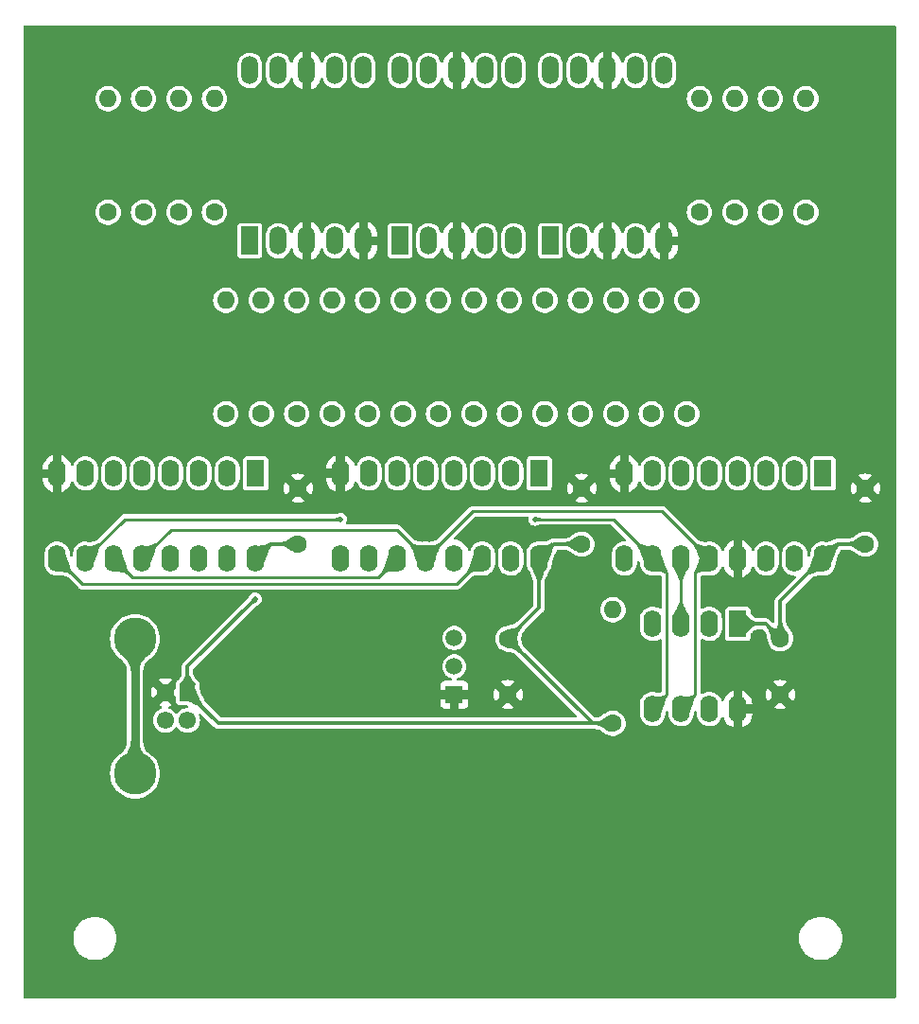
<source format=gbr>
G04 #@! TF.GenerationSoftware,KiCad,Pcbnew,7.0.10*
G04 #@! TF.CreationDate,2024-02-08T16:48:27+11:00*
G04 #@! TF.ProjectId,Desktop Thermometer USB-2,4465736b-746f-4702-9054-6865726d6f6d,rev?*
G04 #@! TF.SameCoordinates,Original*
G04 #@! TF.FileFunction,Copper,L1,Top*
G04 #@! TF.FilePolarity,Positive*
%FSLAX46Y46*%
G04 Gerber Fmt 4.6, Leading zero omitted, Abs format (unit mm)*
G04 Created by KiCad (PCBNEW 7.0.10) date 2024-02-08 16:48:27*
%MOMM*%
%LPD*%
G01*
G04 APERTURE LIST*
G04 #@! TA.AperFunction,ComponentPad*
%ADD10C,1.600000*%
G04 #@! TD*
G04 #@! TA.AperFunction,ComponentPad*
%ADD11O,1.600000X1.600000*%
G04 #@! TD*
G04 #@! TA.AperFunction,ComponentPad*
%ADD12R,1.600000X2.400000*%
G04 #@! TD*
G04 #@! TA.AperFunction,ComponentPad*
%ADD13O,1.600000X2.400000*%
G04 #@! TD*
G04 #@! TA.AperFunction,ComponentPad*
%ADD14R,1.524000X2.524000*%
G04 #@! TD*
G04 #@! TA.AperFunction,ComponentPad*
%ADD15O,1.524000X2.524000*%
G04 #@! TD*
G04 #@! TA.AperFunction,ComponentPad*
%ADD16C,1.500000*%
G04 #@! TD*
G04 #@! TA.AperFunction,ComponentPad*
%ADD17R,1.500000X1.500000*%
G04 #@! TD*
G04 #@! TA.AperFunction,ComponentPad*
%ADD18R,1.428000X1.550000*%
G04 #@! TD*
G04 #@! TA.AperFunction,ComponentPad*
%ADD19C,1.550000*%
G04 #@! TD*
G04 #@! TA.AperFunction,ComponentPad*
%ADD20C,3.800000*%
G04 #@! TD*
G04 #@! TA.AperFunction,ViaPad*
%ADD21C,0.500000*%
G04 #@! TD*
G04 #@! TA.AperFunction,Conductor*
%ADD22C,0.350000*%
G04 #@! TD*
G04 #@! TA.AperFunction,Conductor*
%ADD23C,0.800000*%
G04 #@! TD*
G04 #@! TA.AperFunction,Conductor*
%ADD24C,0.270000*%
G04 #@! TD*
G04 APERTURE END LIST*
D10*
X142001000Y-103179000D03*
X142001000Y-108179000D03*
X123205000Y-94717000D03*
X123205000Y-89717000D03*
X126253000Y-83073000D03*
D11*
X126253000Y-72913000D03*
D12*
X144780000Y-88392000D03*
D13*
X142240000Y-88392000D03*
X139700000Y-88392000D03*
X137160000Y-88392000D03*
X134620000Y-88392000D03*
X132080000Y-88392000D03*
X129540000Y-88392000D03*
X127000000Y-88392000D03*
X127000000Y-96012000D03*
X129540000Y-96012000D03*
X132080000Y-96012000D03*
X134620000Y-96012000D03*
X137160000Y-96012000D03*
X139700000Y-96012000D03*
X142240000Y-96012000D03*
X144780000Y-96012000D03*
D10*
X165496000Y-65039000D03*
D11*
X165496000Y-54879000D03*
D14*
X118879000Y-67579000D03*
D15*
X121419000Y-67579000D03*
X123959000Y-67579000D03*
X126499000Y-67579000D03*
X129039000Y-67579000D03*
X129039000Y-52339000D03*
X126499000Y-52339000D03*
X123959000Y-52339000D03*
X121419000Y-52339000D03*
X118879000Y-52339000D03*
D10*
X115712000Y-65039000D03*
D11*
X115712000Y-54879000D03*
D12*
X119395000Y-88407000D03*
D13*
X116855000Y-88407000D03*
X114315000Y-88407000D03*
X111775000Y-88407000D03*
X109235000Y-88407000D03*
X106695000Y-88407000D03*
X104155000Y-88407000D03*
X101615000Y-88407000D03*
X101615000Y-96027000D03*
X104155000Y-96027000D03*
X106695000Y-96027000D03*
X109235000Y-96027000D03*
X111775000Y-96027000D03*
X114315000Y-96027000D03*
X116855000Y-96027000D03*
X119395000Y-96027000D03*
D10*
X142128000Y-83073000D03*
D11*
X142128000Y-72913000D03*
D10*
X168671000Y-65039000D03*
D11*
X168671000Y-54879000D03*
D10*
X151399000Y-110759000D03*
D11*
X151399000Y-100599000D03*
D10*
X151653000Y-83073000D03*
D11*
X151653000Y-72913000D03*
D10*
X138953000Y-83073000D03*
D11*
X138953000Y-72913000D03*
D12*
X162565000Y-101854000D03*
D13*
X160025000Y-101854000D03*
X157485000Y-101854000D03*
X154945000Y-101854000D03*
X154945000Y-109474000D03*
X157485000Y-109474000D03*
X160025000Y-109474000D03*
X162565000Y-109474000D03*
D10*
X112537000Y-65039000D03*
D11*
X112537000Y-54879000D03*
D10*
X116728000Y-83073000D03*
D11*
X116728000Y-72913000D03*
D10*
X129428000Y-83073000D03*
D11*
X129428000Y-72913000D03*
D10*
X135778000Y-83073000D03*
D11*
X135778000Y-72913000D03*
D12*
X170195000Y-88407000D03*
D13*
X167655000Y-88407000D03*
X165115000Y-88407000D03*
X162575000Y-88407000D03*
X160035000Y-88407000D03*
X157495000Y-88407000D03*
X154955000Y-88407000D03*
X152415000Y-88407000D03*
X152415000Y-96027000D03*
X154955000Y-96027000D03*
X157495000Y-96027000D03*
X160035000Y-96027000D03*
X162575000Y-96027000D03*
X165115000Y-96027000D03*
X167655000Y-96027000D03*
X170195000Y-96027000D03*
D16*
X137181000Y-103124000D03*
X137181000Y-105664000D03*
D17*
X137181000Y-108204000D03*
D10*
X159146000Y-65039000D03*
D11*
X159146000Y-54879000D03*
D14*
X145811000Y-67579000D03*
D15*
X148351000Y-67579000D03*
X150891000Y-67579000D03*
X153431000Y-67579000D03*
X155971000Y-67579000D03*
X155971000Y-52339000D03*
X153431000Y-52339000D03*
X150891000Y-52339000D03*
X148351000Y-52339000D03*
X145811000Y-52339000D03*
D10*
X148605000Y-94717000D03*
X148605000Y-89717000D03*
X145303000Y-72898000D03*
D11*
X145303000Y-83058000D03*
D10*
X119903000Y-83073000D03*
D11*
X119903000Y-72913000D03*
D14*
X132341000Y-67579000D03*
D15*
X134881000Y-67579000D03*
X137421000Y-67579000D03*
X139961000Y-67579000D03*
X142501000Y-67579000D03*
X142501000Y-52339000D03*
X139961000Y-52339000D03*
X137421000Y-52339000D03*
X134881000Y-52339000D03*
X132341000Y-52339000D03*
D10*
X162321000Y-65039000D03*
D11*
X162321000Y-54879000D03*
D10*
X132603000Y-83073000D03*
D11*
X132603000Y-72913000D03*
D10*
X109362000Y-65039000D03*
D11*
X109362000Y-54879000D03*
D10*
X158003000Y-83073000D03*
D11*
X158003000Y-72913000D03*
D10*
X174005000Y-94717000D03*
X174005000Y-89717000D03*
X148478000Y-83073000D03*
D11*
X148478000Y-72913000D03*
D10*
X154828000Y-83073000D03*
D11*
X154828000Y-72913000D03*
D10*
X123078000Y-83073000D03*
D11*
X123078000Y-72913000D03*
D10*
X166385000Y-103179000D03*
X166385000Y-108179000D03*
X106187000Y-65039000D03*
D11*
X106187000Y-54879000D03*
D18*
X113300000Y-107989250D03*
D19*
X113300000Y-110489250D03*
X111300000Y-110489250D03*
X111300000Y-107989250D03*
D20*
X108590000Y-115259250D03*
X108590000Y-103219250D03*
D21*
X119350000Y-99630000D03*
X138430000Y-93980000D03*
X127020000Y-92490000D03*
X144420000Y-92510000D03*
D22*
X113300000Y-107989250D02*
X116069750Y-110759000D01*
X171505000Y-94717000D02*
X170195000Y-96027000D01*
X162565000Y-101854000D02*
X165060000Y-101854000D01*
X116069750Y-110759000D02*
X151399000Y-110759000D01*
X120705000Y-94717000D02*
X119395000Y-96027000D01*
X113300000Y-105680000D02*
X119350000Y-99630000D01*
X166385000Y-99837000D02*
X170195000Y-96027000D01*
X151399000Y-110759000D02*
X149581000Y-110759000D01*
X166385000Y-103179000D02*
X166385000Y-99837000D01*
X149581000Y-110759000D02*
X142001000Y-103179000D01*
X144780000Y-100400000D02*
X142001000Y-103179000D01*
X165060000Y-101854000D02*
X166385000Y-103179000D01*
X146075000Y-94717000D02*
X144780000Y-96012000D01*
X144780000Y-96012000D02*
X144780000Y-100400000D01*
X174005000Y-94717000D02*
X171505000Y-94717000D01*
X123205000Y-94717000D02*
X120705000Y-94717000D01*
X113300000Y-107989250D02*
X113300000Y-105680000D01*
X148605000Y-94717000D02*
X146075000Y-94717000D01*
D23*
X108590000Y-103219250D02*
X108590000Y-115259250D01*
D24*
X103880000Y-98292000D02*
X137420000Y-98292000D01*
X137420000Y-98292000D02*
X139700000Y-96012000D01*
X101615000Y-96027000D02*
X103880000Y-98292000D01*
X156220000Y-108199000D02*
X156220000Y-97292000D01*
X144420000Y-92510000D02*
X151438000Y-92510000D01*
X154945000Y-109474000D02*
X156220000Y-108199000D01*
X107692000Y-92490000D02*
X127020000Y-92490000D01*
X156220000Y-97292000D02*
X154955000Y-96027000D01*
X104155000Y-96027000D02*
X107692000Y-92490000D01*
X151438000Y-92510000D02*
X154955000Y-96027000D01*
X132080000Y-96012000D02*
X130400000Y-97692000D01*
X130400000Y-97692000D02*
X108360000Y-97692000D01*
X157485000Y-101854000D02*
X157485000Y-96037000D01*
X108360000Y-97692000D02*
X106695000Y-96027000D01*
X157485000Y-109474000D02*
X158760000Y-108199000D01*
X158760000Y-97302000D02*
X160035000Y-96027000D01*
X132060000Y-93452000D02*
X134620000Y-96012000D01*
X111810000Y-93452000D02*
X132060000Y-93452000D01*
X134620000Y-96012000D02*
X138837000Y-91795000D01*
X138837000Y-91795000D02*
X155803000Y-91795000D01*
X158760000Y-108199000D02*
X158760000Y-97302000D01*
X109235000Y-96027000D02*
X111810000Y-93452000D01*
X155803000Y-91795000D02*
X160035000Y-96027000D01*
G04 #@! TA.AperFunction,Conductor*
G36*
X107492051Y-95700553D02*
G01*
X107498376Y-95706892D01*
X107498754Y-95707948D01*
X107612405Y-96080918D01*
X107729822Y-96426343D01*
X107847222Y-96731814D01*
X107847236Y-96731847D01*
X107964634Y-96997422D01*
X108078089Y-97215521D01*
X108078866Y-97224441D01*
X108075982Y-97229193D01*
X107896984Y-97408191D01*
X107888711Y-97411618D01*
X107883660Y-97410471D01*
X107802408Y-97371571D01*
X107663350Y-97304996D01*
X107663347Y-97304995D01*
X107435581Y-97230631D01*
X107435567Y-97230627D01*
X107207800Y-97190943D01*
X107207803Y-97190943D01*
X106980026Y-97185936D01*
X106980019Y-97185937D01*
X106764822Y-97213973D01*
X106756176Y-97211644D01*
X106751709Y-97203882D01*
X106751626Y-97202952D01*
X106694694Y-96034527D01*
X106697714Y-96026098D01*
X106701911Y-96023146D01*
X107483098Y-95700544D01*
X107492051Y-95700553D01*
G37*
G04 #@! TD.AperFunction*
G04 #@! TA.AperFunction,Conductor*
G36*
X151097324Y-110030752D02*
G01*
X151097713Y-110031593D01*
X151398134Y-110754510D01*
X151398144Y-110763463D01*
X151398135Y-110763485D01*
X151398134Y-110763490D01*
X151097713Y-111486406D01*
X151091374Y-111492731D01*
X151082419Y-111492720D01*
X151081577Y-111492331D01*
X150883605Y-111390984D01*
X150776397Y-111336101D01*
X150774991Y-111335250D01*
X150558997Y-111182866D01*
X150558966Y-111182844D01*
X150371541Y-111054787D01*
X150371531Y-111054781D01*
X150230012Y-111000505D01*
X150141970Y-110966739D01*
X150141966Y-110966738D01*
X150141964Y-110966738D01*
X149809588Y-110935010D01*
X149801678Y-110930813D01*
X149799000Y-110923363D01*
X149799000Y-110594636D01*
X149802427Y-110586363D01*
X149809587Y-110582989D01*
X150141970Y-110551260D01*
X150344793Y-110473471D01*
X150371531Y-110463217D01*
X150371541Y-110463211D01*
X150558966Y-110335153D01*
X150558997Y-110335132D01*
X150775001Y-110182741D01*
X150776392Y-110181899D01*
X151081578Y-110025668D01*
X151090503Y-110024949D01*
X151097324Y-110030752D01*
G37*
G04 #@! TD.AperFunction*
G04 #@! TA.AperFunction,Conductor*
G36*
X159246905Y-95703938D02*
G01*
X160027405Y-96022896D01*
X160033766Y-96029197D01*
X160034668Y-96034199D01*
X159987344Y-97203690D01*
X159983586Y-97211818D01*
X159975181Y-97214907D01*
X159973332Y-97214684D01*
X159768432Y-97173192D01*
X159768422Y-97173191D01*
X159550083Y-97161889D01*
X159550069Y-97161889D01*
X159331717Y-97183498D01*
X159331706Y-97183500D01*
X159113363Y-97238019D01*
X159113360Y-97238020D01*
X158897093Y-97324622D01*
X158892744Y-97325460D01*
X158643880Y-97325460D01*
X158635607Y-97322033D01*
X158632180Y-97313760D01*
X158633403Y-97308553D01*
X158746994Y-97079992D01*
X158746993Y-97079992D01*
X158746999Y-97079982D01*
X158868999Y-96794605D01*
X158991000Y-96469327D01*
X159032210Y-96345974D01*
X159112998Y-96104158D01*
X159157107Y-95957698D01*
X159231288Y-95711397D01*
X159236954Y-95704466D01*
X159245864Y-95703570D01*
X159246905Y-95703938D01*
G37*
G04 #@! TD.AperFunction*
G04 #@! TA.AperFunction,Conductor*
G36*
X131291893Y-95685540D02*
G01*
X132073085Y-96008145D01*
X132079424Y-96014470D01*
X132080305Y-96019528D01*
X132023373Y-97187940D01*
X132019548Y-97196037D01*
X132011118Y-97199057D01*
X132010176Y-97198973D01*
X131794979Y-97170937D01*
X131794972Y-97170936D01*
X131567197Y-97175943D01*
X131339430Y-97215627D01*
X131339416Y-97215631D01*
X131111650Y-97289995D01*
X131111647Y-97289996D01*
X130891340Y-97395471D01*
X130882398Y-97395953D01*
X130878015Y-97393191D01*
X130699017Y-97214193D01*
X130695590Y-97205920D01*
X130696909Y-97200523D01*
X130810362Y-96982428D01*
X130927771Y-96716828D01*
X131045181Y-96411329D01*
X131162590Y-96065929D01*
X131276246Y-95692945D01*
X131281935Y-95686033D01*
X131290847Y-95685166D01*
X131291893Y-95685540D01*
G37*
G04 #@! TD.AperFunction*
G04 #@! TA.AperFunction,Conductor*
G36*
X148303324Y-93988752D02*
G01*
X148303713Y-93989593D01*
X148604134Y-94712510D01*
X148604144Y-94721463D01*
X148604135Y-94721485D01*
X148604134Y-94721490D01*
X148303713Y-95444406D01*
X148297374Y-95450731D01*
X148288419Y-95450720D01*
X148287577Y-95450331D01*
X148089605Y-95348984D01*
X147982397Y-95294101D01*
X147980991Y-95293250D01*
X147764997Y-95140866D01*
X147764966Y-95140844D01*
X147577541Y-95012787D01*
X147577531Y-95012781D01*
X147436012Y-94958505D01*
X147347970Y-94924739D01*
X147347966Y-94924738D01*
X147347964Y-94924738D01*
X147015588Y-94893010D01*
X147007678Y-94888813D01*
X147005000Y-94881363D01*
X147005000Y-94552636D01*
X147008427Y-94544363D01*
X147015587Y-94540989D01*
X147347970Y-94509260D01*
X147550793Y-94431471D01*
X147577531Y-94421217D01*
X147577541Y-94421211D01*
X147764966Y-94293153D01*
X147764997Y-94293132D01*
X147981001Y-94140741D01*
X147982392Y-94139899D01*
X148287578Y-93983668D01*
X148296503Y-93982949D01*
X148303324Y-93988752D01*
G37*
G04 #@! TD.AperFunction*
G04 #@! TA.AperFunction,Conductor*
G36*
X156344393Y-108178967D02*
G01*
X156347820Y-108187240D01*
X156346597Y-108192447D01*
X156233004Y-108421006D01*
X156233003Y-108421010D01*
X156233000Y-108421017D01*
X156111000Y-108706394D01*
X156037810Y-108901530D01*
X155988994Y-109031683D01*
X155867000Y-109396840D01*
X155748712Y-109789599D01*
X155743045Y-109796532D01*
X155734135Y-109797428D01*
X155733083Y-109797056D01*
X155651948Y-109763900D01*
X154952594Y-109478103D01*
X154946233Y-109471802D01*
X154945331Y-109466803D01*
X154992654Y-108297304D01*
X154996412Y-108289179D01*
X155004817Y-108286090D01*
X155006656Y-108286311D01*
X155211568Y-108327806D01*
X155429926Y-108339110D01*
X155648284Y-108317500D01*
X155729153Y-108297307D01*
X155866635Y-108262978D01*
X155866638Y-108262977D01*
X155866638Y-108262976D01*
X155866642Y-108262976D01*
X156082907Y-108176377D01*
X156087256Y-108175540D01*
X156336120Y-108175540D01*
X156344393Y-108178967D01*
G37*
G04 #@! TD.AperFunction*
G04 #@! TA.AperFunction,Conductor*
G36*
X163372629Y-101062915D02*
G01*
X163373219Y-101063551D01*
X163524997Y-101239908D01*
X163525005Y-101239917D01*
X163684996Y-101395363D01*
X163685004Y-101395371D01*
X163776428Y-101466795D01*
X163844999Y-101520367D01*
X164004999Y-101614911D01*
X164157651Y-101676056D01*
X164164056Y-101682312D01*
X164165000Y-101686916D01*
X164165000Y-102021083D01*
X164161573Y-102029356D01*
X164157650Y-102031944D01*
X164005002Y-102093086D01*
X163845004Y-102187629D01*
X163844996Y-102187634D01*
X163685004Y-102312627D01*
X163684996Y-102312635D01*
X163525005Y-102468081D01*
X163524997Y-102468090D01*
X163373219Y-102644448D01*
X163365225Y-102648483D01*
X163356719Y-102645684D01*
X163356083Y-102645094D01*
X162572288Y-101862278D01*
X162568856Y-101854007D01*
X162572278Y-101845732D01*
X162572288Y-101845722D01*
X163356084Y-101062904D01*
X163364358Y-101059483D01*
X163372629Y-101062915D01*
G37*
G04 #@! TD.AperFunction*
G04 #@! TA.AperFunction,Conductor*
G36*
X135821984Y-94630808D02*
G01*
X136000982Y-94809806D01*
X136004409Y-94818079D01*
X136003089Y-94823478D01*
X135889634Y-95041575D01*
X135772236Y-95307150D01*
X135772222Y-95307183D01*
X135654822Y-95612655D01*
X135537405Y-95958080D01*
X135423754Y-96331050D01*
X135418064Y-96337965D01*
X135409152Y-96338832D01*
X135408096Y-96338454D01*
X134626914Y-96015854D01*
X134620575Y-96009529D01*
X134619694Y-96004471D01*
X134676625Y-94836055D01*
X134680450Y-94827960D01*
X134688880Y-94824940D01*
X134689800Y-94825021D01*
X134905020Y-94853061D01*
X134905025Y-94853060D01*
X134905026Y-94853061D01*
X134933791Y-94852428D01*
X135132797Y-94848056D01*
X135360574Y-94808369D01*
X135588351Y-94734001D01*
X135808661Y-94628527D01*
X135817601Y-94628046D01*
X135821984Y-94630808D01*
G37*
G04 #@! TD.AperFunction*
G04 #@! TA.AperFunction,Conductor*
G36*
X153766336Y-94643527D02*
G01*
X153986647Y-94749001D01*
X154214424Y-94823369D01*
X154442196Y-94863055D01*
X154442202Y-94863056D01*
X154634937Y-94867291D01*
X154669972Y-94868061D01*
X154669972Y-94868060D01*
X154669979Y-94868061D01*
X154885177Y-94840024D01*
X154893822Y-94842353D01*
X154898289Y-94850114D01*
X154898373Y-94851057D01*
X154955305Y-96019471D01*
X154952285Y-96027901D01*
X154948085Y-96030854D01*
X154166903Y-96353454D01*
X154157948Y-96353445D01*
X154151623Y-96347106D01*
X154151250Y-96346065D01*
X154037590Y-95973070D01*
X153920181Y-95627670D01*
X153920176Y-95627655D01*
X153802776Y-95322183D01*
X153802775Y-95322182D01*
X153802771Y-95322170D01*
X153685362Y-95056570D01*
X153571909Y-94838477D01*
X153571133Y-94829558D01*
X153574015Y-94824808D01*
X153753016Y-94645807D01*
X153761288Y-94642381D01*
X153766336Y-94643527D01*
G37*
G04 #@! TD.AperFunction*
G04 #@! TA.AperFunction,Conductor*
G36*
X110436984Y-94645808D02*
G01*
X110615982Y-94824806D01*
X110619409Y-94833079D01*
X110618089Y-94838478D01*
X110504634Y-95056575D01*
X110387236Y-95322150D01*
X110387222Y-95322183D01*
X110269822Y-95627655D01*
X110152405Y-95973080D01*
X110038754Y-96346050D01*
X110033064Y-96352965D01*
X110024152Y-96353832D01*
X110023096Y-96353454D01*
X109241914Y-96030854D01*
X109235575Y-96024529D01*
X109234694Y-96019471D01*
X109291625Y-94851055D01*
X109295450Y-94842960D01*
X109303880Y-94839940D01*
X109304800Y-94840021D01*
X109520020Y-94868061D01*
X109520025Y-94868060D01*
X109520026Y-94868061D01*
X109548791Y-94867428D01*
X109747797Y-94863056D01*
X109975574Y-94823369D01*
X110203351Y-94749001D01*
X110423661Y-94643527D01*
X110432601Y-94643046D01*
X110436984Y-94645808D01*
G37*
G04 #@! TD.AperFunction*
G04 #@! TA.AperFunction,Conductor*
G36*
X145953858Y-94602682D02*
G01*
X146189132Y-94837956D01*
X146192559Y-94846229D01*
X146191122Y-94851847D01*
X146072269Y-95068989D01*
X146072260Y-95069006D01*
X145949205Y-95331326D01*
X145949193Y-95331353D01*
X145826128Y-95631191D01*
X145703068Y-95968519D01*
X145583931Y-96331394D01*
X145578095Y-96338185D01*
X145569165Y-96338860D01*
X145568349Y-96338558D01*
X144786914Y-96015854D01*
X144780575Y-96009529D01*
X144779694Y-96004471D01*
X144836642Y-94835707D01*
X144840467Y-94827612D01*
X144848897Y-94824592D01*
X144849502Y-94824636D01*
X145059363Y-94846052D01*
X145281483Y-94834714D01*
X145503603Y-94789370D01*
X145725723Y-94710021D01*
X145940268Y-94600533D01*
X145949193Y-94599825D01*
X145953858Y-94602682D01*
G37*
G04 #@! TD.AperFunction*
G04 #@! TA.AperFunction,Conductor*
G36*
X102412051Y-95700553D02*
G01*
X102418376Y-95706892D01*
X102418754Y-95707948D01*
X102532405Y-96080918D01*
X102649822Y-96426343D01*
X102767222Y-96731814D01*
X102767236Y-96731847D01*
X102884634Y-96997422D01*
X102998089Y-97215521D01*
X102998866Y-97224441D01*
X102995982Y-97229193D01*
X102816984Y-97408191D01*
X102808711Y-97411618D01*
X102803660Y-97410471D01*
X102722408Y-97371571D01*
X102583350Y-97304996D01*
X102583347Y-97304995D01*
X102355581Y-97230631D01*
X102355567Y-97230627D01*
X102127800Y-97190943D01*
X102127803Y-97190943D01*
X101900026Y-97185936D01*
X101900019Y-97185937D01*
X101684822Y-97213973D01*
X101676176Y-97211644D01*
X101671709Y-97203882D01*
X101671626Y-97202952D01*
X101614694Y-96034527D01*
X101617714Y-96026098D01*
X101621911Y-96023146D01*
X102403098Y-95700544D01*
X102412051Y-95700553D01*
G37*
G04 #@! TD.AperFunction*
G04 #@! TA.AperFunction,Conductor*
G36*
X155752000Y-95706563D02*
G01*
X155758285Y-95712942D01*
X155758661Y-95714017D01*
X155850950Y-96025793D01*
X155875003Y-96107048D01*
X155995000Y-96472531D01*
X156114998Y-96798117D01*
X156234995Y-97083800D01*
X156235003Y-97083818D01*
X156346782Y-97312769D01*
X156347332Y-97321707D01*
X156341401Y-97328416D01*
X156336268Y-97329602D01*
X156087272Y-97329602D01*
X156082892Y-97328751D01*
X155867502Y-97241803D01*
X155867500Y-97241802D01*
X155867498Y-97241801D01*
X155867497Y-97241801D01*
X155825216Y-97231108D01*
X155649995Y-97186795D01*
X155432499Y-97164585D01*
X155432482Y-97164584D01*
X155214989Y-97175168D01*
X155010980Y-97215857D01*
X155002197Y-97214115D01*
X154997218Y-97206671D01*
X154996999Y-97204800D01*
X154996358Y-97186796D01*
X154955291Y-96034181D01*
X154958422Y-96025793D01*
X154962586Y-96022924D01*
X155743047Y-95706495D01*
X155752000Y-95706563D01*
G37*
G04 #@! TD.AperFunction*
G04 #@! TA.AperFunction,Conductor*
G36*
X105356984Y-94645808D02*
G01*
X105535982Y-94824806D01*
X105539409Y-94833079D01*
X105538089Y-94838478D01*
X105424634Y-95056575D01*
X105307236Y-95322150D01*
X105307222Y-95322183D01*
X105189822Y-95627655D01*
X105072405Y-95973080D01*
X104958754Y-96346050D01*
X104953064Y-96352965D01*
X104944152Y-96353832D01*
X104943096Y-96353454D01*
X104161914Y-96030854D01*
X104155575Y-96024529D01*
X104154694Y-96019471D01*
X104211625Y-94851055D01*
X104215450Y-94842960D01*
X104223880Y-94839940D01*
X104224800Y-94840021D01*
X104440020Y-94868061D01*
X104440025Y-94868060D01*
X104440026Y-94868061D01*
X104468791Y-94867428D01*
X104667797Y-94863056D01*
X104895574Y-94823369D01*
X105123351Y-94749001D01*
X105343661Y-94643527D01*
X105352601Y-94643046D01*
X105356984Y-94645808D01*
G37*
G04 #@! TD.AperFunction*
G04 #@! TA.AperFunction,Conductor*
G36*
X157503088Y-96033738D02*
G01*
X158226910Y-96726264D01*
X158230519Y-96734460D01*
X158228462Y-96741348D01*
X158111291Y-96911706D01*
X158111289Y-96911709D01*
X158111285Y-96911715D01*
X158111283Y-96911719D01*
X158054361Y-97012970D01*
X157988461Y-97130193D01*
X157988458Y-97130199D01*
X157865643Y-97388557D01*
X157865639Y-97388567D01*
X157742815Y-97686849D01*
X157622799Y-98017305D01*
X157616754Y-98023911D01*
X157611802Y-98025011D01*
X157358290Y-98025011D01*
X157350017Y-98021584D01*
X157347252Y-98017189D01*
X157231182Y-97686845D01*
X157112365Y-97388582D01*
X157112363Y-97388578D01*
X157112358Y-97388565D01*
X157037498Y-97225784D01*
X156993538Y-97130193D01*
X156993534Y-97130187D01*
X156874722Y-96911729D01*
X156874712Y-96911712D01*
X156761325Y-96741306D01*
X156759595Y-96732520D01*
X156762978Y-96726371D01*
X157486912Y-96033738D01*
X157495258Y-96030495D01*
X157503088Y-96033738D01*
G37*
G04 #@! TD.AperFunction*
G04 #@! TA.AperFunction,Conductor*
G36*
X171368858Y-94617682D02*
G01*
X171604132Y-94852956D01*
X171607559Y-94861229D01*
X171606122Y-94866847D01*
X171487269Y-95083989D01*
X171487260Y-95084006D01*
X171364205Y-95346326D01*
X171364193Y-95346353D01*
X171241128Y-95646191D01*
X171118068Y-95983519D01*
X170998931Y-96346394D01*
X170993095Y-96353185D01*
X170984165Y-96353860D01*
X170983349Y-96353558D01*
X170201914Y-96030854D01*
X170195575Y-96024529D01*
X170194694Y-96019471D01*
X170251642Y-94850707D01*
X170255467Y-94842612D01*
X170263897Y-94839592D01*
X170264502Y-94839636D01*
X170474363Y-94861052D01*
X170696483Y-94849714D01*
X170918603Y-94804370D01*
X171140723Y-94725021D01*
X171355268Y-94615533D01*
X171364193Y-94614825D01*
X171368858Y-94617682D01*
G37*
G04 #@! TD.AperFunction*
G04 #@! TA.AperFunction,Conductor*
G36*
X151097324Y-110030752D02*
G01*
X151097713Y-110031593D01*
X151398134Y-110754510D01*
X151398144Y-110763463D01*
X151398135Y-110763485D01*
X151398134Y-110763490D01*
X151097713Y-111486406D01*
X151091374Y-111492731D01*
X151082419Y-111492720D01*
X151081577Y-111492331D01*
X150883605Y-111390984D01*
X150776397Y-111336101D01*
X150774991Y-111335250D01*
X150558997Y-111182866D01*
X150558966Y-111182844D01*
X150371541Y-111054787D01*
X150371531Y-111054781D01*
X150230012Y-111000505D01*
X150141970Y-110966739D01*
X150141966Y-110966738D01*
X150141964Y-110966738D01*
X149809588Y-110935010D01*
X149801678Y-110930813D01*
X149799000Y-110923363D01*
X149799000Y-110594636D01*
X149802427Y-110586363D01*
X149809587Y-110582989D01*
X150141970Y-110551260D01*
X150344793Y-110473471D01*
X150371531Y-110463217D01*
X150371541Y-110463211D01*
X150558966Y-110335153D01*
X150558997Y-110335132D01*
X150775001Y-110182741D01*
X150776392Y-110181899D01*
X151081578Y-110025668D01*
X151090503Y-110024949D01*
X151097324Y-110030752D01*
G37*
G04 #@! TD.AperFunction*
G04 #@! TA.AperFunction,Conductor*
G36*
X113476347Y-106503677D02*
G01*
X113478331Y-106506322D01*
X113582795Y-106696718D01*
X113582796Y-106696720D01*
X113582800Y-106696726D01*
X113690600Y-106866364D01*
X113690603Y-106866369D01*
X113690606Y-106866373D01*
X113798396Y-107009161D01*
X113798400Y-107009165D01*
X113906200Y-107125128D01*
X114004491Y-107206389D01*
X114008684Y-107214301D01*
X114006053Y-107222861D01*
X114005646Y-107223328D01*
X113308610Y-107980892D01*
X113300486Y-107984660D01*
X113292078Y-107981580D01*
X113291390Y-107980892D01*
X113069605Y-107739848D01*
X112594351Y-107223326D01*
X112591272Y-107214920D01*
X112595040Y-107206796D01*
X112595483Y-107206409D01*
X112693800Y-107125126D01*
X112801600Y-107009164D01*
X112909399Y-106866364D01*
X113017199Y-106696726D01*
X113121668Y-106506321D01*
X113128651Y-106500717D01*
X113131925Y-106500250D01*
X113468074Y-106500250D01*
X113476347Y-106503677D01*
G37*
G04 #@! TD.AperFunction*
G04 #@! TA.AperFunction,Conductor*
G36*
X122903324Y-93988752D02*
G01*
X122903713Y-93989593D01*
X123204134Y-94712510D01*
X123204144Y-94721463D01*
X123204135Y-94721485D01*
X123204134Y-94721490D01*
X122903713Y-95444406D01*
X122897374Y-95450731D01*
X122888419Y-95450720D01*
X122887577Y-95450331D01*
X122689605Y-95348984D01*
X122582397Y-95294101D01*
X122580991Y-95293250D01*
X122364997Y-95140866D01*
X122364966Y-95140844D01*
X122177541Y-95012787D01*
X122177531Y-95012781D01*
X122036012Y-94958505D01*
X121947970Y-94924739D01*
X121947966Y-94924738D01*
X121947964Y-94924738D01*
X121615588Y-94893010D01*
X121607678Y-94888813D01*
X121605000Y-94881363D01*
X121605000Y-94552636D01*
X121608427Y-94544363D01*
X121615587Y-94540989D01*
X121947970Y-94509260D01*
X122150793Y-94431471D01*
X122177531Y-94421217D01*
X122177541Y-94421211D01*
X122364966Y-94293153D01*
X122364997Y-94293132D01*
X122581001Y-94140741D01*
X122582392Y-94139899D01*
X122887578Y-93983668D01*
X122896503Y-93982949D01*
X122903324Y-93988752D01*
G37*
G04 #@! TD.AperFunction*
G04 #@! TA.AperFunction,Conductor*
G36*
X120568858Y-94617682D02*
G01*
X120804132Y-94852956D01*
X120807559Y-94861229D01*
X120806122Y-94866847D01*
X120687269Y-95083989D01*
X120687260Y-95084006D01*
X120564205Y-95346326D01*
X120564193Y-95346353D01*
X120441128Y-95646191D01*
X120318068Y-95983519D01*
X120198931Y-96346394D01*
X120193095Y-96353185D01*
X120184165Y-96353860D01*
X120183349Y-96353558D01*
X119401914Y-96030854D01*
X119395575Y-96024529D01*
X119394694Y-96019471D01*
X119451642Y-94850707D01*
X119455467Y-94842612D01*
X119463897Y-94839592D01*
X119464502Y-94839636D01*
X119674363Y-94861052D01*
X119896483Y-94849714D01*
X120118603Y-94804370D01*
X120340723Y-94725021D01*
X120555268Y-94615533D01*
X120564193Y-94614825D01*
X120568858Y-94617682D01*
G37*
G04 #@! TD.AperFunction*
G04 #@! TA.AperFunction,Conductor*
G36*
X126928845Y-92269822D02*
G01*
X126928862Y-92269862D01*
X127019109Y-92485483D01*
X127019142Y-92494437D01*
X127019109Y-92494517D01*
X126928862Y-92710137D01*
X126922506Y-92716446D01*
X126913552Y-92716413D01*
X126913512Y-92716396D01*
X126828520Y-92680458D01*
X126758923Y-92652840D01*
X126758910Y-92652836D01*
X126696798Y-92635880D01*
X126623402Y-92627346D01*
X126531434Y-92625259D01*
X126523241Y-92621645D01*
X126520000Y-92613562D01*
X126520000Y-92366437D01*
X126523427Y-92358164D01*
X126531433Y-92354740D01*
X126623409Y-92352652D01*
X126696799Y-92344118D01*
X126758917Y-92327161D01*
X126828511Y-92299544D01*
X126913513Y-92263602D01*
X126922467Y-92263537D01*
X126928845Y-92269822D01*
G37*
G04 #@! TD.AperFunction*
G04 #@! TA.AperFunction,Conductor*
G36*
X142737351Y-102877697D02*
G01*
X142743676Y-102884036D01*
X142743995Y-102884907D01*
X142849315Y-103211164D01*
X142849710Y-103212767D01*
X142894686Y-103473235D01*
X142936676Y-103696374D01*
X142936676Y-103696375D01*
X143034624Y-103916193D01*
X143036747Y-103920958D01*
X143162032Y-104072686D01*
X143249341Y-104178424D01*
X143251966Y-104186986D01*
X143248592Y-104194147D01*
X143016147Y-104426592D01*
X143007874Y-104430019D01*
X143000424Y-104427341D01*
X142933638Y-104372195D01*
X142742958Y-104214747D01*
X142696726Y-104194147D01*
X142518374Y-104114676D01*
X142295235Y-104072686D01*
X142034767Y-104027710D01*
X142033164Y-104027315D01*
X141706907Y-103921995D01*
X141700086Y-103916193D01*
X141699367Y-103907267D01*
X141699679Y-103906412D01*
X141998438Y-103182785D01*
X142004762Y-103176448D01*
X142004764Y-103176446D01*
X142728397Y-102877686D01*
X142737351Y-102877697D01*
G37*
G04 #@! TD.AperFunction*
G04 #@! TA.AperFunction,Conductor*
G36*
X108596218Y-103230353D02*
G01*
X108599909Y-103234044D01*
X109584457Y-104803299D01*
X109585951Y-104812128D01*
X109581857Y-104818651D01*
X109436130Y-104935290D01*
X109436125Y-104935295D01*
X109275893Y-105125451D01*
X109275890Y-105125456D01*
X109132595Y-105382811D01*
X109029531Y-105707564D01*
X108991061Y-106089384D01*
X108986822Y-106097272D01*
X108979420Y-106099911D01*
X108200580Y-106099911D01*
X108192307Y-106096484D01*
X108188939Y-106089384D01*
X108150468Y-105707565D01*
X108047404Y-105382812D01*
X107904106Y-105125455D01*
X107904104Y-105125451D01*
X107743872Y-104935295D01*
X107743867Y-104935290D01*
X107598142Y-104818651D01*
X107593824Y-104810806D01*
X107595541Y-104803301D01*
X108580090Y-103234045D01*
X108587389Y-103228859D01*
X108596218Y-103230353D01*
G37*
G04 #@! TD.AperFunction*
G04 #@! TA.AperFunction,Conductor*
G36*
X165385575Y-101930658D02*
G01*
X165643040Y-102143252D01*
X165867622Y-102243321D01*
X166090748Y-102285309D01*
X166351231Y-102330288D01*
X166352832Y-102330682D01*
X166679092Y-102436004D01*
X166685913Y-102441806D01*
X166686632Y-102450732D01*
X166686313Y-102451603D01*
X166387562Y-103175212D01*
X166381237Y-103181551D01*
X166381212Y-103181562D01*
X165657603Y-103480313D01*
X165648648Y-103480302D01*
X165642323Y-103473963D01*
X165642004Y-103473092D01*
X165547890Y-103181551D01*
X165536682Y-103146832D01*
X165536288Y-103145230D01*
X165491311Y-102884762D01*
X165491309Y-102884748D01*
X165449321Y-102661622D01*
X165349252Y-102437040D01*
X165136658Y-102179575D01*
X165134033Y-102171013D01*
X165137406Y-102163853D01*
X165369853Y-101931406D01*
X165378125Y-101927980D01*
X165385575Y-101930658D01*
G37*
G04 #@! TD.AperFunction*
G04 #@! TA.AperFunction,Conductor*
G36*
X133431336Y-94628527D02*
G01*
X133651647Y-94734001D01*
X133879424Y-94808369D01*
X134107196Y-94848055D01*
X134107202Y-94848056D01*
X134299937Y-94852291D01*
X134334972Y-94853061D01*
X134334972Y-94853060D01*
X134334979Y-94853061D01*
X134550177Y-94825024D01*
X134558822Y-94827353D01*
X134563289Y-94835114D01*
X134563373Y-94836057D01*
X134620305Y-96004471D01*
X134617285Y-96012901D01*
X134613085Y-96015854D01*
X133831903Y-96338454D01*
X133822948Y-96338445D01*
X133816623Y-96332106D01*
X133816250Y-96331065D01*
X133702590Y-95958070D01*
X133585181Y-95612670D01*
X133585176Y-95612655D01*
X133467776Y-95307183D01*
X133467775Y-95307182D01*
X133467771Y-95307170D01*
X133350362Y-95041570D01*
X133236909Y-94823477D01*
X133236133Y-94814558D01*
X133239015Y-94809808D01*
X133418016Y-94630807D01*
X133426288Y-94627381D01*
X133431336Y-94628527D01*
G37*
G04 #@! TD.AperFunction*
G04 #@! TA.AperFunction,Conductor*
G36*
X173703324Y-93988752D02*
G01*
X173703713Y-93989593D01*
X174004134Y-94712510D01*
X174004144Y-94721463D01*
X174004135Y-94721485D01*
X174004134Y-94721490D01*
X173703713Y-95444406D01*
X173697374Y-95450731D01*
X173688419Y-95450720D01*
X173687577Y-95450331D01*
X173489605Y-95348984D01*
X173382397Y-95294101D01*
X173380991Y-95293250D01*
X173164997Y-95140866D01*
X173164966Y-95140844D01*
X172977541Y-95012787D01*
X172977531Y-95012781D01*
X172836012Y-94958505D01*
X172747970Y-94924739D01*
X172747966Y-94924738D01*
X172747964Y-94924738D01*
X172415588Y-94893010D01*
X172407678Y-94888813D01*
X172405000Y-94881363D01*
X172405000Y-94552636D01*
X172408427Y-94544363D01*
X172415587Y-94540989D01*
X172747970Y-94509260D01*
X172950793Y-94431471D01*
X172977531Y-94421217D01*
X172977541Y-94421211D01*
X173164966Y-94293153D01*
X173164997Y-94293132D01*
X173381001Y-94140741D01*
X173382392Y-94139899D01*
X173687578Y-93983668D01*
X173696503Y-93982949D01*
X173703324Y-93988752D01*
G37*
G04 #@! TD.AperFunction*
G04 #@! TA.AperFunction,Conductor*
G36*
X119181530Y-99461491D02*
G01*
X119182013Y-99461943D01*
X119267092Y-99546344D01*
X119350673Y-99629260D01*
X119350739Y-99629326D01*
X119518040Y-99797970D01*
X119521434Y-99806257D01*
X119517974Y-99814516D01*
X119517475Y-99814983D01*
X119433654Y-99888943D01*
X119432287Y-99889981D01*
X119358300Y-99938050D01*
X119357518Y-99938516D01*
X119289052Y-99975769D01*
X119289042Y-99975775D01*
X119213961Y-100024556D01*
X119213956Y-100024560D01*
X119128431Y-100100024D01*
X119119960Y-100102928D01*
X119112417Y-100099524D01*
X118880475Y-99867582D01*
X118877048Y-99859309D01*
X118879975Y-99851568D01*
X118955438Y-99766043D01*
X119004226Y-99690950D01*
X119041486Y-99622470D01*
X119041947Y-99621697D01*
X119090023Y-99547702D01*
X119091048Y-99546353D01*
X119165017Y-99462522D01*
X119173059Y-99458587D01*
X119181530Y-99461491D01*
G37*
G04 #@! TD.AperFunction*
G04 #@! TA.AperFunction,Conductor*
G36*
X144526446Y-92283585D02*
G01*
X144574414Y-92303868D01*
X144611478Y-92319540D01*
X144611486Y-92319543D01*
X144611488Y-92319544D01*
X144681082Y-92347161D01*
X144743200Y-92364118D01*
X144816590Y-92372652D01*
X144908566Y-92374740D01*
X144916759Y-92378354D01*
X144920000Y-92386437D01*
X144920000Y-92633562D01*
X144916573Y-92641835D01*
X144908566Y-92645259D01*
X144816596Y-92647346D01*
X144743200Y-92655880D01*
X144681088Y-92672836D01*
X144681075Y-92672840D01*
X144611478Y-92700458D01*
X144526487Y-92736396D01*
X144517532Y-92736462D01*
X144511154Y-92730177D01*
X144511137Y-92730137D01*
X144487154Y-92672836D01*
X144420889Y-92514515D01*
X144420857Y-92505563D01*
X144511137Y-92289861D01*
X144517493Y-92283553D01*
X144526446Y-92283585D01*
G37*
G04 #@! TD.AperFunction*
G04 #@! TA.AperFunction,Conductor*
G36*
X114011697Y-107698158D02*
G01*
X114018022Y-107704498D01*
X114018192Y-107704934D01*
X114139723Y-108036356D01*
X114265446Y-108346872D01*
X114349262Y-108532322D01*
X114391171Y-108625051D01*
X114516888Y-108870876D01*
X114638020Y-109076575D01*
X114639265Y-109085443D01*
X114636211Y-109090785D01*
X114401928Y-109325068D01*
X114393655Y-109328495D01*
X114387143Y-109326515D01*
X114129160Y-109153667D01*
X114129155Y-109153664D01*
X114129154Y-109153663D01*
X113863178Y-109007800D01*
X113597203Y-108894276D01*
X113597196Y-108894274D01*
X113331230Y-108813094D01*
X113331228Y-108813093D01*
X113078118Y-108766612D01*
X113070600Y-108761747D01*
X113068723Y-108752991D01*
X113069030Y-108751724D01*
X113191180Y-108346872D01*
X113297689Y-107993857D01*
X113303359Y-107986928D01*
X113304409Y-107986430D01*
X114002745Y-107698147D01*
X114011697Y-107698158D01*
G37*
G04 #@! TD.AperFunction*
G04 #@! TA.AperFunction,Conductor*
G36*
X108987693Y-112382016D02*
G01*
X108991061Y-112389116D01*
X109029531Y-112770934D01*
X109132595Y-113095686D01*
X109275890Y-113353041D01*
X109275893Y-113353046D01*
X109436125Y-113543202D01*
X109436130Y-113543207D01*
X109581857Y-113659847D01*
X109586175Y-113667692D01*
X109584457Y-113675199D01*
X108599911Y-115244453D01*
X108592611Y-115249640D01*
X108583782Y-115248146D01*
X108580089Y-115244453D01*
X107595542Y-113675199D01*
X107594048Y-113666370D01*
X107598140Y-113659848D01*
X107743872Y-113543203D01*
X107809955Y-113464777D01*
X107904104Y-113353046D01*
X107904107Y-113353041D01*
X108047404Y-113095686D01*
X108150468Y-112770934D01*
X108188939Y-112389115D01*
X108193178Y-112381228D01*
X108200580Y-112378589D01*
X108979420Y-112378589D01*
X108987693Y-112382016D01*
G37*
G04 #@! TD.AperFunction*
G04 #@! TA.AperFunction,Conductor*
G36*
X144788088Y-96018738D02*
G01*
X145512280Y-96711618D01*
X145515889Y-96719814D01*
X145514163Y-96726193D01*
X145406286Y-96901910D01*
X145406279Y-96901923D01*
X145293471Y-97123169D01*
X145293463Y-97123185D01*
X145180640Y-97381961D01*
X145180635Y-97381972D01*
X145067821Y-97678224D01*
X144957688Y-98004047D01*
X144951792Y-98010787D01*
X144946604Y-98012000D01*
X144613396Y-98012000D01*
X144605123Y-98008573D01*
X144602312Y-98004047D01*
X144492177Y-97678224D01*
X144379363Y-97381972D01*
X144379358Y-97381958D01*
X144266537Y-97123188D01*
X144153716Y-96901917D01*
X144045836Y-96726193D01*
X144044428Y-96717350D01*
X144047717Y-96711620D01*
X144771912Y-96018737D01*
X144780258Y-96015495D01*
X144788088Y-96018738D01*
G37*
G04 #@! TD.AperFunction*
G04 #@! TA.AperFunction,Conductor*
G36*
X143016147Y-101931407D02*
G01*
X143248592Y-102163852D01*
X143252019Y-102172125D01*
X143249341Y-102179575D01*
X143096131Y-102365122D01*
X143037340Y-102436323D01*
X143036745Y-102437043D01*
X142936676Y-102661622D01*
X142936676Y-102661623D01*
X142894686Y-102884762D01*
X142849710Y-103145230D01*
X142849315Y-103146833D01*
X142743995Y-103473092D01*
X142738193Y-103479913D01*
X142729267Y-103480632D01*
X142728396Y-103480313D01*
X142004787Y-103181562D01*
X141998448Y-103175237D01*
X141998437Y-103175212D01*
X141699686Y-102451602D01*
X141699697Y-102442648D01*
X141706036Y-102436323D01*
X141706889Y-102436010D01*
X142033168Y-102330681D01*
X142034763Y-102330288D01*
X142295250Y-102285309D01*
X142518376Y-102243321D01*
X142742958Y-102143252D01*
X143000424Y-101930657D01*
X143008986Y-101928033D01*
X143016147Y-101931407D01*
G37*
G04 #@! TD.AperFunction*
G04 #@! TA.AperFunction,Conductor*
G36*
X166557637Y-101582427D02*
G01*
X166561010Y-101589587D01*
X166592739Y-101921970D01*
X166626505Y-102010012D01*
X166680781Y-102151531D01*
X166680787Y-102151541D01*
X166808844Y-102338966D01*
X166961248Y-102554987D01*
X166962101Y-102556397D01*
X167016984Y-102663605D01*
X167118331Y-102861577D01*
X167119050Y-102870503D01*
X167113248Y-102877324D01*
X167112406Y-102877713D01*
X166389490Y-103178134D01*
X166380536Y-103178144D01*
X166380510Y-103178134D01*
X165657593Y-102877713D01*
X165651268Y-102871374D01*
X165651279Y-102862419D01*
X165651668Y-102861578D01*
X165660078Y-102845148D01*
X165807899Y-102556392D01*
X165808741Y-102555001D01*
X165961132Y-102338997D01*
X166089216Y-102151533D01*
X166177260Y-101921970D01*
X166208989Y-101589587D01*
X166213186Y-101581678D01*
X166220636Y-101579000D01*
X166549364Y-101579000D01*
X166557637Y-101582427D01*
G37*
G04 #@! TD.AperFunction*
G04 #@! TA.AperFunction,Conductor*
G36*
X157620026Y-99857427D02*
G01*
X157622772Y-99861768D01*
X157740815Y-100192559D01*
X157861636Y-100491230D01*
X157861641Y-100491241D01*
X157982460Y-100750009D01*
X157982461Y-100750010D01*
X158103285Y-100968886D01*
X158103286Y-100968889D01*
X158218582Y-101139674D01*
X158220371Y-101148448D01*
X158216973Y-101154674D01*
X157493088Y-101847261D01*
X157484742Y-101850504D01*
X157476912Y-101847261D01*
X156753026Y-101154674D01*
X156749417Y-101146478D01*
X156751417Y-101139674D01*
X156866712Y-100968889D01*
X156866713Y-100968886D01*
X156866716Y-100968882D01*
X156987537Y-100750011D01*
X157108358Y-100491241D01*
X157229179Y-100192570D01*
X157347228Y-99861768D01*
X157353236Y-99855128D01*
X157358247Y-99854000D01*
X157611753Y-99854000D01*
X157620026Y-99857427D01*
G37*
G04 #@! TD.AperFunction*
G04 #@! TA.AperFunction,Conductor*
G36*
X169406649Y-95700439D02*
G01*
X170188085Y-96023145D01*
X170194424Y-96029470D01*
X170195305Y-96034528D01*
X170138356Y-97203289D01*
X170134531Y-97211386D01*
X170126101Y-97214406D01*
X170125482Y-97214360D01*
X170014590Y-97203044D01*
X169915636Y-97192946D01*
X169915633Y-97192946D01*
X169915632Y-97192946D01*
X169693512Y-97204285D01*
X169471394Y-97249629D01*
X169249275Y-97328977D01*
X169249261Y-97328983D01*
X169034732Y-97438465D01*
X169025806Y-97439174D01*
X169021141Y-97436317D01*
X168785867Y-97201043D01*
X168782440Y-97192770D01*
X168783875Y-97187155D01*
X168902734Y-96970001D01*
X169025800Y-96707658D01*
X169148867Y-96407814D01*
X169271933Y-96070471D01*
X169391068Y-95707603D01*
X169396904Y-95700813D01*
X169405834Y-95700138D01*
X169406649Y-95700439D01*
G37*
G04 #@! TD.AperFunction*
G04 #@! TA.AperFunction,Conductor*
G36*
X158884393Y-108178967D02*
G01*
X158887820Y-108187240D01*
X158886597Y-108192447D01*
X158773004Y-108421006D01*
X158773003Y-108421010D01*
X158773000Y-108421017D01*
X158651000Y-108706394D01*
X158577810Y-108901530D01*
X158528994Y-109031683D01*
X158407000Y-109396840D01*
X158288712Y-109789599D01*
X158283045Y-109796532D01*
X158274135Y-109797428D01*
X158273083Y-109797056D01*
X158191948Y-109763900D01*
X157492594Y-109478103D01*
X157486233Y-109471802D01*
X157485331Y-109466803D01*
X157532654Y-108297304D01*
X157536412Y-108289179D01*
X157544817Y-108286090D01*
X157546656Y-108286311D01*
X157751568Y-108327806D01*
X157969926Y-108339110D01*
X158188284Y-108317500D01*
X158269153Y-108297307D01*
X158406635Y-108262978D01*
X158406638Y-108262977D01*
X158406638Y-108262976D01*
X158406642Y-108262976D01*
X158622907Y-108176377D01*
X158627256Y-108175540D01*
X158876120Y-108175540D01*
X158884393Y-108178967D01*
G37*
G04 #@! TD.AperFunction*
G04 #@! TA.AperFunction,Conductor*
G36*
X158846336Y-94643527D02*
G01*
X159066647Y-94749001D01*
X159294424Y-94823369D01*
X159522196Y-94863055D01*
X159522202Y-94863056D01*
X159714937Y-94867291D01*
X159749972Y-94868061D01*
X159749972Y-94868060D01*
X159749979Y-94868061D01*
X159965177Y-94840024D01*
X159973822Y-94842353D01*
X159978289Y-94850114D01*
X159978373Y-94851057D01*
X160035305Y-96019471D01*
X160032285Y-96027901D01*
X160028085Y-96030854D01*
X159246903Y-96353454D01*
X159237948Y-96353445D01*
X159231623Y-96347106D01*
X159231250Y-96346065D01*
X159117590Y-95973070D01*
X159000181Y-95627670D01*
X159000176Y-95627655D01*
X158882776Y-95322183D01*
X158882775Y-95322182D01*
X158882771Y-95322170D01*
X158765362Y-95056570D01*
X158651909Y-94838477D01*
X158651133Y-94829558D01*
X158654015Y-94824808D01*
X158833016Y-94645807D01*
X158841288Y-94642381D01*
X158846336Y-94643527D01*
G37*
G04 #@! TD.AperFunction*
G04 #@! TA.AperFunction,Conductor*
G36*
X138911893Y-95685540D02*
G01*
X139693085Y-96008145D01*
X139699424Y-96014470D01*
X139700305Y-96019528D01*
X139643373Y-97187940D01*
X139639548Y-97196037D01*
X139631118Y-97199057D01*
X139630176Y-97198973D01*
X139414979Y-97170937D01*
X139414972Y-97170936D01*
X139187197Y-97175943D01*
X138959430Y-97215627D01*
X138959416Y-97215631D01*
X138731650Y-97289995D01*
X138731647Y-97289996D01*
X138511340Y-97395471D01*
X138502398Y-97395953D01*
X138498015Y-97393191D01*
X138319017Y-97214193D01*
X138315590Y-97205920D01*
X138316909Y-97200523D01*
X138430362Y-96982428D01*
X138547771Y-96716828D01*
X138665181Y-96411329D01*
X138782590Y-96065929D01*
X138896246Y-95692945D01*
X138901935Y-95686033D01*
X138910847Y-95685166D01*
X138911893Y-95685540D01*
G37*
G04 #@! TD.AperFunction*
G04 #@! TA.AperFunction,Conductor*
G36*
X176680539Y-48326185D02*
G01*
X176726294Y-48378989D01*
X176737500Y-48430500D01*
X176737500Y-135211500D01*
X176717815Y-135278539D01*
X176665011Y-135324294D01*
X176613500Y-135335500D01*
X98722500Y-135335500D01*
X98655461Y-135315815D01*
X98609706Y-135263011D01*
X98598500Y-135211500D01*
X98598500Y-130000001D01*
X103064569Y-130000001D01*
X103084269Y-130275442D01*
X103084270Y-130275449D01*
X103142966Y-130545267D01*
X103142968Y-130545274D01*
X103202884Y-130705917D01*
X103239470Y-130804008D01*
X103239472Y-130804012D01*
X103371808Y-131046367D01*
X103371813Y-131046375D01*
X103537292Y-131267430D01*
X103537308Y-131267448D01*
X103732551Y-131462691D01*
X103732569Y-131462707D01*
X103953624Y-131628186D01*
X103953632Y-131628191D01*
X104195987Y-131760527D01*
X104195991Y-131760529D01*
X104195993Y-131760530D01*
X104454726Y-131857032D01*
X104724559Y-131915731D01*
X104931056Y-131930500D01*
X105068944Y-131930500D01*
X105275441Y-131915731D01*
X105545274Y-131857032D01*
X105804007Y-131760530D01*
X106046373Y-131628188D01*
X106267438Y-131462701D01*
X106462701Y-131267438D01*
X106628188Y-131046373D01*
X106760530Y-130804007D01*
X106857032Y-130545274D01*
X106915731Y-130275441D01*
X106935431Y-130000001D01*
X168064569Y-130000001D01*
X168084269Y-130275442D01*
X168084270Y-130275449D01*
X168142966Y-130545267D01*
X168142968Y-130545274D01*
X168202884Y-130705917D01*
X168239470Y-130804008D01*
X168239472Y-130804012D01*
X168371808Y-131046367D01*
X168371813Y-131046375D01*
X168537292Y-131267430D01*
X168537308Y-131267448D01*
X168732551Y-131462691D01*
X168732569Y-131462707D01*
X168953624Y-131628186D01*
X168953632Y-131628191D01*
X169195987Y-131760527D01*
X169195991Y-131760529D01*
X169195993Y-131760530D01*
X169454726Y-131857032D01*
X169724559Y-131915731D01*
X169931056Y-131930500D01*
X170068944Y-131930500D01*
X170275441Y-131915731D01*
X170545274Y-131857032D01*
X170804007Y-131760530D01*
X171046373Y-131628188D01*
X171267438Y-131462701D01*
X171462701Y-131267438D01*
X171628188Y-131046373D01*
X171760530Y-130804007D01*
X171857032Y-130545274D01*
X171915731Y-130275441D01*
X171935431Y-130000000D01*
X171915731Y-129724559D01*
X171857032Y-129454726D01*
X171760530Y-129195993D01*
X171628188Y-128953627D01*
X171628186Y-128953624D01*
X171462707Y-128732569D01*
X171462691Y-128732551D01*
X171267448Y-128537308D01*
X171267430Y-128537292D01*
X171046375Y-128371813D01*
X171046367Y-128371808D01*
X170804012Y-128239472D01*
X170804008Y-128239470D01*
X170705917Y-128202884D01*
X170545274Y-128142968D01*
X170545270Y-128142967D01*
X170545267Y-128142966D01*
X170275449Y-128084270D01*
X170275442Y-128084269D01*
X170068946Y-128069500D01*
X170068944Y-128069500D01*
X169931056Y-128069500D01*
X169931053Y-128069500D01*
X169724557Y-128084269D01*
X169724550Y-128084270D01*
X169454732Y-128142966D01*
X169454727Y-128142967D01*
X169454726Y-128142968D01*
X169392172Y-128166299D01*
X169195991Y-128239470D01*
X169195987Y-128239472D01*
X168953632Y-128371808D01*
X168953624Y-128371813D01*
X168732569Y-128537292D01*
X168732551Y-128537308D01*
X168537308Y-128732551D01*
X168537292Y-128732569D01*
X168371813Y-128953624D01*
X168371808Y-128953632D01*
X168239472Y-129195987D01*
X168239470Y-129195991D01*
X168142966Y-129454732D01*
X168084270Y-129724550D01*
X168084269Y-129724557D01*
X168064569Y-129999998D01*
X168064569Y-130000001D01*
X106935431Y-130000001D01*
X106935431Y-130000000D01*
X106915731Y-129724559D01*
X106857032Y-129454726D01*
X106760530Y-129195993D01*
X106628188Y-128953627D01*
X106628186Y-128953624D01*
X106462707Y-128732569D01*
X106462691Y-128732551D01*
X106267448Y-128537308D01*
X106267430Y-128537292D01*
X106046375Y-128371813D01*
X106046367Y-128371808D01*
X105804012Y-128239472D01*
X105804008Y-128239470D01*
X105705917Y-128202884D01*
X105545274Y-128142968D01*
X105545270Y-128142967D01*
X105545267Y-128142966D01*
X105275449Y-128084270D01*
X105275442Y-128084269D01*
X105068946Y-128069500D01*
X105068944Y-128069500D01*
X104931056Y-128069500D01*
X104931053Y-128069500D01*
X104724557Y-128084269D01*
X104724550Y-128084270D01*
X104454732Y-128142966D01*
X104454727Y-128142967D01*
X104454726Y-128142968D01*
X104392172Y-128166299D01*
X104195991Y-128239470D01*
X104195987Y-128239472D01*
X103953632Y-128371808D01*
X103953624Y-128371813D01*
X103732569Y-128537292D01*
X103732551Y-128537308D01*
X103537308Y-128732551D01*
X103537292Y-128732569D01*
X103371813Y-128953624D01*
X103371808Y-128953632D01*
X103239472Y-129195987D01*
X103239470Y-129195991D01*
X103142966Y-129454732D01*
X103084270Y-129724550D01*
X103084269Y-129724557D01*
X103064569Y-129999998D01*
X103064569Y-130000001D01*
X98598500Y-130000001D01*
X98598500Y-115259250D01*
X106354714Y-115259250D01*
X106373837Y-115551011D01*
X106373838Y-115551023D01*
X106430878Y-115837777D01*
X106430883Y-115837797D01*
X106524861Y-116114649D01*
X106524865Y-116114659D01*
X106654180Y-116376883D01*
X106654193Y-116376905D01*
X106816626Y-116620004D01*
X107009413Y-116839836D01*
X107229245Y-117032623D01*
X107472344Y-117195056D01*
X107472352Y-117195061D01*
X107472357Y-117195064D01*
X107472360Y-117195065D01*
X107472366Y-117195069D01*
X107734590Y-117324384D01*
X107734600Y-117324388D01*
X108011452Y-117418366D01*
X108011456Y-117418367D01*
X108011465Y-117418370D01*
X108205323Y-117456931D01*
X108298226Y-117475411D01*
X108298227Y-117475411D01*
X108298237Y-117475413D01*
X108590000Y-117494536D01*
X108881763Y-117475413D01*
X109168535Y-117418370D01*
X109168547Y-117418366D01*
X109445399Y-117324388D01*
X109445409Y-117324384D01*
X109707633Y-117195069D01*
X109707633Y-117195068D01*
X109707643Y-117195064D01*
X109950756Y-117032622D01*
X110170586Y-116839836D01*
X110363372Y-116620006D01*
X110525814Y-116376893D01*
X110655135Y-116114657D01*
X110749120Y-115837785D01*
X110806163Y-115551013D01*
X110825286Y-115259250D01*
X110806163Y-114967487D01*
X110749120Y-114680715D01*
X110749116Y-114680702D01*
X110655138Y-114403850D01*
X110655134Y-114403840D01*
X110525819Y-114141616D01*
X110525806Y-114141594D01*
X110363373Y-113898495D01*
X110170586Y-113678663D01*
X109950754Y-113485876D01*
X109707651Y-113323440D01*
X109707643Y-113323436D01*
X109700156Y-113319744D01*
X109660179Y-113288436D01*
X109560987Y-113170720D01*
X109547476Y-113151145D01*
X109448230Y-112972903D01*
X109438378Y-112950092D01*
X109363741Y-112714913D01*
X109358558Y-112689835D01*
X109324871Y-112355483D01*
X109323889Y-112350263D01*
X109324238Y-112350197D01*
X109320500Y-112322843D01*
X109320500Y-110489250D01*
X110189764Y-110489250D01*
X110208667Y-110693250D01*
X110208667Y-110693252D01*
X110208668Y-110693255D01*
X110227374Y-110758999D01*
X110264737Y-110890317D01*
X110356058Y-111073714D01*
X110479527Y-111237213D01*
X110607598Y-111353964D01*
X110630933Y-111375237D01*
X110805125Y-111483093D01*
X110996169Y-111557103D01*
X111197560Y-111594750D01*
X111197562Y-111594750D01*
X111402438Y-111594750D01*
X111402440Y-111594750D01*
X111603831Y-111557103D01*
X111794875Y-111483093D01*
X111969067Y-111375237D01*
X112120474Y-111237211D01*
X112201046Y-111130516D01*
X112257155Y-111088881D01*
X112326867Y-111084190D01*
X112388049Y-111117932D01*
X112398954Y-111130517D01*
X112479527Y-111237213D01*
X112607598Y-111353964D01*
X112630933Y-111375237D01*
X112805125Y-111483093D01*
X112996169Y-111557103D01*
X113197560Y-111594750D01*
X113197562Y-111594750D01*
X113402438Y-111594750D01*
X113402440Y-111594750D01*
X113603831Y-111557103D01*
X113794875Y-111483093D01*
X113969067Y-111375237D01*
X114120474Y-111237211D01*
X114243942Y-111073714D01*
X114335264Y-110890314D01*
X114391332Y-110693255D01*
X114410236Y-110489250D01*
X114391332Y-110285245D01*
X114335264Y-110088186D01*
X114335263Y-110088184D01*
X114335262Y-110088180D01*
X114328171Y-110073940D01*
X114315908Y-110005155D01*
X114342781Y-109940660D01*
X114400256Y-109900931D01*
X114470086Y-109898583D01*
X114526851Y-109930986D01*
X115664449Y-111068583D01*
X115681079Y-111089219D01*
X115683790Y-111093436D01*
X115721745Y-111126323D01*
X115728208Y-111132342D01*
X115737868Y-111142002D01*
X115737881Y-111142014D01*
X115748820Y-111150202D01*
X115755714Y-111155758D01*
X115793641Y-111188622D01*
X115793646Y-111188626D01*
X115798186Y-111190699D01*
X115820992Y-111204230D01*
X115824998Y-111207229D01*
X115872040Y-111224773D01*
X115880199Y-111228153D01*
X115925870Y-111249011D01*
X115930820Y-111249722D01*
X115956509Y-111256279D01*
X115961187Y-111258024D01*
X115961189Y-111258024D01*
X115961194Y-111258026D01*
X116011268Y-111261607D01*
X116020045Y-111262551D01*
X116031186Y-111264153D01*
X116033596Y-111264500D01*
X116033597Y-111264500D01*
X116047273Y-111264500D01*
X116056118Y-111264815D01*
X116106183Y-111268397D01*
X116111069Y-111267333D01*
X116137427Y-111264500D01*
X149544847Y-111264500D01*
X149558519Y-111264500D01*
X149567364Y-111264815D01*
X149617433Y-111268397D01*
X149622319Y-111267333D01*
X149648677Y-111264500D01*
X149744633Y-111264500D01*
X149772329Y-111268257D01*
X149772375Y-111268009D01*
X149777603Y-111268973D01*
X149777673Y-111268982D01*
X149777707Y-111268992D01*
X150047708Y-111294765D01*
X150080327Y-111302427D01*
X150201148Y-111348764D01*
X150226698Y-111362157D01*
X150366813Y-111457889D01*
X150368342Y-111458950D01*
X150581583Y-111609392D01*
X150601268Y-111622270D01*
X150602674Y-111623121D01*
X150623514Y-111634743D01*
X150863751Y-111757727D01*
X150872489Y-111762658D01*
X150892934Y-111775317D01*
X150908234Y-111781243D01*
X150919929Y-111786485D01*
X150928694Y-111790973D01*
X150940868Y-111796898D01*
X150941710Y-111797287D01*
X150967284Y-111807846D01*
X150973169Y-111808891D01*
X150996284Y-111815355D01*
X151088299Y-111851002D01*
X151294244Y-111889500D01*
X151294246Y-111889500D01*
X151503754Y-111889500D01*
X151503756Y-111889500D01*
X151709701Y-111851002D01*
X151905066Y-111775317D01*
X152083197Y-111665023D01*
X152238029Y-111523876D01*
X152364288Y-111356681D01*
X152457676Y-111169133D01*
X152515012Y-110967619D01*
X152534343Y-110759000D01*
X152528250Y-110693250D01*
X152515012Y-110550381D01*
X152508212Y-110526482D01*
X152457676Y-110348867D01*
X152443464Y-110320326D01*
X152397873Y-110228767D01*
X152364288Y-110161319D01*
X152238029Y-109994124D01*
X152238026Y-109994121D01*
X152238023Y-109994118D01*
X152083199Y-109852978D01*
X152083194Y-109852974D01*
X151905069Y-109742684D01*
X151905063Y-109742682D01*
X151709701Y-109666998D01*
X151503756Y-109628500D01*
X151294244Y-109628500D01*
X151123440Y-109660429D01*
X151088294Y-109666999D01*
X150955449Y-109718463D01*
X150947140Y-109721347D01*
X150928702Y-109727022D01*
X150928693Y-109727026D01*
X150919921Y-109731516D01*
X150908239Y-109736752D01*
X150892939Y-109742681D01*
X150892934Y-109742683D01*
X150892929Y-109742685D01*
X150892925Y-109742688D01*
X150872508Y-109755328D01*
X150863743Y-109760274D01*
X150623513Y-109883254D01*
X150602660Y-109894884D01*
X150601255Y-109895734D01*
X150581603Y-109908592D01*
X150368390Y-110059013D01*
X150366861Y-110060074D01*
X150226696Y-110155841D01*
X150201147Y-110169234D01*
X150080334Y-110215569D01*
X150047713Y-110223231D01*
X149843332Y-110242741D01*
X149774726Y-110229516D01*
X149743868Y-110206983D01*
X143528259Y-103991374D01*
X143511327Y-103969126D01*
X143511119Y-103969270D01*
X143508107Y-103964895D01*
X143508064Y-103964839D01*
X143508046Y-103964807D01*
X143335345Y-103755654D01*
X143317697Y-103727171D01*
X143265032Y-103608977D01*
X143256436Y-103581440D01*
X143243183Y-103511013D01*
X143225014Y-103414467D01*
X143224719Y-103412831D01*
X143187986Y-103200095D01*
X143187986Y-103157899D01*
X143190928Y-103140860D01*
X143224723Y-102945142D01*
X143225010Y-102943552D01*
X143256436Y-102776554D01*
X143265032Y-102749018D01*
X143317697Y-102630824D01*
X143335345Y-102602343D01*
X143358785Y-102573956D01*
X143508046Y-102393192D01*
X143508179Y-102392957D01*
X143508483Y-102392559D01*
X143511084Y-102388789D01*
X143511263Y-102388912D01*
X143528255Y-102366628D01*
X145089588Y-100805295D01*
X145110224Y-100788666D01*
X145114436Y-100785960D01*
X145147311Y-100748017D01*
X145153317Y-100741566D01*
X145163006Y-100731879D01*
X145171208Y-100720921D01*
X145176751Y-100714042D01*
X145209626Y-100676104D01*
X145211700Y-100671561D01*
X145225235Y-100648749D01*
X145228228Y-100644752D01*
X145245292Y-100599000D01*
X150263657Y-100599000D01*
X150282987Y-100807618D01*
X150340323Y-101009130D01*
X150340328Y-101009143D01*
X150433712Y-101196681D01*
X150558085Y-101361379D01*
X150559973Y-101363878D01*
X150559976Y-101363881D01*
X150714800Y-101505021D01*
X150714805Y-101505025D01*
X150892930Y-101615315D01*
X150892931Y-101615315D01*
X150892934Y-101615317D01*
X151088299Y-101691002D01*
X151294244Y-101729500D01*
X151294246Y-101729500D01*
X151503754Y-101729500D01*
X151503756Y-101729500D01*
X151709701Y-101691002D01*
X151905066Y-101615317D01*
X152059709Y-101519566D01*
X152083194Y-101505025D01*
X152083194Y-101505024D01*
X152083197Y-101505023D01*
X152238029Y-101363876D01*
X152364288Y-101196681D01*
X152457676Y-101009133D01*
X152515012Y-100807619D01*
X152534343Y-100599000D01*
X152529235Y-100543880D01*
X152515012Y-100390381D01*
X152497808Y-100329917D01*
X152457676Y-100188867D01*
X152448938Y-100171319D01*
X152401422Y-100075894D01*
X152364288Y-100001319D01*
X152238029Y-99834124D01*
X152238026Y-99834121D01*
X152238023Y-99834118D01*
X152083199Y-99692978D01*
X152083194Y-99692974D01*
X151905069Y-99582684D01*
X151905063Y-99582682D01*
X151709701Y-99506998D01*
X151503756Y-99468500D01*
X151294244Y-99468500D01*
X151088299Y-99506998D01*
X150964752Y-99554860D01*
X150892936Y-99582682D01*
X150892930Y-99582684D01*
X150714805Y-99692974D01*
X150714800Y-99692978D01*
X150559976Y-99834118D01*
X150559973Y-99834121D01*
X150433712Y-100001318D01*
X150340328Y-100188856D01*
X150340323Y-100188869D01*
X150282987Y-100390381D01*
X150263657Y-100598999D01*
X150263657Y-100599000D01*
X145245292Y-100599000D01*
X145245773Y-100597710D01*
X145249157Y-100589542D01*
X145259389Y-100567139D01*
X145270011Y-100543880D01*
X145270722Y-100538927D01*
X145277279Y-100513239D01*
X145279026Y-100508557D01*
X145282606Y-100458491D01*
X145283553Y-100449688D01*
X145285500Y-100436155D01*
X145285500Y-100422477D01*
X145285816Y-100413629D01*
X145289397Y-100363568D01*
X145288333Y-100358678D01*
X145285500Y-100332322D01*
X145285500Y-98102351D01*
X145292029Y-98062644D01*
X145292030Y-98062640D01*
X145382878Y-97793869D01*
X145384449Y-97789496D01*
X145490315Y-97511491D01*
X145492519Y-97506093D01*
X145595472Y-97269955D01*
X145598640Y-97263249D01*
X145679848Y-97103978D01*
X145685979Y-97093303D01*
X145789399Y-96932381D01*
X145800548Y-96904532D01*
X145821451Y-96852317D01*
X145822721Y-96849262D01*
X145822803Y-96849073D01*
X145838018Y-96813820D01*
X145838533Y-96811913D01*
X145843111Y-96798212D01*
X145869641Y-96731947D01*
X145910500Y-96519950D01*
X145910500Y-96432096D01*
X145916687Y-96393416D01*
X145929417Y-96354641D01*
X146019502Y-96080255D01*
X146020799Y-96076511D01*
X146138196Y-95754704D01*
X146139956Y-95750161D01*
X146255287Y-95469166D01*
X146257708Y-95463658D01*
X146337371Y-95293837D01*
X146383664Y-95241504D01*
X146449633Y-95222500D01*
X146950633Y-95222500D01*
X146978329Y-95226257D01*
X146978375Y-95226009D01*
X146983603Y-95226973D01*
X146983673Y-95226982D01*
X146983707Y-95226992D01*
X147253708Y-95252765D01*
X147286327Y-95260427D01*
X147407148Y-95306764D01*
X147432698Y-95320157D01*
X147572813Y-95415889D01*
X147574342Y-95416950D01*
X147787583Y-95567392D01*
X147807268Y-95580270D01*
X147808674Y-95581121D01*
X147829514Y-95592743D01*
X148069751Y-95715727D01*
X148078489Y-95720658D01*
X148098934Y-95733317D01*
X148114234Y-95739243D01*
X148125929Y-95744485D01*
X148134694Y-95748973D01*
X148146868Y-95754898D01*
X148147710Y-95755287D01*
X148173284Y-95765846D01*
X148179169Y-95766891D01*
X148202284Y-95773355D01*
X148294299Y-95809002D01*
X148500244Y-95847500D01*
X148500246Y-95847500D01*
X148709754Y-95847500D01*
X148709756Y-95847500D01*
X148915701Y-95809002D01*
X149111066Y-95733317D01*
X149258815Y-95641835D01*
X149289194Y-95623025D01*
X149289194Y-95623024D01*
X149289197Y-95623023D01*
X149444029Y-95481876D01*
X149570288Y-95314681D01*
X149663676Y-95127133D01*
X149721012Y-94925619D01*
X149740343Y-94717000D01*
X149737556Y-94686928D01*
X149721012Y-94508381D01*
X149713499Y-94481976D01*
X149663676Y-94306867D01*
X149659521Y-94298523D01*
X149614778Y-94208666D01*
X149570288Y-94119319D01*
X149444029Y-93952124D01*
X149444026Y-93952121D01*
X149444023Y-93952118D01*
X149289199Y-93810978D01*
X149289194Y-93810974D01*
X149111069Y-93700684D01*
X149111063Y-93700682D01*
X148915701Y-93624998D01*
X148709756Y-93586500D01*
X148500244Y-93586500D01*
X148294299Y-93624998D01*
X148294294Y-93624999D01*
X148161449Y-93676463D01*
X148153140Y-93679347D01*
X148134702Y-93685022D01*
X148134693Y-93685026D01*
X148125921Y-93689516D01*
X148114239Y-93694752D01*
X148098939Y-93700681D01*
X148098934Y-93700683D01*
X148098929Y-93700685D01*
X148098925Y-93700688D01*
X148078508Y-93713328D01*
X148069743Y-93718274D01*
X147829513Y-93841254D01*
X147808660Y-93852884D01*
X147807255Y-93853734D01*
X147787603Y-93866592D01*
X147574390Y-94017013D01*
X147572861Y-94018074D01*
X147432696Y-94113841D01*
X147407147Y-94127234D01*
X147286334Y-94173569D01*
X147253714Y-94181231D01*
X146983703Y-94207007D01*
X146983702Y-94207007D01*
X146983435Y-94207081D01*
X146982937Y-94207148D01*
X146978442Y-94207973D01*
X146978402Y-94207758D01*
X146950628Y-94211500D01*
X146142677Y-94211500D01*
X146116319Y-94208666D01*
X146111434Y-94207603D01*
X146111429Y-94207603D01*
X146070040Y-94210563D01*
X146061364Y-94211184D01*
X146052519Y-94211500D01*
X146038845Y-94211500D01*
X146028533Y-94212982D01*
X146025305Y-94213446D01*
X146016517Y-94214390D01*
X145990181Y-94216274D01*
X145966443Y-94217973D01*
X145966442Y-94217973D01*
X145961748Y-94219724D01*
X145936083Y-94226274D01*
X145931123Y-94226987D01*
X145931122Y-94226987D01*
X145885457Y-94247841D01*
X145877285Y-94251226D01*
X145830249Y-94268770D01*
X145830247Y-94268771D01*
X145826229Y-94271779D01*
X145803457Y-94285290D01*
X145798897Y-94287372D01*
X145798893Y-94287375D01*
X145786027Y-94298523D01*
X145761194Y-94315255D01*
X145599606Y-94397717D01*
X145584957Y-94404040D01*
X145421447Y-94462452D01*
X145404534Y-94467174D01*
X145302926Y-94487917D01*
X145248297Y-94499069D01*
X145229816Y-94501414D01*
X145077361Y-94509195D01*
X145058451Y-94508715D01*
X145032368Y-94506053D01*
X145027312Y-94505432D01*
X144883776Y-94484795D01*
X144834036Y-94477644D01*
X144834034Y-94477644D01*
X144812460Y-94478671D01*
X144618381Y-94487917D01*
X144408568Y-94538817D01*
X144375723Y-94553817D01*
X144212178Y-94628504D01*
X144212172Y-94628508D01*
X144036317Y-94753734D01*
X144036311Y-94753740D01*
X143887324Y-94909993D01*
X143770600Y-95091620D01*
X143690362Y-95292043D01*
X143690358Y-95292056D01*
X143649500Y-95504049D01*
X143649500Y-96465852D01*
X143664879Y-96626911D01*
X143664882Y-96626928D01*
X143725704Y-96834070D01*
X143725708Y-96834080D01*
X143754909Y-96890723D01*
X143759749Y-96901385D01*
X143759919Y-96901725D01*
X143761642Y-96904532D01*
X143766175Y-96912575D01*
X143824636Y-97025973D01*
X143861902Y-97073360D01*
X143874901Y-97093687D01*
X143961339Y-97263215D01*
X143964537Y-97269983D01*
X144067478Y-97506093D01*
X144069693Y-97511522D01*
X144175546Y-97789496D01*
X144177134Y-97793916D01*
X144267970Y-98062640D01*
X144274500Y-98102348D01*
X144274500Y-100139252D01*
X144254815Y-100206291D01*
X144238181Y-100226933D01*
X142813373Y-101651740D01*
X142791116Y-101668683D01*
X142791258Y-101668889D01*
X142786961Y-101671846D01*
X142786868Y-101671918D01*
X142786811Y-101671949D01*
X142786803Y-101671955D01*
X142577658Y-101844650D01*
X142549174Y-101862298D01*
X142430979Y-101914963D01*
X142403443Y-101923559D01*
X142236634Y-101954950D01*
X142234802Y-101955281D01*
X141977670Y-101999681D01*
X141954483Y-102004534D01*
X141952902Y-102004923D01*
X141930105Y-102011403D01*
X141711212Y-102082065D01*
X141695911Y-102085948D01*
X141690304Y-102086996D01*
X141690297Y-102086998D01*
X141665441Y-102096626D01*
X141658751Y-102099000D01*
X141603809Y-102116737D01*
X141591339Y-102121037D01*
X141591316Y-102121045D01*
X141590463Y-102121358D01*
X141590447Y-102121364D01*
X141564583Y-102132099D01*
X141558700Y-102135326D01*
X141558613Y-102135168D01*
X141539067Y-102145584D01*
X141494935Y-102162681D01*
X141494934Y-102162682D01*
X141316801Y-102272978D01*
X141316800Y-102272978D01*
X141161976Y-102414118D01*
X141161973Y-102414121D01*
X141035712Y-102581318D01*
X140942328Y-102768856D01*
X140942323Y-102768869D01*
X140884987Y-102970381D01*
X140865657Y-103178999D01*
X140865657Y-103179000D01*
X140884987Y-103387618D01*
X140938522Y-103575770D01*
X140942324Y-103589133D01*
X140942324Y-103589134D01*
X140942328Y-103589143D01*
X141025242Y-103755654D01*
X141035712Y-103776681D01*
X141094892Y-103855049D01*
X141161973Y-103943878D01*
X141161976Y-103943881D01*
X141316800Y-104085021D01*
X141316805Y-104085025D01*
X141446430Y-104165285D01*
X141494934Y-104195317D01*
X141570522Y-104224599D01*
X141583728Y-104230626D01*
X141603840Y-104241272D01*
X141658768Y-104259003D01*
X141665434Y-104261369D01*
X141678468Y-104266418D01*
X141690293Y-104271000D01*
X141690294Y-104271000D01*
X141690299Y-104271002D01*
X141695923Y-104272053D01*
X141711210Y-104275931D01*
X141930097Y-104346592D01*
X141952894Y-104353071D01*
X141952901Y-104353072D01*
X141952902Y-104353073D01*
X141954492Y-104353465D01*
X141954497Y-104353466D01*
X141977680Y-104358317D01*
X142234831Y-104402719D01*
X142236467Y-104403014D01*
X142403447Y-104434437D01*
X142430976Y-104443031D01*
X142465169Y-104458267D01*
X142549173Y-104495699D01*
X142577656Y-104513346D01*
X142786807Y-104686046D01*
X142787048Y-104686183D01*
X142787446Y-104686487D01*
X142791219Y-104689090D01*
X142791095Y-104689269D01*
X142813374Y-104706259D01*
X148148934Y-110041819D01*
X148182419Y-110103142D01*
X148177435Y-110172834D01*
X148135563Y-110228767D01*
X148070099Y-110253184D01*
X148061253Y-110253500D01*
X116330496Y-110253500D01*
X116263457Y-110233815D01*
X116242815Y-110217181D01*
X114931333Y-108905698D01*
X114912164Y-108880939D01*
X114812915Y-108712401D01*
X114809378Y-108705965D01*
X114757232Y-108604000D01*
X135931000Y-108604000D01*
X135931000Y-109001844D01*
X135937401Y-109061372D01*
X135937403Y-109061379D01*
X135987645Y-109196086D01*
X135987649Y-109196093D01*
X136073809Y-109311187D01*
X136073812Y-109311190D01*
X136188906Y-109397350D01*
X136188913Y-109397354D01*
X136323620Y-109447596D01*
X136323627Y-109447598D01*
X136383155Y-109453999D01*
X136383172Y-109454000D01*
X136781000Y-109454000D01*
X136781000Y-108604000D01*
X135931000Y-108604000D01*
X114757232Y-108604000D01*
X114694901Y-108482118D01*
X114692331Y-108476775D01*
X114574941Y-108217039D01*
X114573000Y-108212506D01*
X114453565Y-107917521D01*
X114452091Y-107913701D01*
X114411864Y-107804000D01*
X135931000Y-107804000D01*
X137149519Y-107804000D01*
X137055852Y-107818835D01*
X136942955Y-107876359D01*
X136853359Y-107965955D01*
X136795835Y-108078852D01*
X136776014Y-108204000D01*
X136795835Y-108329148D01*
X136853359Y-108442045D01*
X136942955Y-108531641D01*
X137055852Y-108589165D01*
X137149519Y-108604000D01*
X137212481Y-108604000D01*
X137581000Y-108604000D01*
X137581000Y-109454000D01*
X137978828Y-109454000D01*
X137978844Y-109453999D01*
X138038372Y-109447598D01*
X138038379Y-109447596D01*
X138173086Y-109397354D01*
X138173093Y-109397350D01*
X138253536Y-109337130D01*
X141408553Y-109337130D01*
X141554668Y-109405264D01*
X141554682Y-109405269D01*
X141774389Y-109464139D01*
X141774400Y-109464141D01*
X142000998Y-109483966D01*
X142001002Y-109483966D01*
X142227599Y-109464141D01*
X142227610Y-109464139D01*
X142447317Y-109405269D01*
X142447326Y-109405265D01*
X142593445Y-109337129D01*
X142001001Y-108744685D01*
X142001000Y-108744685D01*
X141408553Y-109337130D01*
X138253536Y-109337130D01*
X138288187Y-109311190D01*
X138288190Y-109311187D01*
X138374350Y-109196093D01*
X138374354Y-109196086D01*
X138424596Y-109061379D01*
X138424598Y-109061372D01*
X138430999Y-109001844D01*
X138431000Y-109001827D01*
X138431000Y-108604000D01*
X137581000Y-108604000D01*
X137212481Y-108604000D01*
X137306148Y-108589165D01*
X137419045Y-108531641D01*
X137508641Y-108442045D01*
X137566165Y-108329148D01*
X137585986Y-108204000D01*
X137582027Y-108179002D01*
X140696034Y-108179002D01*
X140715858Y-108405599D01*
X140715860Y-108405610D01*
X140774730Y-108625317D01*
X140774732Y-108625322D01*
X140842869Y-108771444D01*
X141435315Y-108179000D01*
X141596014Y-108179000D01*
X141615835Y-108304148D01*
X141673359Y-108417045D01*
X141762955Y-108506641D01*
X141875852Y-108564165D01*
X141969519Y-108579000D01*
X142032481Y-108579000D01*
X142126148Y-108564165D01*
X142239045Y-108506641D01*
X142328641Y-108417045D01*
X142386165Y-108304148D01*
X142405986Y-108179000D01*
X142566685Y-108179000D01*
X143159129Y-108771444D01*
X143227265Y-108625326D01*
X143227269Y-108625317D01*
X143286139Y-108405610D01*
X143286141Y-108405599D01*
X143305966Y-108179002D01*
X143305966Y-108178997D01*
X143286141Y-107952400D01*
X143286139Y-107952389D01*
X143227269Y-107732682D01*
X143227264Y-107732668D01*
X143159130Y-107586553D01*
X142566685Y-108178999D01*
X142566685Y-108179000D01*
X142405986Y-108179000D01*
X142386165Y-108053852D01*
X142328641Y-107940955D01*
X142239045Y-107851359D01*
X142126148Y-107793835D01*
X142032481Y-107779000D01*
X141969519Y-107779000D01*
X141875852Y-107793835D01*
X141762955Y-107851359D01*
X141673359Y-107940955D01*
X141615835Y-108053852D01*
X141596014Y-108179000D01*
X141435315Y-108179000D01*
X141435315Y-108178999D01*
X140842868Y-107586553D01*
X140774731Y-107732680D01*
X140715860Y-107952389D01*
X140715858Y-107952400D01*
X140696034Y-108178997D01*
X140696034Y-108179002D01*
X137582027Y-108179002D01*
X137566165Y-108078852D01*
X137508641Y-107965955D01*
X137419045Y-107876359D01*
X137306148Y-107818835D01*
X137212481Y-107804000D01*
X138431000Y-107804000D01*
X138431000Y-107406172D01*
X138430999Y-107406155D01*
X138424598Y-107346627D01*
X138424596Y-107346620D01*
X138374354Y-107211913D01*
X138374350Y-107211906D01*
X138288190Y-107096812D01*
X138288187Y-107096809D01*
X138186744Y-107020868D01*
X141408553Y-107020868D01*
X142001000Y-107613315D01*
X142001001Y-107613315D01*
X142593444Y-107020869D01*
X142447322Y-106952732D01*
X142447317Y-106952730D01*
X142227610Y-106893860D01*
X142227599Y-106893858D01*
X142001002Y-106874034D01*
X142000998Y-106874034D01*
X141774400Y-106893858D01*
X141774389Y-106893860D01*
X141554680Y-106952731D01*
X141408553Y-107020868D01*
X138186744Y-107020868D01*
X138173093Y-107010649D01*
X138173086Y-107010645D01*
X138038379Y-106960403D01*
X138038372Y-106960401D01*
X137978844Y-106954000D01*
X137498570Y-106954000D01*
X137431531Y-106934315D01*
X137385776Y-106881511D01*
X137375832Y-106812353D01*
X137404857Y-106748797D01*
X137463635Y-106711023D01*
X137475769Y-106708114D01*
X137477960Y-106707705D01*
X137664684Y-106635368D01*
X137834936Y-106529952D01*
X137982920Y-106395047D01*
X138103595Y-106235247D01*
X138192853Y-106055994D01*
X138247653Y-105863392D01*
X138266129Y-105664000D01*
X138254739Y-105541085D01*
X138247653Y-105464608D01*
X138247652Y-105464606D01*
X138235122Y-105420568D01*
X138192853Y-105272006D01*
X138192848Y-105271995D01*
X138103598Y-105092758D01*
X138103593Y-105092750D01*
X137982918Y-104932950D01*
X137834937Y-104798049D01*
X137834936Y-104798048D01*
X137770101Y-104757903D01*
X137664685Y-104692632D01*
X137664683Y-104692631D01*
X137528152Y-104639739D01*
X137477960Y-104620295D01*
X137281123Y-104583500D01*
X137080877Y-104583500D01*
X136884040Y-104620295D01*
X136884037Y-104620295D01*
X136884037Y-104620296D01*
X136697316Y-104692631D01*
X136697314Y-104692632D01*
X136527062Y-104798049D01*
X136379081Y-104932950D01*
X136258406Y-105092750D01*
X136258401Y-105092758D01*
X136169151Y-105271995D01*
X136169145Y-105272010D01*
X136114347Y-105464606D01*
X136114346Y-105464608D01*
X136095871Y-105663999D01*
X136095871Y-105664000D01*
X136114346Y-105863391D01*
X136114347Y-105863393D01*
X136169145Y-106055989D01*
X136169151Y-106056004D01*
X136258401Y-106235241D01*
X136258406Y-106235249D01*
X136379081Y-106395049D01*
X136506386Y-106511102D01*
X136527064Y-106529952D01*
X136697316Y-106635368D01*
X136884040Y-106707705D01*
X136886218Y-106708112D01*
X136887168Y-106708595D01*
X136889547Y-106709272D01*
X136889414Y-106709737D01*
X136948497Y-106739780D01*
X136983769Y-106800092D01*
X136980835Y-106869900D01*
X136940626Y-106927040D01*
X136875907Y-106953371D01*
X136863430Y-106954000D01*
X136383155Y-106954000D01*
X136323627Y-106960401D01*
X136323620Y-106960403D01*
X136188913Y-107010645D01*
X136188906Y-107010649D01*
X136073812Y-107096809D01*
X136073809Y-107096812D01*
X135987649Y-107211906D01*
X135987645Y-107211913D01*
X135937403Y-107346620D01*
X135937401Y-107346627D01*
X135931000Y-107406155D01*
X135931000Y-107804000D01*
X114411864Y-107804000D01*
X114352080Y-107640964D01*
X114344500Y-107598274D01*
X114344500Y-107175525D01*
X114338163Y-107127390D01*
X114338162Y-107127389D01*
X114323902Y-107096809D01*
X114288906Y-107021759D01*
X114240737Y-106973590D01*
X114234012Y-106966305D01*
X114222451Y-106952730D01*
X114218265Y-106947814D01*
X114218263Y-106947812D01*
X114143205Y-106885758D01*
X114131397Y-106874617D01*
X114060140Y-106797965D01*
X114051993Y-106788248D01*
X114007133Y-106728824D01*
X113969520Y-106678998D01*
X113963840Y-106670808D01*
X113873878Y-106529241D01*
X113869822Y-106522381D01*
X113820788Y-106433010D01*
X113805500Y-106373364D01*
X113805500Y-105940745D01*
X113825185Y-105873706D01*
X113841814Y-105853069D01*
X116570883Y-103124000D01*
X136095871Y-103124000D01*
X136114346Y-103323391D01*
X136114347Y-103323393D01*
X136169145Y-103515989D01*
X136169151Y-103516004D01*
X136258401Y-103695241D01*
X136258406Y-103695249D01*
X136379081Y-103855049D01*
X136476521Y-103943876D01*
X136527064Y-103989952D01*
X136656734Y-104070240D01*
X136680611Y-104085025D01*
X136697316Y-104095368D01*
X136884040Y-104167705D01*
X137080877Y-104204500D01*
X137080879Y-104204500D01*
X137281121Y-104204500D01*
X137281123Y-104204500D01*
X137477960Y-104167705D01*
X137664684Y-104095368D01*
X137834936Y-103989952D01*
X137982920Y-103855047D01*
X138103595Y-103695247D01*
X138192853Y-103515994D01*
X138247653Y-103323392D01*
X138266129Y-103124000D01*
X138259929Y-103057095D01*
X138247653Y-102924608D01*
X138247652Y-102924606D01*
X138207731Y-102784299D01*
X138192853Y-102732006D01*
X138181245Y-102708694D01*
X138103598Y-102552758D01*
X138103593Y-102552750D01*
X137982918Y-102392950D01*
X137834937Y-102258049D01*
X137834936Y-102258048D01*
X137770101Y-102217903D01*
X137664685Y-102152632D01*
X137664683Y-102152631D01*
X137520115Y-102096626D01*
X137477960Y-102080295D01*
X137281123Y-102043500D01*
X137080877Y-102043500D01*
X136884040Y-102080295D01*
X136884037Y-102080295D01*
X136884037Y-102080296D01*
X136697316Y-102152631D01*
X136697314Y-102152632D01*
X136527062Y-102258049D01*
X136379081Y-102392950D01*
X136258406Y-102552750D01*
X136258401Y-102552758D01*
X136169151Y-102731995D01*
X136169145Y-102732010D01*
X136114347Y-102924606D01*
X136114346Y-102924608D01*
X136095871Y-103123999D01*
X136095871Y-103124000D01*
X116570883Y-103124000D01*
X119321681Y-100373201D01*
X119344712Y-100355071D01*
X119350406Y-100351593D01*
X119410599Y-100298480D01*
X119425057Y-100287498D01*
X119456856Y-100266837D01*
X119465091Y-100261931D01*
X119517869Y-100233215D01*
X119529263Y-100226724D01*
X119530045Y-100226258D01*
X119541083Y-100219387D01*
X119615070Y-100171318D01*
X119635178Y-100157180D01*
X119636545Y-100156142D01*
X119655629Y-100140513D01*
X119739450Y-100066553D01*
X119746725Y-100059942D01*
X119747224Y-100059475D01*
X119752097Y-100054569D01*
X119763480Y-100044553D01*
X119764014Y-100044019D01*
X119764013Y-100044019D01*
X119764017Y-100044017D01*
X119857066Y-99922755D01*
X119915558Y-99781541D01*
X119935509Y-99630000D01*
X119915558Y-99478459D01*
X119893949Y-99426292D01*
X119857067Y-99337247D01*
X119857065Y-99337244D01*
X119807314Y-99272409D01*
X119764017Y-99215983D01*
X119764015Y-99215982D01*
X119764015Y-99215981D01*
X119642756Y-99122934D01*
X119642753Y-99122933D01*
X119501544Y-99064443D01*
X119501542Y-99064442D01*
X119501541Y-99064442D01*
X119350000Y-99044491D01*
X119198459Y-99064442D01*
X119198455Y-99064443D01*
X119057249Y-99122932D01*
X118935979Y-99215986D01*
X118932157Y-99220967D01*
X118916995Y-99236418D01*
X118917371Y-99236813D01*
X118913446Y-99240547D01*
X118839467Y-99324389D01*
X118823917Y-99343371D01*
X118822899Y-99344710D01*
X118808679Y-99364928D01*
X118760632Y-99438877D01*
X118753775Y-99449890D01*
X118753359Y-99450586D01*
X118746765Y-99462156D01*
X118718071Y-99514890D01*
X118713132Y-99523181D01*
X118692510Y-99554921D01*
X118681512Y-99569402D01*
X118628405Y-99629592D01*
X118625670Y-99632732D01*
X118625663Y-99632740D01*
X118623776Y-99635918D01*
X118604855Y-99660259D01*
X112990413Y-105274700D01*
X112969781Y-105291328D01*
X112965568Y-105294035D01*
X112965565Y-105294038D01*
X112932691Y-105331975D01*
X112926673Y-105338440D01*
X112916991Y-105348123D01*
X112908793Y-105359074D01*
X112903247Y-105365955D01*
X112870375Y-105403893D01*
X112870373Y-105403896D01*
X112868294Y-105408449D01*
X112854776Y-105431233D01*
X112851773Y-105435244D01*
X112851769Y-105435252D01*
X112834229Y-105482278D01*
X112830844Y-105490452D01*
X112809987Y-105536123D01*
X112809274Y-105541085D01*
X112802726Y-105566744D01*
X112800975Y-105571440D01*
X112800974Y-105571443D01*
X112797392Y-105621510D01*
X112796447Y-105630299D01*
X112794500Y-105643843D01*
X112794500Y-105657522D01*
X112794184Y-105666369D01*
X112790603Y-105716430D01*
X112790603Y-105716433D01*
X112791666Y-105721320D01*
X112794500Y-105747678D01*
X112794500Y-106373357D01*
X112779212Y-106433004D01*
X112730163Y-106522400D01*
X112726107Y-106529260D01*
X112636164Y-106670796D01*
X112630475Y-106678998D01*
X112547998Y-106788255D01*
X112539850Y-106797972D01*
X112468604Y-106874613D01*
X112456797Y-106885755D01*
X112381666Y-106947869D01*
X112374754Y-106953744D01*
X112374317Y-106954126D01*
X112357320Y-106970047D01*
X112357317Y-106970051D01*
X112350966Y-106979160D01*
X112336936Y-106995914D01*
X112311094Y-107021758D01*
X112311093Y-107021758D01*
X112261837Y-107127389D01*
X112261836Y-107127390D01*
X112255500Y-107175525D01*
X112255500Y-107548073D01*
X112235815Y-107615112D01*
X112219181Y-107635754D01*
X111865685Y-107989250D01*
X112219181Y-108342746D01*
X112252666Y-108404069D01*
X112255500Y-108430427D01*
X112255500Y-108802974D01*
X112261836Y-108851109D01*
X112261837Y-108851110D01*
X112311094Y-108956741D01*
X112393509Y-109039156D01*
X112499139Y-109088412D01*
X112499140Y-109088413D01*
X112547275Y-109094750D01*
X112547276Y-109094750D01*
X112996187Y-109094750D01*
X113018579Y-109096788D01*
X113191624Y-109128566D01*
X113241848Y-109137789D01*
X113304229Y-109169259D01*
X113339694Y-109229459D01*
X113336983Y-109299276D01*
X113296956Y-109356544D01*
X113232322Y-109383080D01*
X113219451Y-109383750D01*
X113197560Y-109383750D01*
X112996169Y-109421397D01*
X112996166Y-109421397D01*
X112996166Y-109421398D01*
X112805122Y-109495408D01*
X112630931Y-109603264D01*
X112479527Y-109741287D01*
X112398954Y-109847982D01*
X112342844Y-109889618D01*
X112273132Y-109894309D01*
X112211951Y-109860567D01*
X112201046Y-109847982D01*
X112134811Y-109760274D01*
X112120474Y-109741289D01*
X112093798Y-109716971D01*
X111971932Y-109605875D01*
X111969067Y-109603263D01*
X111794875Y-109495407D01*
X111662449Y-109444105D01*
X111607049Y-109401533D01*
X111583458Y-109335766D01*
X111599169Y-109267686D01*
X111649193Y-109218907D01*
X111675151Y-109208704D01*
X111737743Y-109191932D01*
X111873631Y-109128566D01*
X111300001Y-108554935D01*
X111300000Y-108554935D01*
X110726366Y-109128567D01*
X110862252Y-109191931D01*
X110862266Y-109191936D01*
X110924846Y-109208704D01*
X110984506Y-109245068D01*
X111015036Y-109307915D01*
X111006742Y-109377291D01*
X110962257Y-109431169D01*
X110937548Y-109444105D01*
X110805125Y-109495406D01*
X110630931Y-109603264D01*
X110479527Y-109741286D01*
X110356058Y-109904785D01*
X110264737Y-110088182D01*
X110243928Y-110161318D01*
X110220280Y-110244435D01*
X110208667Y-110285249D01*
X110189764Y-110489249D01*
X110189764Y-110489250D01*
X109320500Y-110489250D01*
X109320500Y-107989251D01*
X110020130Y-107989251D01*
X110039573Y-108211491D01*
X110039574Y-108211498D01*
X110097314Y-108426987D01*
X110160681Y-108562882D01*
X110734315Y-107989250D01*
X110699551Y-107954486D01*
X110836105Y-107954486D01*
X110846467Y-108092766D01*
X110897128Y-108221848D01*
X110983586Y-108330263D01*
X111098159Y-108408377D01*
X111230666Y-108449250D01*
X111334474Y-108449250D01*
X111437119Y-108433779D01*
X111562054Y-108373613D01*
X111663705Y-108279295D01*
X111733039Y-108159205D01*
X111763895Y-108024014D01*
X111753533Y-107885734D01*
X111702872Y-107756652D01*
X111616414Y-107648237D01*
X111501841Y-107570123D01*
X111369334Y-107529250D01*
X111265526Y-107529250D01*
X111162881Y-107544721D01*
X111037946Y-107604887D01*
X110936295Y-107699205D01*
X110866961Y-107819295D01*
X110836105Y-107954486D01*
X110699551Y-107954486D01*
X110160682Y-107415617D01*
X110097314Y-107551512D01*
X110039574Y-107767001D01*
X110039573Y-107767008D01*
X110020130Y-107989248D01*
X110020130Y-107989251D01*
X109320500Y-107989251D01*
X109320500Y-106849932D01*
X110726367Y-106849932D01*
X111300000Y-107423565D01*
X111300001Y-107423565D01*
X111873632Y-106849931D01*
X111737737Y-106786564D01*
X111522248Y-106728824D01*
X111522241Y-106728823D01*
X111300002Y-106709380D01*
X111299998Y-106709380D01*
X111077758Y-106728823D01*
X111077751Y-106728824D01*
X110862262Y-106786564D01*
X110726367Y-106849932D01*
X109320500Y-106849932D01*
X109320500Y-106155666D01*
X109324271Y-106128407D01*
X109323862Y-106128330D01*
X109324872Y-106123011D01*
X109358558Y-105788661D01*
X109363742Y-105763582D01*
X109438380Y-105528396D01*
X109448227Y-105505597D01*
X109547474Y-105327351D01*
X109560979Y-105307784D01*
X109660175Y-105190064D01*
X109700161Y-105158753D01*
X109707643Y-105155064D01*
X109950756Y-104992622D01*
X110170586Y-104799836D01*
X110363372Y-104580006D01*
X110525814Y-104336893D01*
X110558309Y-104271001D01*
X110655134Y-104074659D01*
X110655138Y-104074649D01*
X110749116Y-103797797D01*
X110749116Y-103797796D01*
X110749120Y-103797785D01*
X110806163Y-103511013D01*
X110825286Y-103219250D01*
X110806163Y-102927487D01*
X110805590Y-102924608D01*
X110762640Y-102708685D01*
X110749120Y-102640715D01*
X110749116Y-102640702D01*
X110655138Y-102363850D01*
X110655134Y-102363840D01*
X110525819Y-102101616D01*
X110525806Y-102101594D01*
X110363373Y-101858495D01*
X110170586Y-101638663D01*
X109950754Y-101445876D01*
X109707655Y-101283443D01*
X109707633Y-101283430D01*
X109445409Y-101154115D01*
X109445399Y-101154111D01*
X109168547Y-101060133D01*
X109168527Y-101060128D01*
X108881773Y-101003088D01*
X108881764Y-101003087D01*
X108881763Y-101003087D01*
X108590000Y-100983964D01*
X108298237Y-101003087D01*
X108298236Y-101003087D01*
X108298226Y-101003088D01*
X108011472Y-101060128D01*
X108011452Y-101060133D01*
X107734600Y-101154111D01*
X107734590Y-101154115D01*
X107472366Y-101283430D01*
X107472344Y-101283443D01*
X107229245Y-101445876D01*
X107009413Y-101638663D01*
X106816626Y-101858495D01*
X106654193Y-102101594D01*
X106654180Y-102101616D01*
X106524865Y-102363840D01*
X106524861Y-102363850D01*
X106430883Y-102640702D01*
X106430878Y-102640722D01*
X106373838Y-102927476D01*
X106373837Y-102927486D01*
X106373837Y-102927487D01*
X106354714Y-103219250D01*
X106367454Y-103413633D01*
X106373837Y-103511011D01*
X106373838Y-103511023D01*
X106430878Y-103797777D01*
X106430883Y-103797797D01*
X106524861Y-104074649D01*
X106524865Y-104074659D01*
X106654180Y-104336883D01*
X106654193Y-104336905D01*
X106816626Y-104580004D01*
X107009413Y-104799836D01*
X107229245Y-104992623D01*
X107472348Y-105155059D01*
X107472353Y-105155061D01*
X107472357Y-105155064D01*
X107479841Y-105158754D01*
X107519821Y-105190064D01*
X107619007Y-105307773D01*
X107632521Y-105327352D01*
X107731766Y-105505592D01*
X107741619Y-105528406D01*
X107816255Y-105763583D01*
X107821439Y-105788661D01*
X107855127Y-106123006D01*
X107856111Y-106128231D01*
X107855760Y-106128296D01*
X107859500Y-106155656D01*
X107859500Y-112322831D01*
X107855729Y-112350094D01*
X107856138Y-112350172D01*
X107855126Y-112355493D01*
X107821439Y-112689836D01*
X107816255Y-112714914D01*
X107741619Y-112950090D01*
X107731766Y-112972904D01*
X107632523Y-113151141D01*
X107619009Y-113170720D01*
X107519818Y-113288436D01*
X107479848Y-113319741D01*
X107472356Y-113323436D01*
X107472350Y-113323439D01*
X107229245Y-113485876D01*
X107009413Y-113678663D01*
X106816626Y-113898495D01*
X106654193Y-114141594D01*
X106654180Y-114141616D01*
X106524865Y-114403840D01*
X106524861Y-114403850D01*
X106430883Y-114680702D01*
X106430878Y-114680722D01*
X106373838Y-114967476D01*
X106373837Y-114967488D01*
X106354714Y-115259250D01*
X98598500Y-115259250D01*
X98598500Y-96480852D01*
X100484500Y-96480852D01*
X100499879Y-96641911D01*
X100499882Y-96641928D01*
X100560704Y-96849071D01*
X100659637Y-97040974D01*
X100728866Y-97129007D01*
X100793097Y-97210683D01*
X100956263Y-97352067D01*
X100956266Y-97352069D01*
X100956269Y-97352071D01*
X101057457Y-97410491D01*
X101143237Y-97460016D01*
X101347262Y-97530630D01*
X101560964Y-97561356D01*
X101776619Y-97551083D01*
X101865662Y-97529480D01*
X101878845Y-97527029D01*
X101908790Y-97523129D01*
X101927508Y-97522121D01*
X102085792Y-97525600D01*
X102104338Y-97527409D01*
X102265549Y-97555497D01*
X102282744Y-97559779D01*
X102325029Y-97573585D01*
X102450581Y-97614577D01*
X102465640Y-97620610D01*
X102608910Y-97689201D01*
X102643046Y-97713363D01*
X103527431Y-98597748D01*
X103536697Y-98608116D01*
X103559803Y-98637090D01*
X103608677Y-98670411D01*
X103612377Y-98673035D01*
X103660029Y-98708205D01*
X103660032Y-98708206D01*
X103667796Y-98712309D01*
X103675743Y-98716137D01*
X103675745Y-98716137D01*
X103675746Y-98716138D01*
X103732281Y-98733576D01*
X103736627Y-98735006D01*
X103792480Y-98754551D01*
X103792482Y-98754551D01*
X103801118Y-98756186D01*
X103809836Y-98757499D01*
X103809837Y-98757500D01*
X103868981Y-98757500D01*
X103873618Y-98757587D01*
X103932707Y-98759798D01*
X103932707Y-98759797D01*
X103932708Y-98759798D01*
X103932708Y-98759797D01*
X103941941Y-98758758D01*
X103942030Y-98759551D01*
X103957610Y-98757500D01*
X137386895Y-98757500D01*
X137400780Y-98758280D01*
X137437600Y-98762429D01*
X137437600Y-98762428D01*
X137437602Y-98762429D01*
X137495752Y-98751425D01*
X137500205Y-98750668D01*
X137558758Y-98741844D01*
X137558767Y-98741839D01*
X137567158Y-98739251D01*
X137575477Y-98736340D01*
X137575481Y-98736340D01*
X137578000Y-98735009D01*
X137627745Y-98708717D01*
X137631864Y-98706636D01*
X137685187Y-98680959D01*
X137685190Y-98680955D01*
X137692447Y-98676008D01*
X137699541Y-98670772D01*
X137699545Y-98670771D01*
X137741386Y-98628928D01*
X137744672Y-98625763D01*
X137788053Y-98585513D01*
X137788054Y-98585511D01*
X137793847Y-98578247D01*
X137794474Y-98578747D01*
X137804035Y-98566279D01*
X138671955Y-97698359D01*
X138706083Y-97674202D01*
X138849352Y-97605610D01*
X138864409Y-97599579D01*
X138986307Y-97559780D01*
X139032252Y-97544779D01*
X139049435Y-97540500D01*
X139210655Y-97512409D01*
X139229203Y-97510600D01*
X139384220Y-97507192D01*
X139427506Y-97513984D01*
X139432258Y-97515629D01*
X139432259Y-97515629D01*
X139432262Y-97515630D01*
X139645964Y-97546356D01*
X139861619Y-97536083D01*
X140071432Y-97485183D01*
X140267821Y-97395495D01*
X140313055Y-97363284D01*
X140443682Y-97270265D01*
X140443683Y-97270263D01*
X140443687Y-97270261D01*
X140592675Y-97114007D01*
X140709399Y-96932381D01*
X140789641Y-96731947D01*
X140830500Y-96519950D01*
X140830500Y-96465852D01*
X141109500Y-96465852D01*
X141124879Y-96626911D01*
X141124882Y-96626928D01*
X141185704Y-96834071D01*
X141185705Y-96834074D01*
X141185706Y-96834075D01*
X141282682Y-97022181D01*
X141284637Y-97025974D01*
X141353866Y-97114007D01*
X141418097Y-97195683D01*
X141581263Y-97337067D01*
X141581266Y-97337069D01*
X141581269Y-97337071D01*
X141611818Y-97354708D01*
X141768237Y-97445016D01*
X141972262Y-97515630D01*
X142185964Y-97546356D01*
X142401619Y-97536083D01*
X142611432Y-97485183D01*
X142807821Y-97395495D01*
X142853055Y-97363284D01*
X142983682Y-97270265D01*
X142983683Y-97270263D01*
X142983687Y-97270261D01*
X143132675Y-97114007D01*
X143249399Y-96932381D01*
X143329641Y-96731947D01*
X143370500Y-96519950D01*
X143370500Y-95558152D01*
X143366766Y-95519050D01*
X143355120Y-95397088D01*
X143355119Y-95397087D01*
X143355119Y-95397078D01*
X143329141Y-95308604D01*
X143294295Y-95189928D01*
X143294294Y-95189927D01*
X143294294Y-95189925D01*
X143195363Y-94998026D01*
X143061903Y-94828317D01*
X142898737Y-94686933D01*
X142898733Y-94686931D01*
X142898730Y-94686928D01*
X142711765Y-94578985D01*
X142711764Y-94578984D01*
X142711763Y-94578984D01*
X142572736Y-94530866D01*
X142507739Y-94508370D01*
X142431844Y-94497458D01*
X142294036Y-94477644D01*
X142294033Y-94477644D01*
X142263214Y-94479112D01*
X142078381Y-94487917D01*
X141868568Y-94538817D01*
X141835723Y-94553817D01*
X141672178Y-94628504D01*
X141672172Y-94628508D01*
X141496317Y-94753734D01*
X141496311Y-94753740D01*
X141347324Y-94909993D01*
X141230600Y-95091620D01*
X141150362Y-95292043D01*
X141150358Y-95292056D01*
X141109500Y-95504049D01*
X141109500Y-96465852D01*
X140830500Y-96465852D01*
X140830500Y-95558152D01*
X140826766Y-95519050D01*
X140815120Y-95397088D01*
X140815119Y-95397087D01*
X140815119Y-95397078D01*
X140789141Y-95308604D01*
X140754295Y-95189928D01*
X140754294Y-95189927D01*
X140754294Y-95189925D01*
X140655363Y-94998026D01*
X140521903Y-94828317D01*
X140358737Y-94686933D01*
X140358733Y-94686931D01*
X140358730Y-94686928D01*
X140171765Y-94578985D01*
X140171764Y-94578984D01*
X140171763Y-94578984D01*
X140032736Y-94530866D01*
X139967739Y-94508370D01*
X139891844Y-94497458D01*
X139754036Y-94477644D01*
X139754033Y-94477644D01*
X139723214Y-94479112D01*
X139538381Y-94487917D01*
X139328568Y-94538817D01*
X139295723Y-94553817D01*
X139132178Y-94628504D01*
X139132172Y-94628508D01*
X138956317Y-94753734D01*
X138956311Y-94753740D01*
X138807324Y-94909993D01*
X138690600Y-95091620D01*
X138634868Y-95230831D01*
X138591678Y-95285752D01*
X138525651Y-95308604D01*
X138457750Y-95292131D01*
X138409535Y-95241564D01*
X138399976Y-95216837D01*
X138386269Y-95165682D01*
X138386265Y-95165673D01*
X138290134Y-94959517D01*
X138159657Y-94773179D01*
X137998820Y-94612342D01*
X137812482Y-94481865D01*
X137606326Y-94385734D01*
X137606317Y-94385730D01*
X137386610Y-94326860D01*
X137386600Y-94326858D01*
X137262403Y-94315992D01*
X137197334Y-94290539D01*
X137156356Y-94233948D01*
X137152478Y-94164186D01*
X137185527Y-94104788D01*
X138993497Y-92296819D01*
X139054820Y-92263334D01*
X139081178Y-92260500D01*
X143725944Y-92260500D01*
X143792983Y-92280185D01*
X143838738Y-92332989D01*
X143848882Y-92400684D01*
X143839470Y-92472181D01*
X143834491Y-92510000D01*
X143854442Y-92661540D01*
X143854443Y-92661544D01*
X143912933Y-92802753D01*
X143912934Y-92802756D01*
X144005982Y-92924017D01*
X144127243Y-93017065D01*
X144127244Y-93017065D01*
X144127245Y-93017066D01*
X144268459Y-93075558D01*
X144420000Y-93095509D01*
X144571541Y-93075558D01*
X144618831Y-93055969D01*
X144638544Y-93049673D01*
X144657150Y-93045406D01*
X144737443Y-93011453D01*
X144739920Y-93010438D01*
X144781051Y-92994116D01*
X144794120Y-92989756D01*
X144798088Y-92988673D01*
X144816410Y-92985128D01*
X144820600Y-92984640D01*
X144834094Y-92983071D01*
X144845580Y-92982274D01*
X144916177Y-92980673D01*
X144927018Y-92980251D01*
X144933430Y-92978752D01*
X144961644Y-92975500D01*
X151193822Y-92975500D01*
X151260861Y-92995185D01*
X151281503Y-93011819D01*
X152550788Y-94281104D01*
X152584273Y-94342427D01*
X152579289Y-94412119D01*
X152537417Y-94468052D01*
X152471953Y-94492469D01*
X152469008Y-94492645D01*
X152408566Y-94495524D01*
X152253381Y-94502917D01*
X152043568Y-94553817D01*
X152015229Y-94566759D01*
X151847178Y-94643504D01*
X151847172Y-94643508D01*
X151671317Y-94768734D01*
X151671311Y-94768740D01*
X151522324Y-94924993D01*
X151405600Y-95106620D01*
X151325362Y-95307043D01*
X151325358Y-95307056D01*
X151284500Y-95519049D01*
X151284500Y-96480852D01*
X151299879Y-96641911D01*
X151299882Y-96641928D01*
X151360704Y-96849071D01*
X151459637Y-97040974D01*
X151528866Y-97129007D01*
X151593097Y-97210683D01*
X151756263Y-97352067D01*
X151756266Y-97352069D01*
X151756269Y-97352071D01*
X151857457Y-97410491D01*
X151943237Y-97460016D01*
X152147262Y-97530630D01*
X152360964Y-97561356D01*
X152576619Y-97551083D01*
X152786432Y-97500183D01*
X152982821Y-97410495D01*
X152982827Y-97410491D01*
X153158682Y-97285265D01*
X153158683Y-97285263D01*
X153158687Y-97285261D01*
X153307675Y-97129007D01*
X153424399Y-96947381D01*
X153504641Y-96746947D01*
X153545500Y-96534950D01*
X153545500Y-96341504D01*
X153565185Y-96274465D01*
X153617989Y-96228710D01*
X153687147Y-96218766D01*
X153750703Y-96247791D01*
X153788114Y-96305358D01*
X153805420Y-96362148D01*
X153819115Y-96407091D01*
X153824500Y-96443236D01*
X153824500Y-96480852D01*
X153839879Y-96641911D01*
X153839882Y-96641928D01*
X153900704Y-96849071D01*
X153999637Y-97040974D01*
X154068866Y-97129007D01*
X154133097Y-97210683D01*
X154296263Y-97352067D01*
X154296266Y-97352069D01*
X154296269Y-97352071D01*
X154397457Y-97410491D01*
X154483237Y-97460016D01*
X154687262Y-97530630D01*
X154900964Y-97561356D01*
X155116619Y-97551083D01*
X155286854Y-97509784D01*
X155310052Y-97506437D01*
X155414213Y-97501369D01*
X155432823Y-97501862D01*
X155582508Y-97517147D01*
X155600280Y-97520285D01*
X155660905Y-97535616D01*
X155721068Y-97571134D01*
X155752481Y-97633544D01*
X155754500Y-97655830D01*
X155754500Y-100401201D01*
X155734815Y-100468240D01*
X155682011Y-100513995D01*
X155612853Y-100523939D01*
X155568501Y-100508588D01*
X155416768Y-100420986D01*
X155416764Y-100420984D01*
X155416763Y-100420984D01*
X155300709Y-100380817D01*
X155212739Y-100350370D01*
X155159312Y-100342688D01*
X154999036Y-100319644D01*
X154999033Y-100319644D01*
X154968214Y-100321112D01*
X154783381Y-100329917D01*
X154573568Y-100380817D01*
X154552626Y-100390381D01*
X154377178Y-100470504D01*
X154377172Y-100470508D01*
X154201317Y-100595734D01*
X154201311Y-100595740D01*
X154052324Y-100751993D01*
X153935600Y-100933620D01*
X153855362Y-101134043D01*
X153855358Y-101134056D01*
X153814500Y-101346049D01*
X153814500Y-102307852D01*
X153829879Y-102468911D01*
X153829882Y-102468928D01*
X153890704Y-102676071D01*
X153890705Y-102676074D01*
X153890706Y-102676075D01*
X153919543Y-102732010D01*
X153989637Y-102867974D01*
X154058866Y-102956007D01*
X154123097Y-103037683D01*
X154286263Y-103179067D01*
X154286266Y-103179069D01*
X154286269Y-103179071D01*
X154331499Y-103205184D01*
X154473237Y-103287016D01*
X154677262Y-103357630D01*
X154890964Y-103388356D01*
X155106619Y-103378083D01*
X155316432Y-103327183D01*
X155512821Y-103237495D01*
X155512827Y-103237491D01*
X155558573Y-103204916D01*
X155624599Y-103182063D01*
X155692500Y-103198536D01*
X155740715Y-103249103D01*
X155754500Y-103305923D01*
X155754500Y-107848331D01*
X155734815Y-107915370D01*
X155682011Y-107961125D01*
X155660540Y-107968637D01*
X155599615Y-107983850D01*
X155581787Y-107986941D01*
X155431325Y-108001832D01*
X155412701Y-108002269D01*
X155303485Y-107996614D01*
X155269341Y-107989960D01*
X155212743Y-107970371D01*
X155212739Y-107970370D01*
X155212738Y-107970370D01*
X154999036Y-107939644D01*
X154999033Y-107939644D01*
X154971515Y-107940955D01*
X154783381Y-107949917D01*
X154573568Y-108000817D01*
X154542610Y-108014955D01*
X154377178Y-108090504D01*
X154377172Y-108090508D01*
X154201317Y-108215734D01*
X154201311Y-108215740D01*
X154052324Y-108371993D01*
X153935600Y-108553620D01*
X153855362Y-108754043D01*
X153855358Y-108754056D01*
X153814500Y-108966049D01*
X153814500Y-109927852D01*
X153829879Y-110088911D01*
X153829882Y-110088928D01*
X153890704Y-110296071D01*
X153989637Y-110487974D01*
X154058866Y-110576007D01*
X154123097Y-110657683D01*
X154286263Y-110799067D01*
X154286266Y-110799069D01*
X154286269Y-110799071D01*
X154387457Y-110857491D01*
X154473237Y-110907016D01*
X154677262Y-110977630D01*
X154890964Y-111008356D01*
X155106619Y-110998083D01*
X155316432Y-110947183D01*
X155512821Y-110857495D01*
X155594866Y-110799071D01*
X155688682Y-110732265D01*
X155688683Y-110732263D01*
X155688687Y-110732261D01*
X155837675Y-110576007D01*
X155954399Y-110394381D01*
X156034641Y-110193947D01*
X156075500Y-109981950D01*
X156075500Y-109886218D01*
X156080768Y-109850459D01*
X156095471Y-109801641D01*
X156111768Y-109747526D01*
X156149949Y-109689013D01*
X156213704Y-109660429D01*
X156282792Y-109670851D01*
X156335278Y-109716971D01*
X156354500Y-109783286D01*
X156354500Y-109927852D01*
X156369879Y-110088911D01*
X156369882Y-110088928D01*
X156430704Y-110296071D01*
X156529637Y-110487974D01*
X156598866Y-110576007D01*
X156663097Y-110657683D01*
X156826263Y-110799067D01*
X156826266Y-110799069D01*
X156826269Y-110799071D01*
X156927457Y-110857491D01*
X157013237Y-110907016D01*
X157217262Y-110977630D01*
X157430964Y-111008356D01*
X157646619Y-110998083D01*
X157856432Y-110947183D01*
X158052821Y-110857495D01*
X158134866Y-110799071D01*
X158228682Y-110732265D01*
X158228683Y-110732263D01*
X158228687Y-110732261D01*
X158377675Y-110576007D01*
X158494399Y-110394381D01*
X158574641Y-110193947D01*
X158615500Y-109981950D01*
X158615500Y-109886218D01*
X158620768Y-109850459D01*
X158635471Y-109801641D01*
X158651768Y-109747526D01*
X158689949Y-109689013D01*
X158753704Y-109660429D01*
X158822792Y-109670851D01*
X158875278Y-109716971D01*
X158894500Y-109783286D01*
X158894500Y-109927852D01*
X158909879Y-110088911D01*
X158909882Y-110088928D01*
X158970704Y-110296071D01*
X159069637Y-110487974D01*
X159138866Y-110576007D01*
X159203097Y-110657683D01*
X159366263Y-110799067D01*
X159366266Y-110799069D01*
X159366269Y-110799071D01*
X159467457Y-110857491D01*
X159553237Y-110907016D01*
X159757262Y-110977630D01*
X159970964Y-111008356D01*
X160186619Y-110998083D01*
X160396432Y-110947183D01*
X160592821Y-110857495D01*
X160674866Y-110799071D01*
X160768682Y-110732265D01*
X160768683Y-110732263D01*
X160768687Y-110732261D01*
X160917675Y-110576007D01*
X161034399Y-110394381D01*
X161090132Y-110255165D01*
X161133321Y-110200248D01*
X161199347Y-110177395D01*
X161267248Y-110193868D01*
X161315463Y-110244435D01*
X161325023Y-110269160D01*
X161338732Y-110320322D01*
X161338734Y-110320326D01*
X161434865Y-110526482D01*
X161565342Y-110712820D01*
X161726179Y-110873657D01*
X161912517Y-111004134D01*
X162118675Y-111100267D01*
X162118678Y-111100268D01*
X162164999Y-111112679D01*
X162165000Y-111112679D01*
X162165000Y-109505481D01*
X162179835Y-109599148D01*
X162237359Y-109712045D01*
X162326955Y-109801641D01*
X162439852Y-109859165D01*
X162533519Y-109874000D01*
X162596481Y-109874000D01*
X162965000Y-109874000D01*
X162965000Y-111112679D01*
X163011321Y-111100268D01*
X163011324Y-111100267D01*
X163217482Y-111004134D01*
X163403820Y-110873657D01*
X163564657Y-110712820D01*
X163695134Y-110526482D01*
X163791265Y-110320326D01*
X163791269Y-110320317D01*
X163850139Y-110100610D01*
X163850141Y-110100599D01*
X163864999Y-109930766D01*
X163865000Y-109930764D01*
X163865000Y-109874000D01*
X162965000Y-109874000D01*
X162596481Y-109874000D01*
X162690148Y-109859165D01*
X162803045Y-109801641D01*
X162892641Y-109712045D01*
X162950165Y-109599148D01*
X162969986Y-109474000D01*
X162950165Y-109348852D01*
X162944192Y-109337130D01*
X165792553Y-109337130D01*
X165938668Y-109405264D01*
X165938682Y-109405269D01*
X166158389Y-109464139D01*
X166158400Y-109464141D01*
X166384998Y-109483966D01*
X166385002Y-109483966D01*
X166611599Y-109464141D01*
X166611610Y-109464139D01*
X166831317Y-109405269D01*
X166831326Y-109405265D01*
X166977445Y-109337129D01*
X166385001Y-108744685D01*
X166385000Y-108744685D01*
X165792553Y-109337130D01*
X162944192Y-109337130D01*
X162892641Y-109235955D01*
X162803045Y-109146359D01*
X162690148Y-109088835D01*
X162596481Y-109074000D01*
X162533519Y-109074000D01*
X162439852Y-109088835D01*
X162326955Y-109146359D01*
X162237359Y-109235955D01*
X162179835Y-109348852D01*
X162165000Y-109442518D01*
X162165000Y-107835320D01*
X162164999Y-107835319D01*
X162965000Y-107835319D01*
X162965000Y-109074000D01*
X163865000Y-109074000D01*
X163865000Y-109017236D01*
X163864999Y-109017233D01*
X163850141Y-108847400D01*
X163850139Y-108847389D01*
X163791269Y-108627682D01*
X163791265Y-108627673D01*
X163695134Y-108421517D01*
X163564657Y-108235179D01*
X163508480Y-108179002D01*
X165080034Y-108179002D01*
X165099858Y-108405599D01*
X165099860Y-108405610D01*
X165158730Y-108625317D01*
X165158732Y-108625322D01*
X165226869Y-108771444D01*
X165819315Y-108179000D01*
X165980014Y-108179000D01*
X165999835Y-108304148D01*
X166057359Y-108417045D01*
X166146955Y-108506641D01*
X166259852Y-108564165D01*
X166353519Y-108579000D01*
X166416481Y-108579000D01*
X166510148Y-108564165D01*
X166623045Y-108506641D01*
X166712641Y-108417045D01*
X166770165Y-108304148D01*
X166789986Y-108179000D01*
X166950685Y-108179000D01*
X167543129Y-108771444D01*
X167611265Y-108625326D01*
X167611269Y-108625317D01*
X167670139Y-108405610D01*
X167670141Y-108405599D01*
X167689966Y-108179002D01*
X167689966Y-108178997D01*
X167670141Y-107952400D01*
X167670139Y-107952389D01*
X167611269Y-107732682D01*
X167611264Y-107732668D01*
X167543130Y-107586553D01*
X166950685Y-108178999D01*
X166950685Y-108179000D01*
X166789986Y-108179000D01*
X166770165Y-108053852D01*
X166712641Y-107940955D01*
X166623045Y-107851359D01*
X166510148Y-107793835D01*
X166416481Y-107779000D01*
X166353519Y-107779000D01*
X166259852Y-107793835D01*
X166146955Y-107851359D01*
X166057359Y-107940955D01*
X165999835Y-108053852D01*
X165980014Y-108179000D01*
X165819315Y-108179000D01*
X165819315Y-108178999D01*
X165226868Y-107586553D01*
X165158731Y-107732680D01*
X165099860Y-107952389D01*
X165099858Y-107952400D01*
X165080034Y-108178997D01*
X165080034Y-108179002D01*
X163508480Y-108179002D01*
X163403820Y-108074342D01*
X163217482Y-107943865D01*
X163011324Y-107847732D01*
X162965000Y-107835319D01*
X162164999Y-107835319D01*
X162118675Y-107847732D01*
X161912517Y-107943865D01*
X161726179Y-108074342D01*
X161565342Y-108235179D01*
X161434865Y-108421517D01*
X161338734Y-108627673D01*
X161338729Y-108627685D01*
X161325861Y-108675708D01*
X161289495Y-108735367D01*
X161226648Y-108765896D01*
X161157272Y-108757599D01*
X161103395Y-108713113D01*
X161087111Y-108678549D01*
X161079294Y-108651925D01*
X160980363Y-108460026D01*
X160846903Y-108290317D01*
X160683737Y-108148933D01*
X160683733Y-108148931D01*
X160683730Y-108148928D01*
X160496765Y-108040985D01*
X160496764Y-108040984D01*
X160496763Y-108040984D01*
X160368565Y-107996614D01*
X160292739Y-107970370D01*
X160228438Y-107961125D01*
X160079036Y-107939644D01*
X160079033Y-107939644D01*
X160051515Y-107940955D01*
X159863381Y-107949917D01*
X159653568Y-108000817D01*
X159622610Y-108014955D01*
X159457178Y-108090504D01*
X159457173Y-108090507D01*
X159421426Y-108115963D01*
X159355399Y-108138815D01*
X159287499Y-108122341D01*
X159239284Y-108071774D01*
X159225500Y-108014955D01*
X159225500Y-107020868D01*
X165792553Y-107020868D01*
X166385000Y-107613315D01*
X166385001Y-107613315D01*
X166977444Y-107020869D01*
X166831322Y-106952732D01*
X166831317Y-106952730D01*
X166611610Y-106893860D01*
X166611599Y-106893858D01*
X166385002Y-106874034D01*
X166384998Y-106874034D01*
X166158400Y-106893858D01*
X166158389Y-106893860D01*
X165938680Y-106952731D01*
X165792553Y-107020868D01*
X159225500Y-107020868D01*
X159225500Y-103312571D01*
X159245185Y-103245532D01*
X159297989Y-103199777D01*
X159367147Y-103189833D01*
X159411497Y-103205183D01*
X159553237Y-103287016D01*
X159757262Y-103357630D01*
X159970964Y-103388356D01*
X160186619Y-103378083D01*
X160396432Y-103327183D01*
X160592821Y-103237495D01*
X160607604Y-103226968D01*
X160768682Y-103112265D01*
X160768683Y-103112263D01*
X160768687Y-103112261D01*
X160787316Y-103092724D01*
X161434500Y-103092724D01*
X161440836Y-103140859D01*
X161440837Y-103140860D01*
X161480986Y-103226958D01*
X161490094Y-103246491D01*
X161572509Y-103328906D01*
X161678139Y-103378162D01*
X161678140Y-103378163D01*
X161726275Y-103384500D01*
X161726276Y-103384500D01*
X163403725Y-103384500D01*
X163451859Y-103378163D01*
X163557491Y-103328906D01*
X163639906Y-103246491D01*
X163689163Y-103140859D01*
X163695500Y-103092724D01*
X163695500Y-102830310D01*
X163715185Y-102763271D01*
X163725503Y-102749436D01*
X163765940Y-102702450D01*
X163773469Y-102694453D01*
X163901017Y-102570528D01*
X163911079Y-102561755D01*
X163922595Y-102552758D01*
X164028075Y-102470350D01*
X164041307Y-102461327D01*
X164145414Y-102399810D01*
X164162380Y-102391461D01*
X164219981Y-102368390D01*
X164266087Y-102359500D01*
X164791714Y-102359500D01*
X164858753Y-102379185D01*
X164887330Y-102404547D01*
X164895238Y-102414124D01*
X165033294Y-102581319D01*
X165050649Y-102602336D01*
X165068297Y-102630820D01*
X165072710Y-102640722D01*
X165120963Y-102749017D01*
X165129559Y-102776553D01*
X165160958Y-102943405D01*
X165161288Y-102945235D01*
X165205681Y-103202318D01*
X165205685Y-103202337D01*
X165209220Y-103219250D01*
X165210497Y-103225356D01*
X165210891Y-103226958D01*
X165210894Y-103226968D01*
X165217405Y-103249896D01*
X165321261Y-103571618D01*
X165322521Y-103575770D01*
X165326324Y-103589134D01*
X165326324Y-103589135D01*
X165329664Y-103595841D01*
X165333202Y-103603605D01*
X165338100Y-103615415D01*
X165338103Y-103615419D01*
X165339346Y-103617687D01*
X165346752Y-103630160D01*
X165419708Y-103776675D01*
X165419713Y-103776683D01*
X165545973Y-103943878D01*
X165545976Y-103943881D01*
X165700800Y-104085021D01*
X165700805Y-104085025D01*
X165878930Y-104195315D01*
X165878931Y-104195315D01*
X165878934Y-104195317D01*
X166074299Y-104271002D01*
X166280244Y-104309500D01*
X166280246Y-104309500D01*
X166489754Y-104309500D01*
X166489756Y-104309500D01*
X166695701Y-104271002D01*
X166891066Y-104195317D01*
X167069197Y-104085023D01*
X167224029Y-103943876D01*
X167350288Y-103776681D01*
X167443676Y-103589133D01*
X167501012Y-103387619D01*
X167520343Y-103179000D01*
X167501012Y-102970381D01*
X167443676Y-102768867D01*
X167426774Y-102734924D01*
X167419264Y-102716139D01*
X167416973Y-102708694D01*
X167416969Y-102708687D01*
X167416969Y-102708685D01*
X167260746Y-102403519D01*
X167249156Y-102382732D01*
X167248312Y-102381335D01*
X167236868Y-102363840D01*
X167235389Y-102361579D01*
X167084938Y-102148328D01*
X167083919Y-102146858D01*
X167073835Y-102132099D01*
X166988151Y-102006691D01*
X166974764Y-101981151D01*
X166928427Y-101860334D01*
X166920766Y-101827715D01*
X166894992Y-101557705D01*
X166894982Y-101557668D01*
X166894917Y-101557430D01*
X166894848Y-101556917D01*
X166894026Y-101552436D01*
X166894239Y-101552396D01*
X166890500Y-101524630D01*
X166890500Y-100097746D01*
X166910185Y-100030707D01*
X166926814Y-100010070D01*
X169198597Y-97738286D01*
X169229901Y-97715526D01*
X169375389Y-97641278D01*
X169390022Y-97634962D01*
X169553549Y-97576544D01*
X169570461Y-97571824D01*
X169573841Y-97571134D01*
X169726709Y-97539926D01*
X169745167Y-97537584D01*
X169897639Y-97529801D01*
X169916541Y-97530281D01*
X169942586Y-97532939D01*
X169947641Y-97533559D01*
X170140964Y-97561356D01*
X170356619Y-97551083D01*
X170566432Y-97500183D01*
X170762821Y-97410495D01*
X170762827Y-97410491D01*
X170938682Y-97285265D01*
X170938683Y-97285263D01*
X170938687Y-97285261D01*
X171087675Y-97129007D01*
X171204399Y-96947381D01*
X171284641Y-96746947D01*
X171325500Y-96534950D01*
X171325500Y-96447096D01*
X171331687Y-96408416D01*
X171337047Y-96392091D01*
X171434502Y-96095255D01*
X171435799Y-96091511D01*
X171553196Y-95769704D01*
X171554956Y-95765161D01*
X171670287Y-95484166D01*
X171672717Y-95478640D01*
X171747062Y-95320157D01*
X171759409Y-95293837D01*
X171805701Y-95241504D01*
X171871670Y-95222500D01*
X172350633Y-95222500D01*
X172378329Y-95226257D01*
X172378375Y-95226009D01*
X172383603Y-95226973D01*
X172383673Y-95226982D01*
X172383707Y-95226992D01*
X172653708Y-95252765D01*
X172686327Y-95260427D01*
X172807148Y-95306764D01*
X172832698Y-95320157D01*
X172972813Y-95415889D01*
X172974342Y-95416950D01*
X173187583Y-95567392D01*
X173207268Y-95580270D01*
X173208674Y-95581121D01*
X173229514Y-95592743D01*
X173469751Y-95715727D01*
X173478489Y-95720658D01*
X173498934Y-95733317D01*
X173514234Y-95739243D01*
X173525929Y-95744485D01*
X173534694Y-95748973D01*
X173546868Y-95754898D01*
X173547710Y-95755287D01*
X173573284Y-95765846D01*
X173579169Y-95766891D01*
X173602284Y-95773355D01*
X173694299Y-95809002D01*
X173900244Y-95847500D01*
X173900246Y-95847500D01*
X174109754Y-95847500D01*
X174109756Y-95847500D01*
X174315701Y-95809002D01*
X174511066Y-95733317D01*
X174658815Y-95641835D01*
X174689194Y-95623025D01*
X174689194Y-95623024D01*
X174689197Y-95623023D01*
X174844029Y-95481876D01*
X174970288Y-95314681D01*
X175063676Y-95127133D01*
X175121012Y-94925619D01*
X175140343Y-94717000D01*
X175137556Y-94686928D01*
X175121012Y-94508381D01*
X175113499Y-94481976D01*
X175063676Y-94306867D01*
X175059521Y-94298523D01*
X175014778Y-94208666D01*
X174970288Y-94119319D01*
X174844029Y-93952124D01*
X174844026Y-93952121D01*
X174844023Y-93952118D01*
X174689199Y-93810978D01*
X174689194Y-93810974D01*
X174511069Y-93700684D01*
X174511063Y-93700682D01*
X174315701Y-93624998D01*
X174109756Y-93586500D01*
X173900244Y-93586500D01*
X173694299Y-93624998D01*
X173694294Y-93624999D01*
X173561449Y-93676463D01*
X173553140Y-93679347D01*
X173534702Y-93685022D01*
X173534693Y-93685026D01*
X173525921Y-93689516D01*
X173514239Y-93694752D01*
X173498939Y-93700681D01*
X173498934Y-93700683D01*
X173498929Y-93700685D01*
X173498925Y-93700688D01*
X173478508Y-93713328D01*
X173469743Y-93718274D01*
X173229513Y-93841254D01*
X173208660Y-93852884D01*
X173207255Y-93853734D01*
X173187603Y-93866592D01*
X172974390Y-94017013D01*
X172972861Y-94018074D01*
X172832696Y-94113841D01*
X172807147Y-94127234D01*
X172686334Y-94173569D01*
X172653714Y-94181231D01*
X172383703Y-94207007D01*
X172383702Y-94207007D01*
X172383435Y-94207081D01*
X172382937Y-94207148D01*
X172378442Y-94207973D01*
X172378402Y-94207758D01*
X172350628Y-94211500D01*
X171572677Y-94211500D01*
X171546319Y-94208666D01*
X171541434Y-94207603D01*
X171541429Y-94207603D01*
X171500040Y-94210563D01*
X171491364Y-94211184D01*
X171482519Y-94211500D01*
X171468845Y-94211500D01*
X171458533Y-94212982D01*
X171455305Y-94213446D01*
X171446517Y-94214390D01*
X171420181Y-94216274D01*
X171396443Y-94217973D01*
X171396442Y-94217973D01*
X171391748Y-94219724D01*
X171366083Y-94226274D01*
X171361123Y-94226987D01*
X171361122Y-94226987D01*
X171315457Y-94247841D01*
X171307285Y-94251226D01*
X171260249Y-94268770D01*
X171260247Y-94268771D01*
X171256229Y-94271779D01*
X171233457Y-94285290D01*
X171228901Y-94287371D01*
X171228898Y-94287372D01*
X171195407Y-94316391D01*
X171170573Y-94333123D01*
X171014606Y-94412717D01*
X170999957Y-94419040D01*
X170836447Y-94477452D01*
X170819534Y-94482174D01*
X170717926Y-94502917D01*
X170663297Y-94514069D01*
X170644816Y-94516414D01*
X170492361Y-94524195D01*
X170473451Y-94523715D01*
X170447368Y-94521053D01*
X170442312Y-94520432D01*
X170293723Y-94499069D01*
X170249036Y-94492644D01*
X170249034Y-94492644D01*
X170227460Y-94493671D01*
X170033381Y-94502917D01*
X169823568Y-94553817D01*
X169795229Y-94566759D01*
X169627178Y-94643504D01*
X169627172Y-94643508D01*
X169451317Y-94768734D01*
X169451311Y-94768740D01*
X169302324Y-94924993D01*
X169185600Y-95106620D01*
X169105362Y-95307043D01*
X169105358Y-95307056D01*
X169064500Y-95519049D01*
X169064500Y-95606894D01*
X169058313Y-95645574D01*
X169027313Y-95739995D01*
X168987699Y-95797549D01*
X168923257Y-95824550D01*
X168854447Y-95812424D01*
X168803117Y-95765022D01*
X168785500Y-95701315D01*
X168785500Y-95573147D01*
X168770120Y-95412088D01*
X168770119Y-95412087D01*
X168770119Y-95412078D01*
X168725591Y-95260427D01*
X168709295Y-95204928D01*
X168709294Y-95204926D01*
X168709294Y-95204925D01*
X168610363Y-95013026D01*
X168476903Y-94843317D01*
X168313737Y-94701933D01*
X168313733Y-94701931D01*
X168313730Y-94701928D01*
X168126765Y-94593985D01*
X168126764Y-94593984D01*
X168126763Y-94593984D01*
X168010709Y-94553817D01*
X167922739Y-94523370D01*
X167837371Y-94511096D01*
X167709036Y-94492644D01*
X167709033Y-94492644D01*
X167678214Y-94494112D01*
X167493381Y-94502917D01*
X167283568Y-94553817D01*
X167255229Y-94566759D01*
X167087178Y-94643504D01*
X167087172Y-94643508D01*
X166911317Y-94768734D01*
X166911311Y-94768740D01*
X166762324Y-94924993D01*
X166645600Y-95106620D01*
X166565362Y-95307043D01*
X166565358Y-95307056D01*
X166524500Y-95519049D01*
X166524500Y-96480852D01*
X166539879Y-96641911D01*
X166539882Y-96641928D01*
X166600704Y-96849071D01*
X166699637Y-97040974D01*
X166768866Y-97129007D01*
X166833097Y-97210683D01*
X166996263Y-97352067D01*
X166996266Y-97352069D01*
X166996269Y-97352071D01*
X167097457Y-97410491D01*
X167183237Y-97460016D01*
X167387262Y-97530630D01*
X167600964Y-97561356D01*
X167600969Y-97561355D01*
X167600971Y-97561356D01*
X167642618Y-97559372D01*
X167710519Y-97575843D01*
X167758735Y-97626409D01*
X167771959Y-97695016D01*
X167745992Y-97759881D01*
X167736201Y-97770912D01*
X166075413Y-99431700D01*
X166054781Y-99448328D01*
X166050568Y-99451035D01*
X166050565Y-99451038D01*
X166017691Y-99488975D01*
X166011673Y-99495440D01*
X166001991Y-99505123D01*
X165993793Y-99516074D01*
X165988247Y-99522955D01*
X165955375Y-99560893D01*
X165955373Y-99560896D01*
X165953294Y-99565449D01*
X165939776Y-99588233D01*
X165936773Y-99592244D01*
X165936769Y-99592252D01*
X165919229Y-99639278D01*
X165915844Y-99647452D01*
X165894987Y-99693123D01*
X165894274Y-99698085D01*
X165887726Y-99723744D01*
X165885975Y-99728440D01*
X165885974Y-99728443D01*
X165882392Y-99778510D01*
X165881447Y-99787299D01*
X165879500Y-99800843D01*
X165879500Y-99814522D01*
X165879184Y-99823369D01*
X165875603Y-99873430D01*
X165875603Y-99873433D01*
X165876666Y-99878320D01*
X165879500Y-99904678D01*
X165879500Y-101524628D01*
X165875741Y-101552330D01*
X165875990Y-101552376D01*
X165875025Y-101557604D01*
X165875017Y-101557668D01*
X165875007Y-101557700D01*
X165866951Y-101642096D01*
X165840984Y-101706962D01*
X165784071Y-101747491D01*
X165714280Y-101750817D01*
X165664560Y-101725929D01*
X165599196Y-101671957D01*
X165599193Y-101671955D01*
X165599192Y-101671954D01*
X165598941Y-101671811D01*
X165598531Y-101671498D01*
X165594792Y-101668919D01*
X165594915Y-101668740D01*
X165572627Y-101651742D01*
X165465299Y-101544414D01*
X165448664Y-101523771D01*
X165445962Y-101519566D01*
X165445958Y-101519562D01*
X165408027Y-101486695D01*
X165401548Y-101480663D01*
X165391885Y-101471000D01*
X165391878Y-101470993D01*
X165380917Y-101462787D01*
X165374039Y-101457244D01*
X165336104Y-101424374D01*
X165331547Y-101422292D01*
X165308765Y-101408775D01*
X165304752Y-101405771D01*
X165289686Y-101400152D01*
X165257721Y-101388230D01*
X165249541Y-101384842D01*
X165203878Y-101363988D01*
X165198924Y-101363276D01*
X165173245Y-101356722D01*
X165168556Y-101354974D01*
X165118490Y-101351392D01*
X165109700Y-101350447D01*
X165096155Y-101348500D01*
X165096153Y-101348500D01*
X165082477Y-101348500D01*
X165073631Y-101348184D01*
X165058957Y-101347134D01*
X165023570Y-101344603D01*
X165023565Y-101344603D01*
X165018681Y-101345666D01*
X164992323Y-101348500D01*
X164266090Y-101348500D01*
X164219983Y-101339609D01*
X164162379Y-101316535D01*
X164145408Y-101308183D01*
X164103517Y-101283430D01*
X164041316Y-101246675D01*
X164028061Y-101237637D01*
X163911089Y-101146251D01*
X163901021Y-101137473D01*
X163773500Y-101013575D01*
X163765923Y-101005526D01*
X163725514Y-100958573D01*
X163696703Y-100894920D01*
X163695500Y-100877686D01*
X163695500Y-100615275D01*
X163689163Y-100567140D01*
X163689162Y-100567139D01*
X163671344Y-100528928D01*
X163639906Y-100461509D01*
X163557491Y-100379094D01*
X163544862Y-100373205D01*
X163451860Y-100329837D01*
X163451859Y-100329836D01*
X163403725Y-100323500D01*
X163403724Y-100323500D01*
X161726276Y-100323500D01*
X161726275Y-100323500D01*
X161678140Y-100329836D01*
X161678139Y-100329837D01*
X161572508Y-100379094D01*
X161490094Y-100461508D01*
X161440837Y-100567139D01*
X161440836Y-100567140D01*
X161434500Y-100615275D01*
X161434500Y-103092724D01*
X160787316Y-103092724D01*
X160917675Y-102956007D01*
X161034399Y-102774381D01*
X161114641Y-102573947D01*
X161155500Y-102361950D01*
X161155500Y-101400152D01*
X161152036Y-101363881D01*
X161140120Y-101239088D01*
X161140119Y-101239087D01*
X161140119Y-101239078D01*
X161079294Y-101031925D01*
X160980363Y-100840026D01*
X160846903Y-100670317D01*
X160834336Y-100659428D01*
X160769142Y-100602937D01*
X160683737Y-100528933D01*
X160683733Y-100528931D01*
X160683730Y-100528928D01*
X160496765Y-100420985D01*
X160496764Y-100420984D01*
X160496763Y-100420984D01*
X160375730Y-100379094D01*
X160292739Y-100350370D01*
X160239312Y-100342688D01*
X160079036Y-100319644D01*
X160079033Y-100319644D01*
X160048214Y-100321112D01*
X159863381Y-100329917D01*
X159653568Y-100380817D01*
X159632626Y-100390381D01*
X159457178Y-100470504D01*
X159457173Y-100470507D01*
X159421426Y-100495963D01*
X159355399Y-100518815D01*
X159287499Y-100502341D01*
X159239284Y-100451774D01*
X159225500Y-100394955D01*
X159225500Y-97652663D01*
X159245185Y-97585624D01*
X159297989Y-97539869D01*
X159319453Y-97532358D01*
X159380380Y-97517145D01*
X159398184Y-97514058D01*
X159548683Y-97499164D01*
X159567284Y-97498728D01*
X159676503Y-97504381D01*
X159710646Y-97511034D01*
X159767257Y-97530628D01*
X159767257Y-97530629D01*
X159767260Y-97530629D01*
X159767262Y-97530630D01*
X159980964Y-97561356D01*
X160196619Y-97551083D01*
X160406432Y-97500183D01*
X160602821Y-97410495D01*
X160602827Y-97410491D01*
X160778682Y-97285265D01*
X160778683Y-97285263D01*
X160778687Y-97285261D01*
X160927675Y-97129007D01*
X161044399Y-96947381D01*
X161100132Y-96808165D01*
X161143321Y-96753248D01*
X161209347Y-96730395D01*
X161277248Y-96746868D01*
X161325463Y-96797435D01*
X161335023Y-96822160D01*
X161348732Y-96873322D01*
X161348734Y-96873326D01*
X161444865Y-97079482D01*
X161575342Y-97265820D01*
X161736179Y-97426657D01*
X161922517Y-97557134D01*
X162128675Y-97653267D01*
X162128678Y-97653268D01*
X162174999Y-97665679D01*
X162175000Y-97665679D01*
X162175000Y-96058481D01*
X162189835Y-96152148D01*
X162247359Y-96265045D01*
X162336955Y-96354641D01*
X162449852Y-96412165D01*
X162543519Y-96427000D01*
X162606481Y-96427000D01*
X162700148Y-96412165D01*
X162813045Y-96354641D01*
X162902641Y-96265045D01*
X162960165Y-96152148D01*
X162975000Y-96058481D01*
X162975000Y-97665679D01*
X163021321Y-97653268D01*
X163021324Y-97653267D01*
X163227482Y-97557134D01*
X163413820Y-97426657D01*
X163574657Y-97265820D01*
X163705134Y-97079482D01*
X163801265Y-96873326D01*
X163801269Y-96873317D01*
X163814137Y-96825294D01*
X163850502Y-96765633D01*
X163913349Y-96735104D01*
X163982724Y-96743399D01*
X164036602Y-96787884D01*
X164052889Y-96822453D01*
X164060704Y-96849071D01*
X164159637Y-97040974D01*
X164228866Y-97129007D01*
X164293097Y-97210683D01*
X164456263Y-97352067D01*
X164456266Y-97352069D01*
X164456269Y-97352071D01*
X164557457Y-97410491D01*
X164643237Y-97460016D01*
X164847262Y-97530630D01*
X165060964Y-97561356D01*
X165276619Y-97551083D01*
X165486432Y-97500183D01*
X165682821Y-97410495D01*
X165682827Y-97410491D01*
X165858682Y-97285265D01*
X165858683Y-97285263D01*
X165858687Y-97285261D01*
X166007675Y-97129007D01*
X166124399Y-96947381D01*
X166204641Y-96746947D01*
X166245500Y-96534950D01*
X166245500Y-95573152D01*
X166244950Y-95567393D01*
X166230120Y-95412088D01*
X166230119Y-95412087D01*
X166230119Y-95412078D01*
X166185591Y-95260427D01*
X166169295Y-95204928D01*
X166169294Y-95204926D01*
X166169294Y-95204925D01*
X166070363Y-95013026D01*
X165936903Y-94843317D01*
X165773737Y-94701933D01*
X165773733Y-94701931D01*
X165773730Y-94701928D01*
X165586765Y-94593985D01*
X165586764Y-94593984D01*
X165586763Y-94593984D01*
X165470709Y-94553817D01*
X165382739Y-94523370D01*
X165297371Y-94511096D01*
X165169036Y-94492644D01*
X165169033Y-94492644D01*
X165138214Y-94494112D01*
X164953381Y-94502917D01*
X164743568Y-94553817D01*
X164715229Y-94566759D01*
X164547178Y-94643504D01*
X164547172Y-94643508D01*
X164371317Y-94768734D01*
X164371311Y-94768740D01*
X164222324Y-94924993D01*
X164105600Y-95106620D01*
X164049868Y-95245831D01*
X164006678Y-95300752D01*
X163940651Y-95323604D01*
X163872750Y-95307131D01*
X163824535Y-95256564D01*
X163814976Y-95231837D01*
X163801269Y-95180682D01*
X163801265Y-95180673D01*
X163705134Y-94974517D01*
X163574657Y-94788179D01*
X163413820Y-94627342D01*
X163227482Y-94496865D01*
X163021324Y-94400732D01*
X162975000Y-94388319D01*
X162975000Y-95995518D01*
X162960165Y-95901852D01*
X162902641Y-95788955D01*
X162813045Y-95699359D01*
X162700148Y-95641835D01*
X162606481Y-95627000D01*
X162543519Y-95627000D01*
X162449852Y-95641835D01*
X162336955Y-95699359D01*
X162247359Y-95788955D01*
X162189835Y-95901852D01*
X162175000Y-95995518D01*
X162175000Y-94388320D01*
X162174999Y-94388319D01*
X162128675Y-94400732D01*
X161922517Y-94496865D01*
X161736179Y-94627342D01*
X161575342Y-94788179D01*
X161444865Y-94974517D01*
X161348734Y-95180673D01*
X161348729Y-95180685D01*
X161335861Y-95228708D01*
X161299495Y-95288367D01*
X161236648Y-95318896D01*
X161167272Y-95310599D01*
X161113395Y-95266113D01*
X161097111Y-95231549D01*
X161089294Y-95204925D01*
X160990363Y-95013026D01*
X160856903Y-94843317D01*
X160693737Y-94701933D01*
X160693733Y-94701931D01*
X160693730Y-94701928D01*
X160506765Y-94593985D01*
X160506764Y-94593984D01*
X160506763Y-94593984D01*
X160390709Y-94553817D01*
X160302739Y-94523370D01*
X160217371Y-94511096D01*
X160089036Y-94492644D01*
X160089033Y-94492644D01*
X160056078Y-94494214D01*
X159873381Y-94502917D01*
X159873377Y-94502917D01*
X159873376Y-94502918D01*
X159784371Y-94524509D01*
X159771161Y-94526965D01*
X159741223Y-94530866D01*
X159722477Y-94531875D01*
X159564220Y-94528397D01*
X159545660Y-94526587D01*
X159384446Y-94498498D01*
X159367244Y-94494214D01*
X159199406Y-94439415D01*
X159184347Y-94433383D01*
X159178154Y-94430418D01*
X159041084Y-94364796D01*
X159006951Y-94340635D01*
X156155564Y-91489247D01*
X156146306Y-91478888D01*
X156123197Y-91449910D01*
X156074314Y-91416582D01*
X156070584Y-91413936D01*
X156039116Y-91390711D01*
X156022969Y-91378794D01*
X156015193Y-91374685D01*
X156007255Y-91370862D01*
X155950743Y-91353430D01*
X155946340Y-91351981D01*
X155890520Y-91332449D01*
X155881861Y-91330810D01*
X155873163Y-91329500D01*
X155873162Y-91329500D01*
X155814019Y-91329500D01*
X155809382Y-91329413D01*
X155750292Y-91327201D01*
X155741059Y-91328242D01*
X155740969Y-91327448D01*
X155725390Y-91329500D01*
X138870105Y-91329500D01*
X138856220Y-91328720D01*
X138819400Y-91324570D01*
X138786422Y-91330810D01*
X138761279Y-91335567D01*
X138756734Y-91336339D01*
X138698237Y-91345156D01*
X138689852Y-91347742D01*
X138681520Y-91350658D01*
X138629248Y-91378284D01*
X138625114Y-91380371D01*
X138571811Y-91406042D01*
X138564554Y-91410989D01*
X138557451Y-91416232D01*
X138515646Y-91458036D01*
X138512311Y-91461249D01*
X138468945Y-91501488D01*
X138463154Y-91508750D01*
X138462533Y-91508254D01*
X138452965Y-91520717D01*
X135648048Y-94325633D01*
X135613912Y-94349795D01*
X135470644Y-94418385D01*
X135455584Y-94424419D01*
X135287747Y-94479216D01*
X135270547Y-94483499D01*
X135109343Y-94511587D01*
X135090782Y-94513397D01*
X134935767Y-94516803D01*
X134892493Y-94510015D01*
X134887747Y-94508372D01*
X134887740Y-94508370D01*
X134887738Y-94508370D01*
X134674036Y-94477644D01*
X134674033Y-94477644D01*
X134641078Y-94479214D01*
X134458381Y-94487917D01*
X134458377Y-94487917D01*
X134458376Y-94487918D01*
X134369371Y-94509509D01*
X134356161Y-94511965D01*
X134326223Y-94515866D01*
X134307477Y-94516875D01*
X134149220Y-94513397D01*
X134130660Y-94511587D01*
X133969446Y-94483498D01*
X133952244Y-94479214D01*
X133784406Y-94424415D01*
X133769347Y-94418382D01*
X133626088Y-94349797D01*
X133591952Y-94325635D01*
X132412564Y-93146247D01*
X132403306Y-93135888D01*
X132380197Y-93106910D01*
X132331314Y-93073582D01*
X132327584Y-93070936D01*
X132280745Y-93036367D01*
X132279969Y-93035794D01*
X132272193Y-93031685D01*
X132264255Y-93027862D01*
X132207743Y-93010430D01*
X132203340Y-93008981D01*
X132147520Y-92989449D01*
X132138861Y-92987810D01*
X132130163Y-92986500D01*
X132130162Y-92986500D01*
X132071019Y-92986500D01*
X132066382Y-92986413D01*
X132007292Y-92984201D01*
X131998059Y-92985242D01*
X131997969Y-92984448D01*
X131982390Y-92986500D01*
X127622174Y-92986500D01*
X127555135Y-92966815D01*
X127509380Y-92914011D01*
X127499436Y-92844853D01*
X127523798Y-92787014D01*
X127524080Y-92786645D01*
X127527066Y-92782755D01*
X127585558Y-92641541D01*
X127605509Y-92490000D01*
X127585558Y-92338459D01*
X127561420Y-92280185D01*
X127527067Y-92197247D01*
X127527065Y-92197244D01*
X127434015Y-92075981D01*
X127312756Y-91982934D01*
X127312753Y-91982933D01*
X127171544Y-91924443D01*
X127171542Y-91924442D01*
X127171541Y-91924442D01*
X127020000Y-91904491D01*
X126868457Y-91924442D01*
X126821182Y-91944023D01*
X126801463Y-91950321D01*
X126782849Y-91954591D01*
X126782845Y-91954593D01*
X126702593Y-91988526D01*
X126700040Y-91989572D01*
X126658955Y-92005876D01*
X126645882Y-92010240D01*
X126641927Y-92011320D01*
X126623587Y-92014870D01*
X126605917Y-92016925D01*
X126594407Y-92017723D01*
X126523814Y-92019326D01*
X126512968Y-92019748D01*
X126508749Y-92020734D01*
X126506559Y-92021246D01*
X126478341Y-92024500D01*
X107725105Y-92024500D01*
X107711220Y-92023720D01*
X107674397Y-92019570D01*
X107674396Y-92019570D01*
X107616303Y-92030562D01*
X107611733Y-92031339D01*
X107553243Y-92040155D01*
X107544848Y-92042744D01*
X107536520Y-92045659D01*
X107536518Y-92045659D01*
X107536518Y-92045660D01*
X107484201Y-92073308D01*
X107480103Y-92075377D01*
X107426813Y-92101040D01*
X107419554Y-92105988D01*
X107412450Y-92111232D01*
X107370632Y-92153049D01*
X107367297Y-92156262D01*
X107323949Y-92196484D01*
X107318156Y-92203749D01*
X107317534Y-92203253D01*
X107307967Y-92215714D01*
X105183048Y-94340633D01*
X105148912Y-94364795D01*
X105005644Y-94433385D01*
X104990584Y-94439419D01*
X104822747Y-94494216D01*
X104805547Y-94498499D01*
X104644343Y-94526587D01*
X104625782Y-94528397D01*
X104470767Y-94531803D01*
X104427493Y-94525015D01*
X104422747Y-94523372D01*
X104422740Y-94523370D01*
X104422738Y-94523370D01*
X104209036Y-94492644D01*
X104209033Y-94492644D01*
X104178214Y-94494112D01*
X103993381Y-94502917D01*
X103783568Y-94553817D01*
X103755229Y-94566759D01*
X103587178Y-94643504D01*
X103587172Y-94643508D01*
X103411317Y-94768734D01*
X103411311Y-94768740D01*
X103262324Y-94924993D01*
X103145600Y-95106620D01*
X103065362Y-95307043D01*
X103065358Y-95307056D01*
X103024500Y-95519049D01*
X103024500Y-95712498D01*
X103004815Y-95779537D01*
X102952011Y-95825292D01*
X102882853Y-95835236D01*
X102819297Y-95806211D01*
X102781885Y-95748642D01*
X102750885Y-95646909D01*
X102745500Y-95610765D01*
X102745500Y-95573147D01*
X102730120Y-95412088D01*
X102730119Y-95412087D01*
X102730119Y-95412078D01*
X102685591Y-95260427D01*
X102669295Y-95204928D01*
X102669294Y-95204926D01*
X102669294Y-95204925D01*
X102570363Y-95013026D01*
X102436903Y-94843317D01*
X102273737Y-94701933D01*
X102273733Y-94701931D01*
X102273730Y-94701928D01*
X102086765Y-94593985D01*
X102086764Y-94593984D01*
X102086763Y-94593984D01*
X101970709Y-94553817D01*
X101882739Y-94523370D01*
X101797371Y-94511096D01*
X101669036Y-94492644D01*
X101669033Y-94492644D01*
X101638214Y-94494112D01*
X101453381Y-94502917D01*
X101243568Y-94553817D01*
X101215229Y-94566759D01*
X101047178Y-94643504D01*
X101047172Y-94643508D01*
X100871317Y-94768734D01*
X100871311Y-94768740D01*
X100722324Y-94924993D01*
X100605600Y-95106620D01*
X100525362Y-95307043D01*
X100525358Y-95307056D01*
X100484500Y-95519049D01*
X100484500Y-96480852D01*
X98598500Y-96480852D01*
X98598500Y-90875130D01*
X122612553Y-90875130D01*
X122758668Y-90943264D01*
X122758682Y-90943269D01*
X122978389Y-91002139D01*
X122978400Y-91002141D01*
X123204998Y-91021966D01*
X123205002Y-91021966D01*
X123431599Y-91002141D01*
X123431610Y-91002139D01*
X123651317Y-90943269D01*
X123651326Y-90943265D01*
X123797443Y-90875130D01*
X148012553Y-90875130D01*
X148158668Y-90943264D01*
X148158682Y-90943269D01*
X148378389Y-91002139D01*
X148378400Y-91002141D01*
X148604998Y-91021966D01*
X148605002Y-91021966D01*
X148831599Y-91002141D01*
X148831610Y-91002139D01*
X149051317Y-90943269D01*
X149051326Y-90943265D01*
X149197443Y-90875130D01*
X173412553Y-90875130D01*
X173558668Y-90943264D01*
X173558682Y-90943269D01*
X173778389Y-91002139D01*
X173778400Y-91002141D01*
X174004998Y-91021966D01*
X174005002Y-91021966D01*
X174231599Y-91002141D01*
X174231610Y-91002139D01*
X174451317Y-90943269D01*
X174451326Y-90943265D01*
X174597445Y-90875129D01*
X174005001Y-90282685D01*
X174005000Y-90282685D01*
X173412553Y-90875130D01*
X149197443Y-90875130D01*
X149197445Y-90875129D01*
X148605001Y-90282685D01*
X148605000Y-90282685D01*
X148012553Y-90875130D01*
X123797443Y-90875130D01*
X123797445Y-90875129D01*
X123205001Y-90282685D01*
X123205000Y-90282685D01*
X122612553Y-90875130D01*
X98598500Y-90875130D01*
X98598500Y-88807000D01*
X100315000Y-88807000D01*
X100315000Y-88863766D01*
X100329858Y-89033599D01*
X100329860Y-89033610D01*
X100388730Y-89253317D01*
X100388734Y-89253326D01*
X100484865Y-89459482D01*
X100615342Y-89645820D01*
X100776179Y-89806657D01*
X100962517Y-89937134D01*
X101168675Y-90033267D01*
X101168678Y-90033268D01*
X101214999Y-90045679D01*
X101215000Y-90045679D01*
X101215000Y-88807000D01*
X100315000Y-88807000D01*
X98598500Y-88807000D01*
X98598500Y-88407000D01*
X101210014Y-88407000D01*
X101229835Y-88532148D01*
X101287359Y-88645045D01*
X101376955Y-88734641D01*
X101489852Y-88792165D01*
X101583519Y-88807000D01*
X101646481Y-88807000D01*
X101740148Y-88792165D01*
X101853045Y-88734641D01*
X101942641Y-88645045D01*
X102000165Y-88532148D01*
X102015000Y-88438481D01*
X102015000Y-90045679D01*
X102061321Y-90033268D01*
X102061324Y-90033267D01*
X102267482Y-89937134D01*
X102453820Y-89806657D01*
X102614657Y-89645820D01*
X102745134Y-89459482D01*
X102841265Y-89253326D01*
X102841269Y-89253317D01*
X102854137Y-89205294D01*
X102890502Y-89145633D01*
X102953349Y-89115104D01*
X103022724Y-89123399D01*
X103076602Y-89167884D01*
X103092889Y-89202453D01*
X103100704Y-89229071D01*
X103199637Y-89420974D01*
X103268866Y-89509007D01*
X103333097Y-89590683D01*
X103496263Y-89732067D01*
X103496266Y-89732069D01*
X103496269Y-89732071D01*
X103587064Y-89784491D01*
X103683237Y-89840016D01*
X103887262Y-89910630D01*
X104100964Y-89941356D01*
X104316619Y-89931083D01*
X104526432Y-89880183D01*
X104722821Y-89790495D01*
X104722827Y-89790491D01*
X104898682Y-89665265D01*
X104898683Y-89665263D01*
X104898687Y-89665261D01*
X105047675Y-89509007D01*
X105164399Y-89327381D01*
X105244641Y-89126947D01*
X105285500Y-88914950D01*
X105285500Y-88860852D01*
X105564500Y-88860852D01*
X105579879Y-89021911D01*
X105579882Y-89021928D01*
X105640704Y-89229071D01*
X105739637Y-89420974D01*
X105808866Y-89509007D01*
X105873097Y-89590683D01*
X106036263Y-89732067D01*
X106036266Y-89732069D01*
X106036269Y-89732071D01*
X106127064Y-89784491D01*
X106223237Y-89840016D01*
X106427262Y-89910630D01*
X106640964Y-89941356D01*
X106856619Y-89931083D01*
X107066432Y-89880183D01*
X107262821Y-89790495D01*
X107262827Y-89790491D01*
X107438682Y-89665265D01*
X107438683Y-89665263D01*
X107438687Y-89665261D01*
X107587675Y-89509007D01*
X107704399Y-89327381D01*
X107784641Y-89126947D01*
X107825500Y-88914950D01*
X107825500Y-88860852D01*
X108104500Y-88860852D01*
X108119879Y-89021911D01*
X108119882Y-89021928D01*
X108180704Y-89229071D01*
X108279637Y-89420974D01*
X108348866Y-89509007D01*
X108413097Y-89590683D01*
X108576263Y-89732067D01*
X108576266Y-89732069D01*
X108576269Y-89732071D01*
X108667064Y-89784491D01*
X108763237Y-89840016D01*
X108967262Y-89910630D01*
X109180964Y-89941356D01*
X109396619Y-89931083D01*
X109606432Y-89880183D01*
X109802821Y-89790495D01*
X109802827Y-89790491D01*
X109978682Y-89665265D01*
X109978683Y-89665263D01*
X109978687Y-89665261D01*
X110127675Y-89509007D01*
X110244399Y-89327381D01*
X110324641Y-89126947D01*
X110365500Y-88914950D01*
X110365500Y-88860852D01*
X110644500Y-88860852D01*
X110659879Y-89021911D01*
X110659882Y-89021928D01*
X110720704Y-89229071D01*
X110819637Y-89420974D01*
X110888866Y-89509007D01*
X110953097Y-89590683D01*
X111116263Y-89732067D01*
X111116266Y-89732069D01*
X111116269Y-89732071D01*
X111207064Y-89784491D01*
X111303237Y-89840016D01*
X111507262Y-89910630D01*
X111720964Y-89941356D01*
X111936619Y-89931083D01*
X112146432Y-89880183D01*
X112342821Y-89790495D01*
X112342827Y-89790491D01*
X112518682Y-89665265D01*
X112518683Y-89665263D01*
X112518687Y-89665261D01*
X112667675Y-89509007D01*
X112784399Y-89327381D01*
X112864641Y-89126947D01*
X112905500Y-88914950D01*
X112905500Y-88860852D01*
X113184500Y-88860852D01*
X113199879Y-89021911D01*
X113199882Y-89021928D01*
X113260704Y-89229071D01*
X113359637Y-89420974D01*
X113428866Y-89509007D01*
X113493097Y-89590683D01*
X113656263Y-89732067D01*
X113656266Y-89732069D01*
X113656269Y-89732071D01*
X113747064Y-89784491D01*
X113843237Y-89840016D01*
X114047262Y-89910630D01*
X114260964Y-89941356D01*
X114476619Y-89931083D01*
X114686432Y-89880183D01*
X114882821Y-89790495D01*
X114882827Y-89790491D01*
X115058682Y-89665265D01*
X115058683Y-89665263D01*
X115058687Y-89665261D01*
X115207675Y-89509007D01*
X115324399Y-89327381D01*
X115404641Y-89126947D01*
X115445500Y-88914950D01*
X115445500Y-88860852D01*
X115724500Y-88860852D01*
X115739879Y-89021911D01*
X115739882Y-89021928D01*
X115800704Y-89229071D01*
X115899637Y-89420974D01*
X115968866Y-89509007D01*
X116033097Y-89590683D01*
X116196263Y-89732067D01*
X116196266Y-89732069D01*
X116196269Y-89732071D01*
X116287064Y-89784491D01*
X116383237Y-89840016D01*
X116587262Y-89910630D01*
X116800964Y-89941356D01*
X117016619Y-89931083D01*
X117226432Y-89880183D01*
X117422821Y-89790495D01*
X117422827Y-89790491D01*
X117598682Y-89665265D01*
X117598683Y-89665263D01*
X117598687Y-89665261D01*
X117617316Y-89645724D01*
X118264500Y-89645724D01*
X118270836Y-89693859D01*
X118270837Y-89693860D01*
X118308903Y-89775491D01*
X118320094Y-89799491D01*
X118402509Y-89881906D01*
X118508139Y-89931162D01*
X118508140Y-89931163D01*
X118556275Y-89937500D01*
X118556276Y-89937500D01*
X120233725Y-89937500D01*
X120281859Y-89931163D01*
X120387491Y-89881906D01*
X120469906Y-89799491D01*
X120508371Y-89717002D01*
X121900034Y-89717002D01*
X121919858Y-89943599D01*
X121919860Y-89943610D01*
X121978730Y-90163317D01*
X121978732Y-90163322D01*
X122046869Y-90309444D01*
X122639315Y-89717000D01*
X122800014Y-89717000D01*
X122819835Y-89842148D01*
X122877359Y-89955045D01*
X122966955Y-90044641D01*
X123079852Y-90102165D01*
X123173519Y-90117000D01*
X123236481Y-90117000D01*
X123330148Y-90102165D01*
X123443045Y-90044641D01*
X123532641Y-89955045D01*
X123590165Y-89842148D01*
X123609986Y-89717000D01*
X123770685Y-89717000D01*
X124363129Y-90309444D01*
X124431265Y-90163326D01*
X124431269Y-90163317D01*
X124490139Y-89943610D01*
X124490141Y-89943599D01*
X124509966Y-89717002D01*
X124509966Y-89716997D01*
X124490141Y-89490400D01*
X124490139Y-89490389D01*
X124431269Y-89270682D01*
X124431264Y-89270668D01*
X124363130Y-89124553D01*
X123770685Y-89716999D01*
X123770685Y-89717000D01*
X123609986Y-89717000D01*
X123590165Y-89591852D01*
X123532641Y-89478955D01*
X123443045Y-89389359D01*
X123330148Y-89331835D01*
X123236481Y-89317000D01*
X123173519Y-89317000D01*
X123079852Y-89331835D01*
X122966955Y-89389359D01*
X122877359Y-89478955D01*
X122819835Y-89591852D01*
X122800014Y-89717000D01*
X122639315Y-89717000D01*
X122046868Y-89124553D01*
X121978731Y-89270680D01*
X121919860Y-89490389D01*
X121919858Y-89490400D01*
X121900034Y-89716997D01*
X121900034Y-89717002D01*
X120508371Y-89717002D01*
X120519163Y-89693859D01*
X120525500Y-89645724D01*
X120525500Y-88558868D01*
X122612553Y-88558868D01*
X123205000Y-89151315D01*
X123205001Y-89151315D01*
X123564314Y-88792000D01*
X125700000Y-88792000D01*
X125700000Y-88848766D01*
X125714858Y-89018599D01*
X125714860Y-89018610D01*
X125773730Y-89238317D01*
X125773734Y-89238326D01*
X125869865Y-89444482D01*
X126000342Y-89630820D01*
X126161179Y-89791657D01*
X126347517Y-89922134D01*
X126553675Y-90018267D01*
X126553678Y-90018268D01*
X126599999Y-90030679D01*
X126600000Y-90030679D01*
X126600000Y-88792000D01*
X125700000Y-88792000D01*
X123564314Y-88792000D01*
X123797444Y-88558869D01*
X123651322Y-88490732D01*
X123651317Y-88490730D01*
X123431610Y-88431860D01*
X123431599Y-88431858D01*
X123205002Y-88412034D01*
X123204998Y-88412034D01*
X122978400Y-88431858D01*
X122978389Y-88431860D01*
X122758680Y-88490731D01*
X122612553Y-88558868D01*
X120525500Y-88558868D01*
X120525500Y-88392000D01*
X126595014Y-88392000D01*
X126614835Y-88517148D01*
X126672359Y-88630045D01*
X126761955Y-88719641D01*
X126874852Y-88777165D01*
X126968519Y-88792000D01*
X127031481Y-88792000D01*
X127125148Y-88777165D01*
X127238045Y-88719641D01*
X127327641Y-88630045D01*
X127385165Y-88517148D01*
X127400000Y-88423481D01*
X127400000Y-90030679D01*
X127446321Y-90018268D01*
X127446324Y-90018267D01*
X127652482Y-89922134D01*
X127838820Y-89791657D01*
X127999657Y-89630820D01*
X128130134Y-89444482D01*
X128226265Y-89238326D01*
X128226269Y-89238317D01*
X128239137Y-89190294D01*
X128275502Y-89130633D01*
X128338349Y-89100104D01*
X128407724Y-89108399D01*
X128461602Y-89152884D01*
X128477889Y-89187453D01*
X128485704Y-89214071D01*
X128584637Y-89405974D01*
X128653866Y-89494007D01*
X128718097Y-89575683D01*
X128881263Y-89717067D01*
X128881266Y-89717069D01*
X128881269Y-89717071D01*
X128982457Y-89775491D01*
X129068237Y-89825016D01*
X129272262Y-89895630D01*
X129485964Y-89926356D01*
X129701619Y-89916083D01*
X129911432Y-89865183D01*
X130107821Y-89775495D01*
X130107827Y-89775491D01*
X130283682Y-89650265D01*
X130283683Y-89650263D01*
X130283687Y-89650261D01*
X130432675Y-89494007D01*
X130549399Y-89312381D01*
X130629641Y-89111947D01*
X130670500Y-88899950D01*
X130670500Y-88845852D01*
X130949500Y-88845852D01*
X130964879Y-89006911D01*
X130964882Y-89006928D01*
X131025704Y-89214071D01*
X131124637Y-89405974D01*
X131193866Y-89494007D01*
X131258097Y-89575683D01*
X131421263Y-89717067D01*
X131421266Y-89717069D01*
X131421269Y-89717071D01*
X131522457Y-89775491D01*
X131608237Y-89825016D01*
X131812262Y-89895630D01*
X132025964Y-89926356D01*
X132241619Y-89916083D01*
X132451432Y-89865183D01*
X132647821Y-89775495D01*
X132647827Y-89775491D01*
X132823682Y-89650265D01*
X132823683Y-89650263D01*
X132823687Y-89650261D01*
X132972675Y-89494007D01*
X133089399Y-89312381D01*
X133169641Y-89111947D01*
X133210500Y-88899950D01*
X133210500Y-88845852D01*
X133489500Y-88845852D01*
X133504879Y-89006911D01*
X133504882Y-89006928D01*
X133565704Y-89214071D01*
X133664637Y-89405974D01*
X133733866Y-89494007D01*
X133798097Y-89575683D01*
X133961263Y-89717067D01*
X133961266Y-89717069D01*
X133961269Y-89717071D01*
X134062457Y-89775491D01*
X134148237Y-89825016D01*
X134352262Y-89895630D01*
X134565964Y-89926356D01*
X134781619Y-89916083D01*
X134991432Y-89865183D01*
X135187821Y-89775495D01*
X135187827Y-89775491D01*
X135363682Y-89650265D01*
X135363683Y-89650263D01*
X135363687Y-89650261D01*
X135512675Y-89494007D01*
X135629399Y-89312381D01*
X135709641Y-89111947D01*
X135750500Y-88899950D01*
X135750500Y-88845852D01*
X136029500Y-88845852D01*
X136044879Y-89006911D01*
X136044882Y-89006928D01*
X136105704Y-89214071D01*
X136204637Y-89405974D01*
X136273866Y-89494007D01*
X136338097Y-89575683D01*
X136501263Y-89717067D01*
X136501266Y-89717069D01*
X136501269Y-89717071D01*
X136602457Y-89775491D01*
X136688237Y-89825016D01*
X136892262Y-89895630D01*
X137105964Y-89926356D01*
X137321619Y-89916083D01*
X137531432Y-89865183D01*
X137727821Y-89775495D01*
X137727827Y-89775491D01*
X137903682Y-89650265D01*
X137903683Y-89650263D01*
X137903687Y-89650261D01*
X138052675Y-89494007D01*
X138169399Y-89312381D01*
X138249641Y-89111947D01*
X138290500Y-88899950D01*
X138290500Y-88845852D01*
X138569500Y-88845852D01*
X138584879Y-89006911D01*
X138584882Y-89006928D01*
X138645704Y-89214071D01*
X138744637Y-89405974D01*
X138813866Y-89494007D01*
X138878097Y-89575683D01*
X139041263Y-89717067D01*
X139041266Y-89717069D01*
X139041269Y-89717071D01*
X139142457Y-89775491D01*
X139228237Y-89825016D01*
X139432262Y-89895630D01*
X139645964Y-89926356D01*
X139861619Y-89916083D01*
X140071432Y-89865183D01*
X140267821Y-89775495D01*
X140267827Y-89775491D01*
X140443682Y-89650265D01*
X140443683Y-89650263D01*
X140443687Y-89650261D01*
X140592675Y-89494007D01*
X140709399Y-89312381D01*
X140789641Y-89111947D01*
X140830500Y-88899950D01*
X140830500Y-88845852D01*
X141109500Y-88845852D01*
X141124879Y-89006911D01*
X141124882Y-89006928D01*
X141185704Y-89214071D01*
X141284637Y-89405974D01*
X141353866Y-89494007D01*
X141418097Y-89575683D01*
X141581263Y-89717067D01*
X141581266Y-89717069D01*
X141581269Y-89717071D01*
X141682457Y-89775491D01*
X141768237Y-89825016D01*
X141972262Y-89895630D01*
X142185964Y-89926356D01*
X142401619Y-89916083D01*
X142611432Y-89865183D01*
X142807821Y-89775495D01*
X142807827Y-89775491D01*
X142983682Y-89650265D01*
X142983683Y-89650263D01*
X142983687Y-89650261D01*
X143002316Y-89630724D01*
X143649500Y-89630724D01*
X143655836Y-89678859D01*
X143655837Y-89678860D01*
X143680646Y-89732062D01*
X143705094Y-89784491D01*
X143787509Y-89866906D01*
X143893139Y-89916162D01*
X143893140Y-89916163D01*
X143941275Y-89922500D01*
X143941276Y-89922500D01*
X145618725Y-89922500D01*
X145666859Y-89916163D01*
X145772491Y-89866906D01*
X145854906Y-89784491D01*
X145886377Y-89717002D01*
X147300034Y-89717002D01*
X147319858Y-89943599D01*
X147319860Y-89943610D01*
X147378730Y-90163317D01*
X147378732Y-90163322D01*
X147446869Y-90309444D01*
X148039315Y-89717000D01*
X148200014Y-89717000D01*
X148219835Y-89842148D01*
X148277359Y-89955045D01*
X148366955Y-90044641D01*
X148479852Y-90102165D01*
X148573519Y-90117000D01*
X148636481Y-90117000D01*
X148730148Y-90102165D01*
X148843045Y-90044641D01*
X148932641Y-89955045D01*
X148990165Y-89842148D01*
X149009986Y-89717000D01*
X149170685Y-89717000D01*
X149763129Y-90309444D01*
X149831265Y-90163326D01*
X149831269Y-90163317D01*
X149890139Y-89943610D01*
X149890141Y-89943599D01*
X149909966Y-89717002D01*
X149909966Y-89716997D01*
X149890141Y-89490400D01*
X149890139Y-89490389D01*
X149831269Y-89270682D01*
X149831264Y-89270668D01*
X149763130Y-89124553D01*
X149170685Y-89716999D01*
X149170685Y-89717000D01*
X149009986Y-89717000D01*
X148990165Y-89591852D01*
X148932641Y-89478955D01*
X148843045Y-89389359D01*
X148730148Y-89331835D01*
X148636481Y-89317000D01*
X148573519Y-89317000D01*
X148479852Y-89331835D01*
X148366955Y-89389359D01*
X148277359Y-89478955D01*
X148219835Y-89591852D01*
X148200014Y-89717000D01*
X148039315Y-89717000D01*
X147446868Y-89124553D01*
X147378731Y-89270680D01*
X147319860Y-89490389D01*
X147319858Y-89490400D01*
X147300034Y-89716997D01*
X147300034Y-89717002D01*
X145886377Y-89717002D01*
X145904163Y-89678859D01*
X145910500Y-89630724D01*
X145910500Y-88558868D01*
X148012553Y-88558868D01*
X148605000Y-89151315D01*
X148605001Y-89151315D01*
X148949314Y-88807000D01*
X151115000Y-88807000D01*
X151115000Y-88863766D01*
X151129858Y-89033599D01*
X151129860Y-89033610D01*
X151188730Y-89253317D01*
X151188734Y-89253326D01*
X151284865Y-89459482D01*
X151415342Y-89645820D01*
X151576179Y-89806657D01*
X151762517Y-89937134D01*
X151968675Y-90033267D01*
X151968678Y-90033268D01*
X152014999Y-90045679D01*
X152015000Y-90045679D01*
X152015000Y-88807000D01*
X151115000Y-88807000D01*
X148949314Y-88807000D01*
X149197444Y-88558869D01*
X149051322Y-88490732D01*
X149051317Y-88490730D01*
X148831610Y-88431860D01*
X148831599Y-88431858D01*
X148605002Y-88412034D01*
X148604998Y-88412034D01*
X148378400Y-88431858D01*
X148378389Y-88431860D01*
X148158680Y-88490731D01*
X148012553Y-88558868D01*
X145910500Y-88558868D01*
X145910500Y-88407000D01*
X152010014Y-88407000D01*
X152029835Y-88532148D01*
X152087359Y-88645045D01*
X152176955Y-88734641D01*
X152289852Y-88792165D01*
X152383519Y-88807000D01*
X152446481Y-88807000D01*
X152540148Y-88792165D01*
X152653045Y-88734641D01*
X152742641Y-88645045D01*
X152800165Y-88532148D01*
X152815000Y-88438481D01*
X152815000Y-90045679D01*
X152861321Y-90033268D01*
X152861324Y-90033267D01*
X153067482Y-89937134D01*
X153253820Y-89806657D01*
X153414657Y-89645820D01*
X153545134Y-89459482D01*
X153641265Y-89253326D01*
X153641269Y-89253317D01*
X153654137Y-89205294D01*
X153690502Y-89145633D01*
X153753349Y-89115104D01*
X153822724Y-89123399D01*
X153876602Y-89167884D01*
X153892889Y-89202453D01*
X153900704Y-89229071D01*
X153999637Y-89420974D01*
X154068866Y-89509007D01*
X154133097Y-89590683D01*
X154296263Y-89732067D01*
X154296266Y-89732069D01*
X154296269Y-89732071D01*
X154387064Y-89784491D01*
X154483237Y-89840016D01*
X154687262Y-89910630D01*
X154900964Y-89941356D01*
X155116619Y-89931083D01*
X155326432Y-89880183D01*
X155522821Y-89790495D01*
X155522827Y-89790491D01*
X155698682Y-89665265D01*
X155698683Y-89665263D01*
X155698687Y-89665261D01*
X155847675Y-89509007D01*
X155964399Y-89327381D01*
X156044641Y-89126947D01*
X156085500Y-88914950D01*
X156085500Y-88860852D01*
X156364500Y-88860852D01*
X156379879Y-89021911D01*
X156379882Y-89021928D01*
X156440704Y-89229071D01*
X156539637Y-89420974D01*
X156608866Y-89509007D01*
X156673097Y-89590683D01*
X156836263Y-89732067D01*
X156836266Y-89732069D01*
X156836269Y-89732071D01*
X156927064Y-89784491D01*
X157023237Y-89840016D01*
X157227262Y-89910630D01*
X157440964Y-89941356D01*
X157656619Y-89931083D01*
X157866432Y-89880183D01*
X158062821Y-89790495D01*
X158062827Y-89790491D01*
X158238682Y-89665265D01*
X158238683Y-89665263D01*
X158238687Y-89665261D01*
X158387675Y-89509007D01*
X158504399Y-89327381D01*
X158584641Y-89126947D01*
X158625500Y-88914950D01*
X158625500Y-88860852D01*
X158904500Y-88860852D01*
X158919879Y-89021911D01*
X158919882Y-89021928D01*
X158980704Y-89229071D01*
X159079637Y-89420974D01*
X159148866Y-89509007D01*
X159213097Y-89590683D01*
X159376263Y-89732067D01*
X159376266Y-89732069D01*
X159376269Y-89732071D01*
X159467064Y-89784491D01*
X159563237Y-89840016D01*
X159767262Y-89910630D01*
X159980964Y-89941356D01*
X160196619Y-89931083D01*
X160406432Y-89880183D01*
X160602821Y-89790495D01*
X160602827Y-89790491D01*
X160778682Y-89665265D01*
X160778683Y-89665263D01*
X160778687Y-89665261D01*
X160927675Y-89509007D01*
X161044399Y-89327381D01*
X161124641Y-89126947D01*
X161165500Y-88914950D01*
X161165500Y-88860852D01*
X161444500Y-88860852D01*
X161459879Y-89021911D01*
X161459882Y-89021928D01*
X161520704Y-89229071D01*
X161619637Y-89420974D01*
X161688866Y-89509007D01*
X161753097Y-89590683D01*
X161916263Y-89732067D01*
X161916266Y-89732069D01*
X161916269Y-89732071D01*
X162007064Y-89784491D01*
X162103237Y-89840016D01*
X162307262Y-89910630D01*
X162520964Y-89941356D01*
X162736619Y-89931083D01*
X162946432Y-89880183D01*
X163142821Y-89790495D01*
X163142827Y-89790491D01*
X163318682Y-89665265D01*
X163318683Y-89665263D01*
X163318687Y-89665261D01*
X163467675Y-89509007D01*
X163584399Y-89327381D01*
X163664641Y-89126947D01*
X163705500Y-88914950D01*
X163705500Y-88860852D01*
X163984500Y-88860852D01*
X163999879Y-89021911D01*
X163999882Y-89021928D01*
X164060704Y-89229071D01*
X164159637Y-89420974D01*
X164228866Y-89509007D01*
X164293097Y-89590683D01*
X164456263Y-89732067D01*
X164456266Y-89732069D01*
X164456269Y-89732071D01*
X164547064Y-89784491D01*
X164643237Y-89840016D01*
X164847262Y-89910630D01*
X165060964Y-89941356D01*
X165276619Y-89931083D01*
X165486432Y-89880183D01*
X165682821Y-89790495D01*
X165682827Y-89790491D01*
X165858682Y-89665265D01*
X165858683Y-89665263D01*
X165858687Y-89665261D01*
X166007675Y-89509007D01*
X166124399Y-89327381D01*
X166204641Y-89126947D01*
X166245500Y-88914950D01*
X166245500Y-88860852D01*
X166524500Y-88860852D01*
X166539879Y-89021911D01*
X166539882Y-89021928D01*
X166600704Y-89229071D01*
X166699637Y-89420974D01*
X166768866Y-89509007D01*
X166833097Y-89590683D01*
X166996263Y-89732067D01*
X166996266Y-89732069D01*
X166996269Y-89732071D01*
X167087064Y-89784491D01*
X167183237Y-89840016D01*
X167387262Y-89910630D01*
X167600964Y-89941356D01*
X167816619Y-89931083D01*
X168026432Y-89880183D01*
X168222821Y-89790495D01*
X168222827Y-89790491D01*
X168398682Y-89665265D01*
X168398683Y-89665263D01*
X168398687Y-89665261D01*
X168417316Y-89645724D01*
X169064500Y-89645724D01*
X169070836Y-89693859D01*
X169070837Y-89693860D01*
X169108903Y-89775491D01*
X169120094Y-89799491D01*
X169202509Y-89881906D01*
X169308139Y-89931162D01*
X169308140Y-89931163D01*
X169356275Y-89937500D01*
X169356276Y-89937500D01*
X171033725Y-89937500D01*
X171081859Y-89931163D01*
X171187491Y-89881906D01*
X171269906Y-89799491D01*
X171308371Y-89717002D01*
X172700034Y-89717002D01*
X172719858Y-89943599D01*
X172719860Y-89943610D01*
X172778730Y-90163317D01*
X172778732Y-90163322D01*
X172846869Y-90309444D01*
X173439315Y-89717000D01*
X173600014Y-89717000D01*
X173619835Y-89842148D01*
X173677359Y-89955045D01*
X173766955Y-90044641D01*
X173879852Y-90102165D01*
X173973519Y-90117000D01*
X174036481Y-90117000D01*
X174130148Y-90102165D01*
X174243045Y-90044641D01*
X174332641Y-89955045D01*
X174390165Y-89842148D01*
X174409986Y-89717000D01*
X174570685Y-89717000D01*
X175163129Y-90309444D01*
X175231265Y-90163326D01*
X175231269Y-90163317D01*
X175290139Y-89943610D01*
X175290141Y-89943599D01*
X175309966Y-89717002D01*
X175309966Y-89716997D01*
X175290141Y-89490400D01*
X175290139Y-89490389D01*
X175231269Y-89270682D01*
X175231264Y-89270668D01*
X175163130Y-89124553D01*
X174570685Y-89716999D01*
X174570685Y-89717000D01*
X174409986Y-89717000D01*
X174390165Y-89591852D01*
X174332641Y-89478955D01*
X174243045Y-89389359D01*
X174130148Y-89331835D01*
X174036481Y-89317000D01*
X173973519Y-89317000D01*
X173879852Y-89331835D01*
X173766955Y-89389359D01*
X173677359Y-89478955D01*
X173619835Y-89591852D01*
X173600014Y-89717000D01*
X173439315Y-89717000D01*
X172846868Y-89124553D01*
X172778731Y-89270680D01*
X172719860Y-89490389D01*
X172719858Y-89490400D01*
X172700034Y-89716997D01*
X172700034Y-89717002D01*
X171308371Y-89717002D01*
X171319163Y-89693859D01*
X171325500Y-89645724D01*
X171325500Y-88558868D01*
X173412553Y-88558868D01*
X174005000Y-89151315D01*
X174005001Y-89151315D01*
X174597444Y-88558869D01*
X174451322Y-88490732D01*
X174451317Y-88490730D01*
X174231610Y-88431860D01*
X174231599Y-88431858D01*
X174005002Y-88412034D01*
X174004998Y-88412034D01*
X173778400Y-88431858D01*
X173778389Y-88431860D01*
X173558680Y-88490731D01*
X173412553Y-88558868D01*
X171325500Y-88558868D01*
X171325500Y-87168276D01*
X171323513Y-87153179D01*
X171319163Y-87120140D01*
X171319162Y-87120139D01*
X171301344Y-87081928D01*
X171269906Y-87014509D01*
X171187491Y-86932094D01*
X171081860Y-86882837D01*
X171081859Y-86882836D01*
X171033725Y-86876500D01*
X171033724Y-86876500D01*
X169356276Y-86876500D01*
X169356275Y-86876500D01*
X169308140Y-86882836D01*
X169308139Y-86882837D01*
X169202508Y-86932094D01*
X169120094Y-87014508D01*
X169070837Y-87120139D01*
X169070836Y-87120140D01*
X169064500Y-87168275D01*
X169064500Y-89645724D01*
X168417316Y-89645724D01*
X168547675Y-89509007D01*
X168664399Y-89327381D01*
X168744641Y-89126947D01*
X168785500Y-88914950D01*
X168785500Y-87953152D01*
X168785221Y-87950233D01*
X168770120Y-87792088D01*
X168770119Y-87792087D01*
X168770119Y-87792078D01*
X168762286Y-87765400D01*
X168709295Y-87584928D01*
X168709294Y-87584927D01*
X168709294Y-87584925D01*
X168610363Y-87393026D01*
X168476903Y-87223317D01*
X168313737Y-87081933D01*
X168313733Y-87081931D01*
X168313730Y-87081928D01*
X168126765Y-86973985D01*
X168126764Y-86973984D01*
X168126763Y-86973984D01*
X168005730Y-86932094D01*
X167922739Y-86903370D01*
X167869312Y-86895688D01*
X167709036Y-86872644D01*
X167709033Y-86872644D01*
X167678214Y-86874112D01*
X167493381Y-86882917D01*
X167283568Y-86933817D01*
X167236694Y-86955223D01*
X167087178Y-87023504D01*
X167087172Y-87023508D01*
X166911317Y-87148734D01*
X166911311Y-87148740D01*
X166762324Y-87304993D01*
X166645600Y-87486620D01*
X166565362Y-87687043D01*
X166565358Y-87687056D01*
X166524500Y-87899049D01*
X166524500Y-88860852D01*
X166245500Y-88860852D01*
X166245500Y-87953152D01*
X166245221Y-87950233D01*
X166230120Y-87792088D01*
X166230119Y-87792087D01*
X166230119Y-87792078D01*
X166222286Y-87765400D01*
X166169295Y-87584928D01*
X166169294Y-87584927D01*
X166169294Y-87584925D01*
X166070363Y-87393026D01*
X165936903Y-87223317D01*
X165773737Y-87081933D01*
X165773733Y-87081931D01*
X165773730Y-87081928D01*
X165586765Y-86973985D01*
X165586764Y-86973984D01*
X165586763Y-86973984D01*
X165465730Y-86932094D01*
X165382739Y-86903370D01*
X165329312Y-86895688D01*
X165169036Y-86872644D01*
X165169033Y-86872644D01*
X165138214Y-86874112D01*
X164953381Y-86882917D01*
X164743568Y-86933817D01*
X164696694Y-86955223D01*
X164547178Y-87023504D01*
X164547172Y-87023508D01*
X164371317Y-87148734D01*
X164371311Y-87148740D01*
X164222324Y-87304993D01*
X164105600Y-87486620D01*
X164025362Y-87687043D01*
X164025358Y-87687056D01*
X163984500Y-87899049D01*
X163984500Y-88860852D01*
X163705500Y-88860852D01*
X163705500Y-87953152D01*
X163705221Y-87950233D01*
X163690120Y-87792088D01*
X163690119Y-87792087D01*
X163690119Y-87792078D01*
X163682286Y-87765400D01*
X163629295Y-87584928D01*
X163629294Y-87584927D01*
X163629294Y-87584925D01*
X163530363Y-87393026D01*
X163396903Y-87223317D01*
X163233737Y-87081933D01*
X163233733Y-87081931D01*
X163233730Y-87081928D01*
X163046765Y-86973985D01*
X163046764Y-86973984D01*
X163046763Y-86973984D01*
X162925730Y-86932094D01*
X162842739Y-86903370D01*
X162789312Y-86895688D01*
X162629036Y-86872644D01*
X162629033Y-86872644D01*
X162598214Y-86874112D01*
X162413381Y-86882917D01*
X162203568Y-86933817D01*
X162156694Y-86955223D01*
X162007178Y-87023504D01*
X162007172Y-87023508D01*
X161831317Y-87148734D01*
X161831311Y-87148740D01*
X161682324Y-87304993D01*
X161565600Y-87486620D01*
X161485362Y-87687043D01*
X161485358Y-87687056D01*
X161444500Y-87899049D01*
X161444500Y-88860852D01*
X161165500Y-88860852D01*
X161165500Y-87953152D01*
X161165221Y-87950233D01*
X161150120Y-87792088D01*
X161150119Y-87792087D01*
X161150119Y-87792078D01*
X161142286Y-87765400D01*
X161089295Y-87584928D01*
X161089294Y-87584927D01*
X161089294Y-87584925D01*
X160990363Y-87393026D01*
X160856903Y-87223317D01*
X160693737Y-87081933D01*
X160693733Y-87081931D01*
X160693730Y-87081928D01*
X160506765Y-86973985D01*
X160506764Y-86973984D01*
X160506763Y-86973984D01*
X160385730Y-86932094D01*
X160302739Y-86903370D01*
X160249312Y-86895688D01*
X160089036Y-86872644D01*
X160089033Y-86872644D01*
X160058214Y-86874112D01*
X159873381Y-86882917D01*
X159663568Y-86933817D01*
X159616694Y-86955223D01*
X159467178Y-87023504D01*
X159467172Y-87023508D01*
X159291317Y-87148734D01*
X159291311Y-87148740D01*
X159142324Y-87304993D01*
X159025600Y-87486620D01*
X158945362Y-87687043D01*
X158945358Y-87687056D01*
X158904500Y-87899049D01*
X158904500Y-88860852D01*
X158625500Y-88860852D01*
X158625500Y-87953152D01*
X158625221Y-87950233D01*
X158610120Y-87792088D01*
X158610119Y-87792087D01*
X158610119Y-87792078D01*
X158602286Y-87765400D01*
X158549295Y-87584928D01*
X158549294Y-87584927D01*
X158549294Y-87584925D01*
X158450363Y-87393026D01*
X158316903Y-87223317D01*
X158153737Y-87081933D01*
X158153733Y-87081931D01*
X158153730Y-87081928D01*
X157966765Y-86973985D01*
X157966764Y-86973984D01*
X157966763Y-86973984D01*
X157845730Y-86932094D01*
X157762739Y-86903370D01*
X157709312Y-86895688D01*
X157549036Y-86872644D01*
X157549033Y-86872644D01*
X157518214Y-86874112D01*
X157333381Y-86882917D01*
X157123568Y-86933817D01*
X157076694Y-86955223D01*
X156927178Y-87023504D01*
X156927172Y-87023508D01*
X156751317Y-87148734D01*
X156751311Y-87148740D01*
X156602324Y-87304993D01*
X156485600Y-87486620D01*
X156405362Y-87687043D01*
X156405358Y-87687056D01*
X156364500Y-87899049D01*
X156364500Y-88860852D01*
X156085500Y-88860852D01*
X156085500Y-87953152D01*
X156085221Y-87950233D01*
X156070120Y-87792088D01*
X156070119Y-87792087D01*
X156070119Y-87792078D01*
X156062286Y-87765400D01*
X156009295Y-87584928D01*
X156009294Y-87584927D01*
X156009294Y-87584925D01*
X155910363Y-87393026D01*
X155776903Y-87223317D01*
X155613737Y-87081933D01*
X155613733Y-87081931D01*
X155613730Y-87081928D01*
X155426765Y-86973985D01*
X155426764Y-86973984D01*
X155426763Y-86973984D01*
X155305730Y-86932094D01*
X155222739Y-86903370D01*
X155169312Y-86895688D01*
X155009036Y-86872644D01*
X155009033Y-86872644D01*
X154978214Y-86874112D01*
X154793381Y-86882917D01*
X154583568Y-86933817D01*
X154536694Y-86955223D01*
X154387178Y-87023504D01*
X154387172Y-87023508D01*
X154211317Y-87148734D01*
X154211311Y-87148740D01*
X154062324Y-87304993D01*
X153945600Y-87486620D01*
X153889868Y-87625831D01*
X153846678Y-87680752D01*
X153780651Y-87703604D01*
X153712750Y-87687131D01*
X153664535Y-87636564D01*
X153654976Y-87611837D01*
X153641269Y-87560682D01*
X153641265Y-87560673D01*
X153545134Y-87354517D01*
X153414657Y-87168179D01*
X153253820Y-87007342D01*
X153067482Y-86876865D01*
X152861324Y-86780732D01*
X152815000Y-86768319D01*
X152815000Y-88375518D01*
X152800165Y-88281852D01*
X152742641Y-88168955D01*
X152653045Y-88079359D01*
X152540148Y-88021835D01*
X152446481Y-88007000D01*
X152383519Y-88007000D01*
X152289852Y-88021835D01*
X152176955Y-88079359D01*
X152087359Y-88168955D01*
X152029835Y-88281852D01*
X152010014Y-88407000D01*
X145910500Y-88407000D01*
X145910500Y-88007000D01*
X151115000Y-88007000D01*
X152015000Y-88007000D01*
X152015000Y-86768320D01*
X152014999Y-86768319D01*
X151968675Y-86780732D01*
X151762517Y-86876865D01*
X151576179Y-87007342D01*
X151415342Y-87168179D01*
X151284865Y-87354517D01*
X151188734Y-87560673D01*
X151188730Y-87560682D01*
X151129860Y-87780389D01*
X151129858Y-87780400D01*
X151115000Y-87950233D01*
X151115000Y-88007000D01*
X145910500Y-88007000D01*
X145910500Y-87153276D01*
X145906138Y-87120139D01*
X145904163Y-87105140D01*
X145904162Y-87105139D01*
X145893341Y-87081933D01*
X145854906Y-86999509D01*
X145772491Y-86917094D01*
X145743060Y-86903370D01*
X145666860Y-86867837D01*
X145666859Y-86867836D01*
X145618725Y-86861500D01*
X145618724Y-86861500D01*
X143941276Y-86861500D01*
X143941275Y-86861500D01*
X143893140Y-86867836D01*
X143893139Y-86867837D01*
X143787508Y-86917094D01*
X143705094Y-86999508D01*
X143655837Y-87105139D01*
X143655836Y-87105140D01*
X143649500Y-87153275D01*
X143649500Y-89630724D01*
X143002316Y-89630724D01*
X143132675Y-89494007D01*
X143249399Y-89312381D01*
X143329641Y-89111947D01*
X143370500Y-88899950D01*
X143370500Y-87938152D01*
X143370221Y-87935233D01*
X143355120Y-87777088D01*
X143355119Y-87777087D01*
X143355119Y-87777078D01*
X143329141Y-87688604D01*
X143294295Y-87569928D01*
X143294294Y-87569927D01*
X143294294Y-87569925D01*
X143195363Y-87378026D01*
X143061903Y-87208317D01*
X142898737Y-87066933D01*
X142898733Y-87066931D01*
X142898730Y-87066928D01*
X142711765Y-86958985D01*
X142711764Y-86958984D01*
X142711763Y-86958984D01*
X142590730Y-86917094D01*
X142507739Y-86888370D01*
X142454312Y-86880688D01*
X142294036Y-86857644D01*
X142294033Y-86857644D01*
X142263214Y-86859112D01*
X142078381Y-86867917D01*
X141868568Y-86918817D01*
X141835723Y-86933817D01*
X141672178Y-87008504D01*
X141672172Y-87008508D01*
X141496317Y-87133734D01*
X141496311Y-87133740D01*
X141347324Y-87289993D01*
X141230600Y-87471620D01*
X141150362Y-87672043D01*
X141150358Y-87672056D01*
X141109500Y-87884049D01*
X141109500Y-88845852D01*
X140830500Y-88845852D01*
X140830500Y-87938152D01*
X140830221Y-87935233D01*
X140815120Y-87777088D01*
X140815119Y-87777087D01*
X140815119Y-87777078D01*
X140789141Y-87688604D01*
X140754295Y-87569928D01*
X140754294Y-87569927D01*
X140754294Y-87569925D01*
X140655363Y-87378026D01*
X140521903Y-87208317D01*
X140358737Y-87066933D01*
X140358733Y-87066931D01*
X140358730Y-87066928D01*
X140171765Y-86958985D01*
X140171764Y-86958984D01*
X140171763Y-86958984D01*
X140050730Y-86917094D01*
X139967739Y-86888370D01*
X139914312Y-86880688D01*
X139754036Y-86857644D01*
X139754033Y-86857644D01*
X139723214Y-86859112D01*
X139538381Y-86867917D01*
X139328568Y-86918817D01*
X139295723Y-86933817D01*
X139132178Y-87008504D01*
X139132172Y-87008508D01*
X138956317Y-87133734D01*
X138956311Y-87133740D01*
X138807324Y-87289993D01*
X138690600Y-87471620D01*
X138610362Y-87672043D01*
X138610358Y-87672056D01*
X138569500Y-87884049D01*
X138569500Y-88845852D01*
X138290500Y-88845852D01*
X138290500Y-87938152D01*
X138290221Y-87935233D01*
X138275120Y-87777088D01*
X138275119Y-87777087D01*
X138275119Y-87777078D01*
X138249141Y-87688604D01*
X138214295Y-87569928D01*
X138214294Y-87569927D01*
X138214294Y-87569925D01*
X138115363Y-87378026D01*
X137981903Y-87208317D01*
X137818737Y-87066933D01*
X137818733Y-87066931D01*
X137818730Y-87066928D01*
X137631765Y-86958985D01*
X137631764Y-86958984D01*
X137631763Y-86958984D01*
X137510730Y-86917094D01*
X137427739Y-86888370D01*
X137374312Y-86880688D01*
X137214036Y-86857644D01*
X137214033Y-86857644D01*
X137183214Y-86859112D01*
X136998381Y-86867917D01*
X136788568Y-86918817D01*
X136755723Y-86933817D01*
X136592178Y-87008504D01*
X136592172Y-87008508D01*
X136416317Y-87133734D01*
X136416311Y-87133740D01*
X136267324Y-87289993D01*
X136150600Y-87471620D01*
X136070362Y-87672043D01*
X136070358Y-87672056D01*
X136029500Y-87884049D01*
X136029500Y-88845852D01*
X135750500Y-88845852D01*
X135750500Y-87938152D01*
X135750221Y-87935233D01*
X135735120Y-87777088D01*
X135735119Y-87777087D01*
X135735119Y-87777078D01*
X135709141Y-87688604D01*
X135674295Y-87569928D01*
X135674294Y-87569927D01*
X135674294Y-87569925D01*
X135575363Y-87378026D01*
X135441903Y-87208317D01*
X135278737Y-87066933D01*
X135278733Y-87066931D01*
X135278730Y-87066928D01*
X135091765Y-86958985D01*
X135091764Y-86958984D01*
X135091763Y-86958984D01*
X134970730Y-86917094D01*
X134887739Y-86888370D01*
X134834312Y-86880688D01*
X134674036Y-86857644D01*
X134674033Y-86857644D01*
X134643214Y-86859112D01*
X134458381Y-86867917D01*
X134248568Y-86918817D01*
X134215723Y-86933817D01*
X134052178Y-87008504D01*
X134052172Y-87008508D01*
X133876317Y-87133734D01*
X133876311Y-87133740D01*
X133727324Y-87289993D01*
X133610600Y-87471620D01*
X133530362Y-87672043D01*
X133530358Y-87672056D01*
X133489500Y-87884049D01*
X133489500Y-88845852D01*
X133210500Y-88845852D01*
X133210500Y-87938152D01*
X133210221Y-87935233D01*
X133195120Y-87777088D01*
X133195119Y-87777087D01*
X133195119Y-87777078D01*
X133169141Y-87688604D01*
X133134295Y-87569928D01*
X133134294Y-87569927D01*
X133134294Y-87569925D01*
X133035363Y-87378026D01*
X132901903Y-87208317D01*
X132738737Y-87066933D01*
X132738733Y-87066931D01*
X132738730Y-87066928D01*
X132551765Y-86958985D01*
X132551764Y-86958984D01*
X132551763Y-86958984D01*
X132430730Y-86917094D01*
X132347739Y-86888370D01*
X132294312Y-86880688D01*
X132134036Y-86857644D01*
X132134033Y-86857644D01*
X132103214Y-86859112D01*
X131918381Y-86867917D01*
X131708568Y-86918817D01*
X131675723Y-86933817D01*
X131512178Y-87008504D01*
X131512172Y-87008508D01*
X131336317Y-87133734D01*
X131336311Y-87133740D01*
X131187324Y-87289993D01*
X131070600Y-87471620D01*
X130990362Y-87672043D01*
X130990358Y-87672056D01*
X130949500Y-87884049D01*
X130949500Y-88845852D01*
X130670500Y-88845852D01*
X130670500Y-87938152D01*
X130670221Y-87935233D01*
X130655120Y-87777088D01*
X130655119Y-87777087D01*
X130655119Y-87777078D01*
X130629141Y-87688604D01*
X130594295Y-87569928D01*
X130594294Y-87569927D01*
X130594294Y-87569925D01*
X130495363Y-87378026D01*
X130361903Y-87208317D01*
X130198737Y-87066933D01*
X130198733Y-87066931D01*
X130198730Y-87066928D01*
X130011765Y-86958985D01*
X130011764Y-86958984D01*
X130011763Y-86958984D01*
X129890730Y-86917094D01*
X129807739Y-86888370D01*
X129754312Y-86880688D01*
X129594036Y-86857644D01*
X129594033Y-86857644D01*
X129563214Y-86859112D01*
X129378381Y-86867917D01*
X129168568Y-86918817D01*
X129135723Y-86933817D01*
X128972178Y-87008504D01*
X128972172Y-87008508D01*
X128796317Y-87133734D01*
X128796311Y-87133740D01*
X128647324Y-87289993D01*
X128530600Y-87471620D01*
X128474868Y-87610831D01*
X128431678Y-87665752D01*
X128365651Y-87688604D01*
X128297750Y-87672131D01*
X128249535Y-87621564D01*
X128239976Y-87596837D01*
X128226269Y-87545682D01*
X128226265Y-87545673D01*
X128130134Y-87339517D01*
X127999657Y-87153179D01*
X127838820Y-86992342D01*
X127652482Y-86861865D01*
X127446324Y-86765732D01*
X127400000Y-86753319D01*
X127400000Y-88360518D01*
X127385165Y-88266852D01*
X127327641Y-88153955D01*
X127238045Y-88064359D01*
X127125148Y-88006835D01*
X127031481Y-87992000D01*
X126968519Y-87992000D01*
X126874852Y-88006835D01*
X126761955Y-88064359D01*
X126672359Y-88153955D01*
X126614835Y-88266852D01*
X126595014Y-88392000D01*
X120525500Y-88392000D01*
X120525500Y-87992000D01*
X125700000Y-87992000D01*
X126600000Y-87992000D01*
X126600000Y-86753320D01*
X126599999Y-86753319D01*
X126553675Y-86765732D01*
X126347517Y-86861865D01*
X126161179Y-86992342D01*
X126000342Y-87153179D01*
X125869865Y-87339517D01*
X125773734Y-87545673D01*
X125773730Y-87545682D01*
X125714860Y-87765389D01*
X125714858Y-87765400D01*
X125700000Y-87935233D01*
X125700000Y-87992000D01*
X120525500Y-87992000D01*
X120525500Y-87168276D01*
X120523513Y-87153179D01*
X120519163Y-87120140D01*
X120519162Y-87120139D01*
X120501344Y-87081928D01*
X120469906Y-87014509D01*
X120387491Y-86932094D01*
X120281860Y-86882837D01*
X120281859Y-86882836D01*
X120233725Y-86876500D01*
X120233724Y-86876500D01*
X118556276Y-86876500D01*
X118556275Y-86876500D01*
X118508140Y-86882836D01*
X118508139Y-86882837D01*
X118402508Y-86932094D01*
X118320094Y-87014508D01*
X118270837Y-87120139D01*
X118270836Y-87120140D01*
X118264500Y-87168275D01*
X118264500Y-89645724D01*
X117617316Y-89645724D01*
X117747675Y-89509007D01*
X117864399Y-89327381D01*
X117944641Y-89126947D01*
X117985500Y-88914950D01*
X117985500Y-87953152D01*
X117985221Y-87950233D01*
X117970120Y-87792088D01*
X117970119Y-87792087D01*
X117970119Y-87792078D01*
X117962286Y-87765400D01*
X117909295Y-87584928D01*
X117909294Y-87584927D01*
X117909294Y-87584925D01*
X117810363Y-87393026D01*
X117676903Y-87223317D01*
X117513737Y-87081933D01*
X117513733Y-87081931D01*
X117513730Y-87081928D01*
X117326765Y-86973985D01*
X117326764Y-86973984D01*
X117326763Y-86973984D01*
X117205730Y-86932094D01*
X117122739Y-86903370D01*
X117069312Y-86895688D01*
X116909036Y-86872644D01*
X116909033Y-86872644D01*
X116878214Y-86874112D01*
X116693381Y-86882917D01*
X116483568Y-86933817D01*
X116436694Y-86955223D01*
X116287178Y-87023504D01*
X116287172Y-87023508D01*
X116111317Y-87148734D01*
X116111311Y-87148740D01*
X115962324Y-87304993D01*
X115845600Y-87486620D01*
X115765362Y-87687043D01*
X115765358Y-87687056D01*
X115724500Y-87899049D01*
X115724500Y-88860852D01*
X115445500Y-88860852D01*
X115445500Y-87953152D01*
X115445221Y-87950233D01*
X115430120Y-87792088D01*
X115430119Y-87792087D01*
X115430119Y-87792078D01*
X115422286Y-87765400D01*
X115369295Y-87584928D01*
X115369294Y-87584927D01*
X115369294Y-87584925D01*
X115270363Y-87393026D01*
X115136903Y-87223317D01*
X114973737Y-87081933D01*
X114973733Y-87081931D01*
X114973730Y-87081928D01*
X114786765Y-86973985D01*
X114786764Y-86973984D01*
X114786763Y-86973984D01*
X114665730Y-86932094D01*
X114582739Y-86903370D01*
X114529312Y-86895688D01*
X114369036Y-86872644D01*
X114369033Y-86872644D01*
X114338214Y-86874112D01*
X114153381Y-86882917D01*
X113943568Y-86933817D01*
X113896694Y-86955223D01*
X113747178Y-87023504D01*
X113747172Y-87023508D01*
X113571317Y-87148734D01*
X113571311Y-87148740D01*
X113422324Y-87304993D01*
X113305600Y-87486620D01*
X113225362Y-87687043D01*
X113225358Y-87687056D01*
X113184500Y-87899049D01*
X113184500Y-88860852D01*
X112905500Y-88860852D01*
X112905500Y-87953152D01*
X112905221Y-87950233D01*
X112890120Y-87792088D01*
X112890119Y-87792087D01*
X112890119Y-87792078D01*
X112882286Y-87765400D01*
X112829295Y-87584928D01*
X112829294Y-87584927D01*
X112829294Y-87584925D01*
X112730363Y-87393026D01*
X112596903Y-87223317D01*
X112433737Y-87081933D01*
X112433733Y-87081931D01*
X112433730Y-87081928D01*
X112246765Y-86973985D01*
X112246764Y-86973984D01*
X112246763Y-86973984D01*
X112125730Y-86932094D01*
X112042739Y-86903370D01*
X111989312Y-86895688D01*
X111829036Y-86872644D01*
X111829033Y-86872644D01*
X111798214Y-86874112D01*
X111613381Y-86882917D01*
X111403568Y-86933817D01*
X111356694Y-86955223D01*
X111207178Y-87023504D01*
X111207172Y-87023508D01*
X111031317Y-87148734D01*
X111031311Y-87148740D01*
X110882324Y-87304993D01*
X110765600Y-87486620D01*
X110685362Y-87687043D01*
X110685358Y-87687056D01*
X110644500Y-87899049D01*
X110644500Y-88860852D01*
X110365500Y-88860852D01*
X110365500Y-87953152D01*
X110365221Y-87950233D01*
X110350120Y-87792088D01*
X110350119Y-87792087D01*
X110350119Y-87792078D01*
X110342286Y-87765400D01*
X110289295Y-87584928D01*
X110289294Y-87584927D01*
X110289294Y-87584925D01*
X110190363Y-87393026D01*
X110056903Y-87223317D01*
X109893737Y-87081933D01*
X109893733Y-87081931D01*
X109893730Y-87081928D01*
X109706765Y-86973985D01*
X109706764Y-86973984D01*
X109706763Y-86973984D01*
X109585730Y-86932094D01*
X109502739Y-86903370D01*
X109449312Y-86895688D01*
X109289036Y-86872644D01*
X109289033Y-86872644D01*
X109258214Y-86874112D01*
X109073381Y-86882917D01*
X108863568Y-86933817D01*
X108816694Y-86955223D01*
X108667178Y-87023504D01*
X108667172Y-87023508D01*
X108491317Y-87148734D01*
X108491311Y-87148740D01*
X108342324Y-87304993D01*
X108225600Y-87486620D01*
X108145362Y-87687043D01*
X108145358Y-87687056D01*
X108104500Y-87899049D01*
X108104500Y-88860852D01*
X107825500Y-88860852D01*
X107825500Y-87953152D01*
X107825221Y-87950233D01*
X107810120Y-87792088D01*
X107810119Y-87792087D01*
X107810119Y-87792078D01*
X107802286Y-87765400D01*
X107749295Y-87584928D01*
X107749294Y-87584927D01*
X107749294Y-87584925D01*
X107650363Y-87393026D01*
X107516903Y-87223317D01*
X107353737Y-87081933D01*
X107353733Y-87081931D01*
X107353730Y-87081928D01*
X107166765Y-86973985D01*
X107166764Y-86973984D01*
X107166763Y-86973984D01*
X107045730Y-86932094D01*
X106962739Y-86903370D01*
X106909312Y-86895688D01*
X106749036Y-86872644D01*
X106749033Y-86872644D01*
X106718214Y-86874112D01*
X106533381Y-86882917D01*
X106323568Y-86933817D01*
X106276694Y-86955223D01*
X106127178Y-87023504D01*
X106127172Y-87023508D01*
X105951317Y-87148734D01*
X105951311Y-87148740D01*
X105802324Y-87304993D01*
X105685600Y-87486620D01*
X105605362Y-87687043D01*
X105605358Y-87687056D01*
X105564500Y-87899049D01*
X105564500Y-88860852D01*
X105285500Y-88860852D01*
X105285500Y-87953152D01*
X105285221Y-87950233D01*
X105270120Y-87792088D01*
X105270119Y-87792087D01*
X105270119Y-87792078D01*
X105262286Y-87765400D01*
X105209295Y-87584928D01*
X105209294Y-87584927D01*
X105209294Y-87584925D01*
X105110363Y-87393026D01*
X104976903Y-87223317D01*
X104813737Y-87081933D01*
X104813733Y-87081931D01*
X104813730Y-87081928D01*
X104626765Y-86973985D01*
X104626764Y-86973984D01*
X104626763Y-86973984D01*
X104505730Y-86932094D01*
X104422739Y-86903370D01*
X104369312Y-86895688D01*
X104209036Y-86872644D01*
X104209033Y-86872644D01*
X104178214Y-86874112D01*
X103993381Y-86882917D01*
X103783568Y-86933817D01*
X103736694Y-86955223D01*
X103587178Y-87023504D01*
X103587172Y-87023508D01*
X103411317Y-87148734D01*
X103411311Y-87148740D01*
X103262324Y-87304993D01*
X103145600Y-87486620D01*
X103089868Y-87625831D01*
X103046678Y-87680752D01*
X102980651Y-87703604D01*
X102912750Y-87687131D01*
X102864535Y-87636564D01*
X102854976Y-87611837D01*
X102841269Y-87560682D01*
X102841265Y-87560673D01*
X102745134Y-87354517D01*
X102614657Y-87168179D01*
X102453820Y-87007342D01*
X102267482Y-86876865D01*
X102061324Y-86780732D01*
X102015000Y-86768319D01*
X102015000Y-88375518D01*
X102000165Y-88281852D01*
X101942641Y-88168955D01*
X101853045Y-88079359D01*
X101740148Y-88021835D01*
X101646481Y-88007000D01*
X101583519Y-88007000D01*
X101489852Y-88021835D01*
X101376955Y-88079359D01*
X101287359Y-88168955D01*
X101229835Y-88281852D01*
X101210014Y-88407000D01*
X98598500Y-88407000D01*
X98598500Y-88007000D01*
X100315000Y-88007000D01*
X101215000Y-88007000D01*
X101215000Y-86768320D01*
X101214999Y-86768319D01*
X101168675Y-86780732D01*
X100962517Y-86876865D01*
X100776179Y-87007342D01*
X100615342Y-87168179D01*
X100484865Y-87354517D01*
X100388734Y-87560673D01*
X100388730Y-87560682D01*
X100329860Y-87780389D01*
X100329858Y-87780400D01*
X100315000Y-87950233D01*
X100315000Y-88007000D01*
X98598500Y-88007000D01*
X98598500Y-83073000D01*
X115592657Y-83073000D01*
X115611987Y-83281618D01*
X115669323Y-83483130D01*
X115669328Y-83483143D01*
X115755243Y-83655681D01*
X115762712Y-83670681D01*
X115877647Y-83822881D01*
X115888973Y-83837878D01*
X115888976Y-83837881D01*
X116043800Y-83979021D01*
X116043805Y-83979025D01*
X116221930Y-84089315D01*
X116221931Y-84089315D01*
X116221934Y-84089317D01*
X116417299Y-84165002D01*
X116623244Y-84203500D01*
X116623246Y-84203500D01*
X116832754Y-84203500D01*
X116832756Y-84203500D01*
X117038701Y-84165002D01*
X117234066Y-84089317D01*
X117412197Y-83979023D01*
X117567029Y-83837876D01*
X117693288Y-83670681D01*
X117786676Y-83483133D01*
X117844012Y-83281619D01*
X117863343Y-83073000D01*
X118767657Y-83073000D01*
X118786987Y-83281618D01*
X118844323Y-83483130D01*
X118844328Y-83483143D01*
X118930243Y-83655681D01*
X118937712Y-83670681D01*
X119052647Y-83822881D01*
X119063973Y-83837878D01*
X119063976Y-83837881D01*
X119218800Y-83979021D01*
X119218805Y-83979025D01*
X119396930Y-84089315D01*
X119396931Y-84089315D01*
X119396934Y-84089317D01*
X119592299Y-84165002D01*
X119798244Y-84203500D01*
X119798246Y-84203500D01*
X120007754Y-84203500D01*
X120007756Y-84203500D01*
X120213701Y-84165002D01*
X120409066Y-84089317D01*
X120587197Y-83979023D01*
X120742029Y-83837876D01*
X120868288Y-83670681D01*
X120961676Y-83483133D01*
X121019012Y-83281619D01*
X121038343Y-83073000D01*
X121942657Y-83073000D01*
X121961987Y-83281618D01*
X122019323Y-83483130D01*
X122019328Y-83483143D01*
X122105243Y-83655681D01*
X122112712Y-83670681D01*
X122227647Y-83822881D01*
X122238973Y-83837878D01*
X122238976Y-83837881D01*
X122393800Y-83979021D01*
X122393805Y-83979025D01*
X122571930Y-84089315D01*
X122571931Y-84089315D01*
X122571934Y-84089317D01*
X122767299Y-84165002D01*
X122973244Y-84203500D01*
X122973246Y-84203500D01*
X123182754Y-84203500D01*
X123182756Y-84203500D01*
X123388701Y-84165002D01*
X123584066Y-84089317D01*
X123762197Y-83979023D01*
X123917029Y-83837876D01*
X124043288Y-83670681D01*
X124136676Y-83483133D01*
X124194012Y-83281619D01*
X124213343Y-83073000D01*
X125117657Y-83073000D01*
X125136987Y-83281618D01*
X125194323Y-83483130D01*
X125194328Y-83483143D01*
X125280243Y-83655681D01*
X125287712Y-83670681D01*
X125402647Y-83822881D01*
X125413973Y-83837878D01*
X125413976Y-83837881D01*
X125568800Y-83979021D01*
X125568805Y-83979025D01*
X125746930Y-84089315D01*
X125746931Y-84089315D01*
X125746934Y-84089317D01*
X125942299Y-84165002D01*
X126148244Y-84203500D01*
X126148246Y-84203500D01*
X126357754Y-84203500D01*
X126357756Y-84203500D01*
X126563701Y-84165002D01*
X126759066Y-84089317D01*
X126937197Y-83979023D01*
X127092029Y-83837876D01*
X127218288Y-83670681D01*
X127311676Y-83483133D01*
X127369012Y-83281619D01*
X127388343Y-83073000D01*
X128292657Y-83073000D01*
X128311987Y-83281618D01*
X128369323Y-83483130D01*
X128369328Y-83483143D01*
X128455243Y-83655681D01*
X128462712Y-83670681D01*
X128577647Y-83822881D01*
X128588973Y-83837878D01*
X128588976Y-83837881D01*
X128743800Y-83979021D01*
X128743805Y-83979025D01*
X128921930Y-84089315D01*
X128921931Y-84089315D01*
X128921934Y-84089317D01*
X129117299Y-84165002D01*
X129323244Y-84203500D01*
X129323246Y-84203500D01*
X129532754Y-84203500D01*
X129532756Y-84203500D01*
X129738701Y-84165002D01*
X129934066Y-84089317D01*
X130112197Y-83979023D01*
X130267029Y-83837876D01*
X130393288Y-83670681D01*
X130486676Y-83483133D01*
X130544012Y-83281619D01*
X130563343Y-83073000D01*
X131467657Y-83073000D01*
X131486987Y-83281618D01*
X131544323Y-83483130D01*
X131544328Y-83483143D01*
X131630243Y-83655681D01*
X131637712Y-83670681D01*
X131752647Y-83822881D01*
X131763973Y-83837878D01*
X131763976Y-83837881D01*
X131918800Y-83979021D01*
X131918805Y-83979025D01*
X132096930Y-84089315D01*
X132096931Y-84089315D01*
X132096934Y-84089317D01*
X132292299Y-84165002D01*
X132498244Y-84203500D01*
X132498246Y-84203500D01*
X132707754Y-84203500D01*
X132707756Y-84203500D01*
X132913701Y-84165002D01*
X133109066Y-84089317D01*
X133287197Y-83979023D01*
X133442029Y-83837876D01*
X133568288Y-83670681D01*
X133661676Y-83483133D01*
X133719012Y-83281619D01*
X133738343Y-83073000D01*
X134642657Y-83073000D01*
X134661987Y-83281618D01*
X134719323Y-83483130D01*
X134719328Y-83483143D01*
X134805243Y-83655681D01*
X134812712Y-83670681D01*
X134927647Y-83822881D01*
X134938973Y-83837878D01*
X134938976Y-83837881D01*
X135093800Y-83979021D01*
X135093805Y-83979025D01*
X135271930Y-84089315D01*
X135271931Y-84089315D01*
X135271934Y-84089317D01*
X135467299Y-84165002D01*
X135673244Y-84203500D01*
X135673246Y-84203500D01*
X135882754Y-84203500D01*
X135882756Y-84203500D01*
X136088701Y-84165002D01*
X136284066Y-84089317D01*
X136462197Y-83979023D01*
X136617029Y-83837876D01*
X136743288Y-83670681D01*
X136836676Y-83483133D01*
X136894012Y-83281619D01*
X136913343Y-83073000D01*
X137817657Y-83073000D01*
X137836987Y-83281618D01*
X137894323Y-83483130D01*
X137894328Y-83483143D01*
X137980243Y-83655681D01*
X137987712Y-83670681D01*
X138102647Y-83822881D01*
X138113973Y-83837878D01*
X138113976Y-83837881D01*
X138268800Y-83979021D01*
X138268805Y-83979025D01*
X138446930Y-84089315D01*
X138446931Y-84089315D01*
X138446934Y-84089317D01*
X138642299Y-84165002D01*
X138848244Y-84203500D01*
X138848246Y-84203500D01*
X139057754Y-84203500D01*
X139057756Y-84203500D01*
X139263701Y-84165002D01*
X139459066Y-84089317D01*
X139637197Y-83979023D01*
X139792029Y-83837876D01*
X139918288Y-83670681D01*
X140011676Y-83483133D01*
X140069012Y-83281619D01*
X140088343Y-83073000D01*
X140992657Y-83073000D01*
X141011987Y-83281618D01*
X141069323Y-83483130D01*
X141069328Y-83483143D01*
X141155243Y-83655681D01*
X141162712Y-83670681D01*
X141277647Y-83822881D01*
X141288973Y-83837878D01*
X141288976Y-83837881D01*
X141443800Y-83979021D01*
X141443805Y-83979025D01*
X141621930Y-84089315D01*
X141621931Y-84089315D01*
X141621934Y-84089317D01*
X141817299Y-84165002D01*
X142023244Y-84203500D01*
X142023246Y-84203500D01*
X142232754Y-84203500D01*
X142232756Y-84203500D01*
X142438701Y-84165002D01*
X142634066Y-84089317D01*
X142812197Y-83979023D01*
X142967029Y-83837876D01*
X143093288Y-83670681D01*
X143186676Y-83483133D01*
X143244012Y-83281619D01*
X143263343Y-83073000D01*
X143261953Y-83058000D01*
X144167657Y-83058000D01*
X144186987Y-83266618D01*
X144244323Y-83468130D01*
X144244328Y-83468143D01*
X144337712Y-83655681D01*
X144463973Y-83822878D01*
X144463976Y-83822881D01*
X144618800Y-83964021D01*
X144618805Y-83964025D01*
X144796930Y-84074315D01*
X144796931Y-84074315D01*
X144796934Y-84074317D01*
X144992299Y-84150002D01*
X145198244Y-84188500D01*
X145198246Y-84188500D01*
X145407754Y-84188500D01*
X145407756Y-84188500D01*
X145613701Y-84150002D01*
X145809066Y-84074317D01*
X145962971Y-83979023D01*
X145987194Y-83964025D01*
X145987194Y-83964024D01*
X145987197Y-83964023D01*
X146142029Y-83822876D01*
X146268288Y-83655681D01*
X146361676Y-83468133D01*
X146419012Y-83266619D01*
X146436953Y-83073000D01*
X147342657Y-83073000D01*
X147361987Y-83281618D01*
X147419323Y-83483130D01*
X147419328Y-83483143D01*
X147505243Y-83655681D01*
X147512712Y-83670681D01*
X147627647Y-83822881D01*
X147638973Y-83837878D01*
X147638976Y-83837881D01*
X147793800Y-83979021D01*
X147793805Y-83979025D01*
X147971930Y-84089315D01*
X147971931Y-84089315D01*
X147971934Y-84089317D01*
X148167299Y-84165002D01*
X148373244Y-84203500D01*
X148373246Y-84203500D01*
X148582754Y-84203500D01*
X148582756Y-84203500D01*
X148788701Y-84165002D01*
X148984066Y-84089317D01*
X149162197Y-83979023D01*
X149317029Y-83837876D01*
X149443288Y-83670681D01*
X149536676Y-83483133D01*
X149594012Y-83281619D01*
X149613343Y-83073000D01*
X150517657Y-83073000D01*
X150536987Y-83281618D01*
X150594323Y-83483130D01*
X150594328Y-83483143D01*
X150680243Y-83655681D01*
X150687712Y-83670681D01*
X150802647Y-83822881D01*
X150813973Y-83837878D01*
X150813976Y-83837881D01*
X150968800Y-83979021D01*
X150968805Y-83979025D01*
X151146930Y-84089315D01*
X151146931Y-84089315D01*
X151146934Y-84089317D01*
X151342299Y-84165002D01*
X151548244Y-84203500D01*
X151548246Y-84203500D01*
X151757754Y-84203500D01*
X151757756Y-84203500D01*
X151963701Y-84165002D01*
X152159066Y-84089317D01*
X152337197Y-83979023D01*
X152492029Y-83837876D01*
X152618288Y-83670681D01*
X152711676Y-83483133D01*
X152769012Y-83281619D01*
X152788343Y-83073000D01*
X153692657Y-83073000D01*
X153711987Y-83281618D01*
X153769323Y-83483130D01*
X153769328Y-83483143D01*
X153855243Y-83655681D01*
X153862712Y-83670681D01*
X153977647Y-83822881D01*
X153988973Y-83837878D01*
X153988976Y-83837881D01*
X154143800Y-83979021D01*
X154143805Y-83979025D01*
X154321930Y-84089315D01*
X154321931Y-84089315D01*
X154321934Y-84089317D01*
X154517299Y-84165002D01*
X154723244Y-84203500D01*
X154723246Y-84203500D01*
X154932754Y-84203500D01*
X154932756Y-84203500D01*
X155138701Y-84165002D01*
X155334066Y-84089317D01*
X155512197Y-83979023D01*
X155667029Y-83837876D01*
X155793288Y-83670681D01*
X155886676Y-83483133D01*
X155944012Y-83281619D01*
X155963343Y-83073000D01*
X156867657Y-83073000D01*
X156886987Y-83281618D01*
X156944323Y-83483130D01*
X156944328Y-83483143D01*
X157030243Y-83655681D01*
X157037712Y-83670681D01*
X157152647Y-83822881D01*
X157163973Y-83837878D01*
X157163976Y-83837881D01*
X157318800Y-83979021D01*
X157318805Y-83979025D01*
X157496930Y-84089315D01*
X157496931Y-84089315D01*
X157496934Y-84089317D01*
X157692299Y-84165002D01*
X157898244Y-84203500D01*
X157898246Y-84203500D01*
X158107754Y-84203500D01*
X158107756Y-84203500D01*
X158313701Y-84165002D01*
X158509066Y-84089317D01*
X158687197Y-83979023D01*
X158842029Y-83837876D01*
X158968288Y-83670681D01*
X159061676Y-83483133D01*
X159119012Y-83281619D01*
X159138343Y-83073000D01*
X159119012Y-82864381D01*
X159061676Y-82662867D01*
X159054201Y-82647856D01*
X159016156Y-82571451D01*
X158968288Y-82475319D01*
X158842029Y-82308124D01*
X158842026Y-82308121D01*
X158842023Y-82308118D01*
X158687199Y-82166978D01*
X158687194Y-82166974D01*
X158509069Y-82056684D01*
X158509063Y-82056682D01*
X158313701Y-81980998D01*
X158107756Y-81942500D01*
X157898244Y-81942500D01*
X157692299Y-81980998D01*
X157568752Y-82028860D01*
X157496936Y-82056682D01*
X157496930Y-82056684D01*
X157318805Y-82166974D01*
X157318800Y-82166978D01*
X157163976Y-82308118D01*
X157163973Y-82308121D01*
X157037712Y-82475318D01*
X156944328Y-82662856D01*
X156944323Y-82662869D01*
X156886987Y-82864381D01*
X156867657Y-83072999D01*
X156867657Y-83073000D01*
X155963343Y-83073000D01*
X155944012Y-82864381D01*
X155886676Y-82662867D01*
X155879201Y-82647856D01*
X155841156Y-82571451D01*
X155793288Y-82475319D01*
X155667029Y-82308124D01*
X155667026Y-82308121D01*
X155667023Y-82308118D01*
X155512199Y-82166978D01*
X155512194Y-82166974D01*
X155334069Y-82056684D01*
X155334063Y-82056682D01*
X155138701Y-81980998D01*
X154932756Y-81942500D01*
X154723244Y-81942500D01*
X154517299Y-81980998D01*
X154393752Y-82028860D01*
X154321936Y-82056682D01*
X154321930Y-82056684D01*
X154143805Y-82166974D01*
X154143800Y-82166978D01*
X153988976Y-82308118D01*
X153988973Y-82308121D01*
X153862712Y-82475318D01*
X153769328Y-82662856D01*
X153769323Y-82662869D01*
X153711987Y-82864381D01*
X153692657Y-83072999D01*
X153692657Y-83073000D01*
X152788343Y-83073000D01*
X152769012Y-82864381D01*
X152711676Y-82662867D01*
X152704201Y-82647856D01*
X152666156Y-82571451D01*
X152618288Y-82475319D01*
X152492029Y-82308124D01*
X152492026Y-82308121D01*
X152492023Y-82308118D01*
X152337199Y-82166978D01*
X152337194Y-82166974D01*
X152159069Y-82056684D01*
X152159063Y-82056682D01*
X151963701Y-81980998D01*
X151757756Y-81942500D01*
X151548244Y-81942500D01*
X151342299Y-81980998D01*
X151218752Y-82028860D01*
X151146936Y-82056682D01*
X151146930Y-82056684D01*
X150968805Y-82166974D01*
X150968800Y-82166978D01*
X150813976Y-82308118D01*
X150813973Y-82308121D01*
X150687712Y-82475318D01*
X150594328Y-82662856D01*
X150594323Y-82662869D01*
X150536987Y-82864381D01*
X150517657Y-83072999D01*
X150517657Y-83073000D01*
X149613343Y-83073000D01*
X149594012Y-82864381D01*
X149536676Y-82662867D01*
X149529201Y-82647856D01*
X149491156Y-82571451D01*
X149443288Y-82475319D01*
X149317029Y-82308124D01*
X149317026Y-82308121D01*
X149317023Y-82308118D01*
X149162199Y-82166978D01*
X149162194Y-82166974D01*
X148984069Y-82056684D01*
X148984063Y-82056682D01*
X148788701Y-81980998D01*
X148582756Y-81942500D01*
X148373244Y-81942500D01*
X148167299Y-81980998D01*
X148043752Y-82028860D01*
X147971936Y-82056682D01*
X147971930Y-82056684D01*
X147793805Y-82166974D01*
X147793800Y-82166978D01*
X147638976Y-82308118D01*
X147638973Y-82308121D01*
X147512712Y-82475318D01*
X147419328Y-82662856D01*
X147419323Y-82662869D01*
X147361987Y-82864381D01*
X147342657Y-83072999D01*
X147342657Y-83073000D01*
X146436953Y-83073000D01*
X146438343Y-83058000D01*
X146419012Y-82849381D01*
X146361676Y-82647867D01*
X146268288Y-82460319D01*
X146142029Y-82293124D01*
X146142026Y-82293121D01*
X146142023Y-82293118D01*
X145987199Y-82151978D01*
X145987194Y-82151974D01*
X145809069Y-82041684D01*
X145809063Y-82041682D01*
X145613701Y-81965998D01*
X145407756Y-81927500D01*
X145198244Y-81927500D01*
X144992299Y-81965998D01*
X144953580Y-81980998D01*
X144796936Y-82041682D01*
X144796930Y-82041684D01*
X144618805Y-82151974D01*
X144618800Y-82151978D01*
X144463976Y-82293118D01*
X144463973Y-82293121D01*
X144337712Y-82460318D01*
X144244328Y-82647856D01*
X144244323Y-82647869D01*
X144186987Y-82849381D01*
X144167657Y-83057999D01*
X144167657Y-83058000D01*
X143261953Y-83058000D01*
X143244012Y-82864381D01*
X143186676Y-82662867D01*
X143179201Y-82647856D01*
X143141156Y-82571451D01*
X143093288Y-82475319D01*
X142967029Y-82308124D01*
X142967026Y-82308121D01*
X142967023Y-82308118D01*
X142812199Y-82166978D01*
X142812194Y-82166974D01*
X142634069Y-82056684D01*
X142634063Y-82056682D01*
X142438701Y-81980998D01*
X142232756Y-81942500D01*
X142023244Y-81942500D01*
X141817299Y-81980998D01*
X141693752Y-82028860D01*
X141621936Y-82056682D01*
X141621930Y-82056684D01*
X141443805Y-82166974D01*
X141443800Y-82166978D01*
X141288976Y-82308118D01*
X141288973Y-82308121D01*
X141162712Y-82475318D01*
X141069328Y-82662856D01*
X141069323Y-82662869D01*
X141011987Y-82864381D01*
X140992657Y-83072999D01*
X140992657Y-83073000D01*
X140088343Y-83073000D01*
X140069012Y-82864381D01*
X140011676Y-82662867D01*
X140004201Y-82647856D01*
X139966156Y-82571451D01*
X139918288Y-82475319D01*
X139792029Y-82308124D01*
X139792026Y-82308121D01*
X139792023Y-82308118D01*
X139637199Y-82166978D01*
X139637194Y-82166974D01*
X139459069Y-82056684D01*
X139459063Y-82056682D01*
X139263701Y-81980998D01*
X139057756Y-81942500D01*
X138848244Y-81942500D01*
X138642299Y-81980998D01*
X138518752Y-82028860D01*
X138446936Y-82056682D01*
X138446930Y-82056684D01*
X138268805Y-82166974D01*
X138268800Y-82166978D01*
X138113976Y-82308118D01*
X138113973Y-82308121D01*
X137987712Y-82475318D01*
X137894328Y-82662856D01*
X137894323Y-82662869D01*
X137836987Y-82864381D01*
X137817657Y-83072999D01*
X137817657Y-83073000D01*
X136913343Y-83073000D01*
X136894012Y-82864381D01*
X136836676Y-82662867D01*
X136829201Y-82647856D01*
X136791156Y-82571451D01*
X136743288Y-82475319D01*
X136617029Y-82308124D01*
X136617026Y-82308121D01*
X136617023Y-82308118D01*
X136462199Y-82166978D01*
X136462194Y-82166974D01*
X136284069Y-82056684D01*
X136284063Y-82056682D01*
X136088701Y-81980998D01*
X135882756Y-81942500D01*
X135673244Y-81942500D01*
X135467299Y-81980998D01*
X135343752Y-82028860D01*
X135271936Y-82056682D01*
X135271930Y-82056684D01*
X135093805Y-82166974D01*
X135093800Y-82166978D01*
X134938976Y-82308118D01*
X134938973Y-82308121D01*
X134812712Y-82475318D01*
X134719328Y-82662856D01*
X134719323Y-82662869D01*
X134661987Y-82864381D01*
X134642657Y-83072999D01*
X134642657Y-83073000D01*
X133738343Y-83073000D01*
X133719012Y-82864381D01*
X133661676Y-82662867D01*
X133654201Y-82647856D01*
X133616156Y-82571451D01*
X133568288Y-82475319D01*
X133442029Y-82308124D01*
X133442026Y-82308121D01*
X133442023Y-82308118D01*
X133287199Y-82166978D01*
X133287194Y-82166974D01*
X133109069Y-82056684D01*
X133109063Y-82056682D01*
X132913701Y-81980998D01*
X132707756Y-81942500D01*
X132498244Y-81942500D01*
X132292299Y-81980998D01*
X132168752Y-82028860D01*
X132096936Y-82056682D01*
X132096930Y-82056684D01*
X131918805Y-82166974D01*
X131918800Y-82166978D01*
X131763976Y-82308118D01*
X131763973Y-82308121D01*
X131637712Y-82475318D01*
X131544328Y-82662856D01*
X131544323Y-82662869D01*
X131486987Y-82864381D01*
X131467657Y-83072999D01*
X131467657Y-83073000D01*
X130563343Y-83073000D01*
X130544012Y-82864381D01*
X130486676Y-82662867D01*
X130479201Y-82647856D01*
X130441156Y-82571451D01*
X130393288Y-82475319D01*
X130267029Y-82308124D01*
X130267026Y-82308121D01*
X130267023Y-82308118D01*
X130112199Y-82166978D01*
X130112194Y-82166974D01*
X129934069Y-82056684D01*
X129934063Y-82056682D01*
X129738701Y-81980998D01*
X129532756Y-81942500D01*
X129323244Y-81942500D01*
X129117299Y-81980998D01*
X128993752Y-82028860D01*
X128921936Y-82056682D01*
X128921930Y-82056684D01*
X128743805Y-82166974D01*
X128743800Y-82166978D01*
X128588976Y-82308118D01*
X128588973Y-82308121D01*
X128462712Y-82475318D01*
X128369328Y-82662856D01*
X128369323Y-82662869D01*
X128311987Y-82864381D01*
X128292657Y-83072999D01*
X128292657Y-83073000D01*
X127388343Y-83073000D01*
X127369012Y-82864381D01*
X127311676Y-82662867D01*
X127304201Y-82647856D01*
X127266156Y-82571451D01*
X127218288Y-82475319D01*
X127092029Y-82308124D01*
X127092026Y-82308121D01*
X127092023Y-82308118D01*
X126937199Y-82166978D01*
X126937194Y-82166974D01*
X126759069Y-82056684D01*
X126759063Y-82056682D01*
X126563701Y-81980998D01*
X126357756Y-81942500D01*
X126148244Y-81942500D01*
X125942299Y-81980998D01*
X125818752Y-82028860D01*
X125746936Y-82056682D01*
X125746930Y-82056684D01*
X125568805Y-82166974D01*
X125568800Y-82166978D01*
X125413976Y-82308118D01*
X125413973Y-82308121D01*
X125287712Y-82475318D01*
X125194328Y-82662856D01*
X125194323Y-82662869D01*
X125136987Y-82864381D01*
X125117657Y-83072999D01*
X125117657Y-83073000D01*
X124213343Y-83073000D01*
X124194012Y-82864381D01*
X124136676Y-82662867D01*
X124129201Y-82647856D01*
X124091156Y-82571451D01*
X124043288Y-82475319D01*
X123917029Y-82308124D01*
X123917026Y-82308121D01*
X123917023Y-82308118D01*
X123762199Y-82166978D01*
X123762194Y-82166974D01*
X123584069Y-82056684D01*
X123584063Y-82056682D01*
X123388701Y-81980998D01*
X123182756Y-81942500D01*
X122973244Y-81942500D01*
X122767299Y-81980998D01*
X122643752Y-82028860D01*
X122571936Y-82056682D01*
X122571930Y-82056684D01*
X122393805Y-82166974D01*
X122393800Y-82166978D01*
X122238976Y-82308118D01*
X122238973Y-82308121D01*
X122112712Y-82475318D01*
X122019328Y-82662856D01*
X122019323Y-82662869D01*
X121961987Y-82864381D01*
X121942657Y-83072999D01*
X121942657Y-83073000D01*
X121038343Y-83073000D01*
X121019012Y-82864381D01*
X120961676Y-82662867D01*
X120954201Y-82647856D01*
X120916156Y-82571451D01*
X120868288Y-82475319D01*
X120742029Y-82308124D01*
X120742026Y-82308121D01*
X120742023Y-82308118D01*
X120587199Y-82166978D01*
X120587194Y-82166974D01*
X120409069Y-82056684D01*
X120409063Y-82056682D01*
X120213701Y-81980998D01*
X120007756Y-81942500D01*
X119798244Y-81942500D01*
X119592299Y-81980998D01*
X119468752Y-82028860D01*
X119396936Y-82056682D01*
X119396930Y-82056684D01*
X119218805Y-82166974D01*
X119218800Y-82166978D01*
X119063976Y-82308118D01*
X119063973Y-82308121D01*
X118937712Y-82475318D01*
X118844328Y-82662856D01*
X118844323Y-82662869D01*
X118786987Y-82864381D01*
X118767657Y-83072999D01*
X118767657Y-83073000D01*
X117863343Y-83073000D01*
X117844012Y-82864381D01*
X117786676Y-82662867D01*
X117779201Y-82647856D01*
X117741156Y-82571451D01*
X117693288Y-82475319D01*
X117567029Y-82308124D01*
X117567026Y-82308121D01*
X117567023Y-82308118D01*
X117412199Y-82166978D01*
X117412194Y-82166974D01*
X117234069Y-82056684D01*
X117234063Y-82056682D01*
X117038701Y-81980998D01*
X116832756Y-81942500D01*
X116623244Y-81942500D01*
X116417299Y-81980998D01*
X116293752Y-82028860D01*
X116221936Y-82056682D01*
X116221930Y-82056684D01*
X116043805Y-82166974D01*
X116043800Y-82166978D01*
X115888976Y-82308118D01*
X115888973Y-82308121D01*
X115762712Y-82475318D01*
X115669328Y-82662856D01*
X115669323Y-82662869D01*
X115611987Y-82864381D01*
X115592657Y-83072999D01*
X115592657Y-83073000D01*
X98598500Y-83073000D01*
X98598500Y-72913000D01*
X115592657Y-72913000D01*
X115611987Y-73121618D01*
X115669323Y-73323130D01*
X115669328Y-73323143D01*
X115755243Y-73495681D01*
X115762712Y-73510681D01*
X115877647Y-73662881D01*
X115888973Y-73677878D01*
X115888976Y-73677881D01*
X116043800Y-73819021D01*
X116043805Y-73819025D01*
X116221930Y-73929315D01*
X116221931Y-73929315D01*
X116221934Y-73929317D01*
X116417299Y-74005002D01*
X116623244Y-74043500D01*
X116623246Y-74043500D01*
X116832754Y-74043500D01*
X116832756Y-74043500D01*
X117038701Y-74005002D01*
X117234066Y-73929317D01*
X117412197Y-73819023D01*
X117567029Y-73677876D01*
X117693288Y-73510681D01*
X117786676Y-73323133D01*
X117844012Y-73121619D01*
X117863343Y-72913000D01*
X118767657Y-72913000D01*
X118786987Y-73121618D01*
X118844323Y-73323130D01*
X118844328Y-73323143D01*
X118930243Y-73495681D01*
X118937712Y-73510681D01*
X119052647Y-73662881D01*
X119063973Y-73677878D01*
X119063976Y-73677881D01*
X119218800Y-73819021D01*
X119218805Y-73819025D01*
X119396930Y-73929315D01*
X119396931Y-73929315D01*
X119396934Y-73929317D01*
X119592299Y-74005002D01*
X119798244Y-74043500D01*
X119798246Y-74043500D01*
X120007754Y-74043500D01*
X120007756Y-74043500D01*
X120213701Y-74005002D01*
X120409066Y-73929317D01*
X120587197Y-73819023D01*
X120742029Y-73677876D01*
X120868288Y-73510681D01*
X120961676Y-73323133D01*
X121019012Y-73121619D01*
X121038343Y-72913000D01*
X121942657Y-72913000D01*
X121961987Y-73121618D01*
X122019323Y-73323130D01*
X122019328Y-73323143D01*
X122105243Y-73495681D01*
X122112712Y-73510681D01*
X122227647Y-73662881D01*
X122238973Y-73677878D01*
X122238976Y-73677881D01*
X122393800Y-73819021D01*
X122393805Y-73819025D01*
X122571930Y-73929315D01*
X122571931Y-73929315D01*
X122571934Y-73929317D01*
X122767299Y-74005002D01*
X122973244Y-74043500D01*
X122973246Y-74043500D01*
X123182754Y-74043500D01*
X123182756Y-74043500D01*
X123388701Y-74005002D01*
X123584066Y-73929317D01*
X123762197Y-73819023D01*
X123917029Y-73677876D01*
X124043288Y-73510681D01*
X124136676Y-73323133D01*
X124194012Y-73121619D01*
X124213343Y-72913000D01*
X125117657Y-72913000D01*
X125136987Y-73121618D01*
X125194323Y-73323130D01*
X125194328Y-73323143D01*
X125280243Y-73495681D01*
X125287712Y-73510681D01*
X125402647Y-73662881D01*
X125413973Y-73677878D01*
X125413976Y-73677881D01*
X125568800Y-73819021D01*
X125568805Y-73819025D01*
X125746930Y-73929315D01*
X125746931Y-73929315D01*
X125746934Y-73929317D01*
X125942299Y-74005002D01*
X126148244Y-74043500D01*
X126148246Y-74043500D01*
X126357754Y-74043500D01*
X126357756Y-74043500D01*
X126563701Y-74005002D01*
X126759066Y-73929317D01*
X126937197Y-73819023D01*
X127092029Y-73677876D01*
X127218288Y-73510681D01*
X127311676Y-73323133D01*
X127369012Y-73121619D01*
X127388343Y-72913000D01*
X128292657Y-72913000D01*
X128311987Y-73121618D01*
X128369323Y-73323130D01*
X128369328Y-73323143D01*
X128455243Y-73495681D01*
X128462712Y-73510681D01*
X128577647Y-73662881D01*
X128588973Y-73677878D01*
X128588976Y-73677881D01*
X128743800Y-73819021D01*
X128743805Y-73819025D01*
X128921930Y-73929315D01*
X128921931Y-73929315D01*
X128921934Y-73929317D01*
X129117299Y-74005002D01*
X129323244Y-74043500D01*
X129323246Y-74043500D01*
X129532754Y-74043500D01*
X129532756Y-74043500D01*
X129738701Y-74005002D01*
X129934066Y-73929317D01*
X130112197Y-73819023D01*
X130267029Y-73677876D01*
X130393288Y-73510681D01*
X130486676Y-73323133D01*
X130544012Y-73121619D01*
X130563343Y-72913000D01*
X131467657Y-72913000D01*
X131486987Y-73121618D01*
X131544323Y-73323130D01*
X131544328Y-73323143D01*
X131630243Y-73495681D01*
X131637712Y-73510681D01*
X131752647Y-73662881D01*
X131763973Y-73677878D01*
X131763976Y-73677881D01*
X131918800Y-73819021D01*
X131918805Y-73819025D01*
X132096930Y-73929315D01*
X132096931Y-73929315D01*
X132096934Y-73929317D01*
X132292299Y-74005002D01*
X132498244Y-74043500D01*
X132498246Y-74043500D01*
X132707754Y-74043500D01*
X132707756Y-74043500D01*
X132913701Y-74005002D01*
X133109066Y-73929317D01*
X133287197Y-73819023D01*
X133442029Y-73677876D01*
X133568288Y-73510681D01*
X133661676Y-73323133D01*
X133719012Y-73121619D01*
X133738343Y-72913000D01*
X134642657Y-72913000D01*
X134661987Y-73121618D01*
X134719323Y-73323130D01*
X134719328Y-73323143D01*
X134805243Y-73495681D01*
X134812712Y-73510681D01*
X134927647Y-73662881D01*
X134938973Y-73677878D01*
X134938976Y-73677881D01*
X135093800Y-73819021D01*
X135093805Y-73819025D01*
X135271930Y-73929315D01*
X135271931Y-73929315D01*
X135271934Y-73929317D01*
X135467299Y-74005002D01*
X135673244Y-74043500D01*
X135673246Y-74043500D01*
X135882754Y-74043500D01*
X135882756Y-74043500D01*
X136088701Y-74005002D01*
X136284066Y-73929317D01*
X136462197Y-73819023D01*
X136617029Y-73677876D01*
X136743288Y-73510681D01*
X136836676Y-73323133D01*
X136894012Y-73121619D01*
X136913343Y-72913000D01*
X137817657Y-72913000D01*
X137836987Y-73121618D01*
X137894323Y-73323130D01*
X137894328Y-73323143D01*
X137980243Y-73495681D01*
X137987712Y-73510681D01*
X138102647Y-73662881D01*
X138113973Y-73677878D01*
X138113976Y-73677881D01*
X138268800Y-73819021D01*
X138268805Y-73819025D01*
X138446930Y-73929315D01*
X138446931Y-73929315D01*
X138446934Y-73929317D01*
X138642299Y-74005002D01*
X138848244Y-74043500D01*
X138848246Y-74043500D01*
X139057754Y-74043500D01*
X139057756Y-74043500D01*
X139263701Y-74005002D01*
X139459066Y-73929317D01*
X139637197Y-73819023D01*
X139792029Y-73677876D01*
X139918288Y-73510681D01*
X140011676Y-73323133D01*
X140069012Y-73121619D01*
X140088343Y-72913000D01*
X140992657Y-72913000D01*
X141011987Y-73121618D01*
X141069323Y-73323130D01*
X141069328Y-73323143D01*
X141155243Y-73495681D01*
X141162712Y-73510681D01*
X141277647Y-73662881D01*
X141288973Y-73677878D01*
X141288976Y-73677881D01*
X141443800Y-73819021D01*
X141443805Y-73819025D01*
X141621930Y-73929315D01*
X141621931Y-73929315D01*
X141621934Y-73929317D01*
X141817299Y-74005002D01*
X142023244Y-74043500D01*
X142023246Y-74043500D01*
X142232754Y-74043500D01*
X142232756Y-74043500D01*
X142438701Y-74005002D01*
X142634066Y-73929317D01*
X142812197Y-73819023D01*
X142967029Y-73677876D01*
X143093288Y-73510681D01*
X143186676Y-73323133D01*
X143244012Y-73121619D01*
X143263343Y-72913000D01*
X143261953Y-72898000D01*
X144167657Y-72898000D01*
X144186987Y-73106618D01*
X144244323Y-73308130D01*
X144244328Y-73308143D01*
X144337712Y-73495681D01*
X144463973Y-73662878D01*
X144463976Y-73662881D01*
X144618800Y-73804021D01*
X144618805Y-73804025D01*
X144796930Y-73914315D01*
X144796931Y-73914315D01*
X144796934Y-73914317D01*
X144992299Y-73990002D01*
X145198244Y-74028500D01*
X145198246Y-74028500D01*
X145407754Y-74028500D01*
X145407756Y-74028500D01*
X145613701Y-73990002D01*
X145809066Y-73914317D01*
X145962971Y-73819023D01*
X145987194Y-73804025D01*
X145987194Y-73804024D01*
X145987197Y-73804023D01*
X146142029Y-73662876D01*
X146268288Y-73495681D01*
X146361676Y-73308133D01*
X146419012Y-73106619D01*
X146436953Y-72913000D01*
X147342657Y-72913000D01*
X147361987Y-73121618D01*
X147419323Y-73323130D01*
X147419328Y-73323143D01*
X147505243Y-73495681D01*
X147512712Y-73510681D01*
X147627647Y-73662881D01*
X147638973Y-73677878D01*
X147638976Y-73677881D01*
X147793800Y-73819021D01*
X147793805Y-73819025D01*
X147971930Y-73929315D01*
X147971931Y-73929315D01*
X147971934Y-73929317D01*
X148167299Y-74005002D01*
X148373244Y-74043500D01*
X148373246Y-74043500D01*
X148582754Y-74043500D01*
X148582756Y-74043500D01*
X148788701Y-74005002D01*
X148984066Y-73929317D01*
X149162197Y-73819023D01*
X149317029Y-73677876D01*
X149443288Y-73510681D01*
X149536676Y-73323133D01*
X149594012Y-73121619D01*
X149613343Y-72913000D01*
X150517657Y-72913000D01*
X150536987Y-73121618D01*
X150594323Y-73323130D01*
X150594328Y-73323143D01*
X150680243Y-73495681D01*
X150687712Y-73510681D01*
X150802647Y-73662881D01*
X150813973Y-73677878D01*
X150813976Y-73677881D01*
X150968800Y-73819021D01*
X150968805Y-73819025D01*
X151146930Y-73929315D01*
X151146931Y-73929315D01*
X151146934Y-73929317D01*
X151342299Y-74005002D01*
X151548244Y-74043500D01*
X151548246Y-74043500D01*
X151757754Y-74043500D01*
X151757756Y-74043500D01*
X151963701Y-74005002D01*
X152159066Y-73929317D01*
X152337197Y-73819023D01*
X152492029Y-73677876D01*
X152618288Y-73510681D01*
X152711676Y-73323133D01*
X152769012Y-73121619D01*
X152788343Y-72913000D01*
X153692657Y-72913000D01*
X153711987Y-73121618D01*
X153769323Y-73323130D01*
X153769328Y-73323143D01*
X153855243Y-73495681D01*
X153862712Y-73510681D01*
X153977647Y-73662881D01*
X153988973Y-73677878D01*
X153988976Y-73677881D01*
X154143800Y-73819021D01*
X154143805Y-73819025D01*
X154321930Y-73929315D01*
X154321931Y-73929315D01*
X154321934Y-73929317D01*
X154517299Y-74005002D01*
X154723244Y-74043500D01*
X154723246Y-74043500D01*
X154932754Y-74043500D01*
X154932756Y-74043500D01*
X155138701Y-74005002D01*
X155334066Y-73929317D01*
X155512197Y-73819023D01*
X155667029Y-73677876D01*
X155793288Y-73510681D01*
X155886676Y-73323133D01*
X155944012Y-73121619D01*
X155963343Y-72913000D01*
X156867657Y-72913000D01*
X156886987Y-73121618D01*
X156944323Y-73323130D01*
X156944328Y-73323143D01*
X157030243Y-73495681D01*
X157037712Y-73510681D01*
X157152647Y-73662881D01*
X157163973Y-73677878D01*
X157163976Y-73677881D01*
X157318800Y-73819021D01*
X157318805Y-73819025D01*
X157496930Y-73929315D01*
X157496931Y-73929315D01*
X157496934Y-73929317D01*
X157692299Y-74005002D01*
X157898244Y-74043500D01*
X157898246Y-74043500D01*
X158107754Y-74043500D01*
X158107756Y-74043500D01*
X158313701Y-74005002D01*
X158509066Y-73929317D01*
X158687197Y-73819023D01*
X158842029Y-73677876D01*
X158968288Y-73510681D01*
X159061676Y-73323133D01*
X159119012Y-73121619D01*
X159138343Y-72913000D01*
X159119012Y-72704381D01*
X159061676Y-72502867D01*
X159054201Y-72487856D01*
X159016156Y-72411451D01*
X158968288Y-72315319D01*
X158842029Y-72148124D01*
X158842026Y-72148121D01*
X158842023Y-72148118D01*
X158687199Y-72006978D01*
X158687194Y-72006974D01*
X158509069Y-71896684D01*
X158509063Y-71896682D01*
X158313701Y-71820998D01*
X158107756Y-71782500D01*
X157898244Y-71782500D01*
X157692299Y-71820998D01*
X157568752Y-71868860D01*
X157496936Y-71896682D01*
X157496930Y-71896684D01*
X157318805Y-72006974D01*
X157318800Y-72006978D01*
X157163976Y-72148118D01*
X157163973Y-72148121D01*
X157037712Y-72315318D01*
X156944328Y-72502856D01*
X156944323Y-72502869D01*
X156886987Y-72704381D01*
X156867657Y-72912999D01*
X156867657Y-72913000D01*
X155963343Y-72913000D01*
X155944012Y-72704381D01*
X155886676Y-72502867D01*
X155879201Y-72487856D01*
X155841156Y-72411451D01*
X155793288Y-72315319D01*
X155667029Y-72148124D01*
X155667026Y-72148121D01*
X155667023Y-72148118D01*
X155512199Y-72006978D01*
X155512194Y-72006974D01*
X155334069Y-71896684D01*
X155334063Y-71896682D01*
X155138701Y-71820998D01*
X154932756Y-71782500D01*
X154723244Y-71782500D01*
X154517299Y-71820998D01*
X154393752Y-71868860D01*
X154321936Y-71896682D01*
X154321930Y-71896684D01*
X154143805Y-72006974D01*
X154143800Y-72006978D01*
X153988976Y-72148118D01*
X153988973Y-72148121D01*
X153862712Y-72315318D01*
X153769328Y-72502856D01*
X153769323Y-72502869D01*
X153711987Y-72704381D01*
X153692657Y-72912999D01*
X153692657Y-72913000D01*
X152788343Y-72913000D01*
X152769012Y-72704381D01*
X152711676Y-72502867D01*
X152704201Y-72487856D01*
X152666156Y-72411451D01*
X152618288Y-72315319D01*
X152492029Y-72148124D01*
X152492026Y-72148121D01*
X152492023Y-72148118D01*
X152337199Y-72006978D01*
X152337194Y-72006974D01*
X152159069Y-71896684D01*
X152159063Y-71896682D01*
X151963701Y-71820998D01*
X151757756Y-71782500D01*
X151548244Y-71782500D01*
X151342299Y-71820998D01*
X151218752Y-71868860D01*
X151146936Y-71896682D01*
X151146930Y-71896684D01*
X150968805Y-72006974D01*
X150968800Y-72006978D01*
X150813976Y-72148118D01*
X150813973Y-72148121D01*
X150687712Y-72315318D01*
X150594328Y-72502856D01*
X150594323Y-72502869D01*
X150536987Y-72704381D01*
X150517657Y-72912999D01*
X150517657Y-72913000D01*
X149613343Y-72913000D01*
X149594012Y-72704381D01*
X149536676Y-72502867D01*
X149529201Y-72487856D01*
X149491156Y-72411451D01*
X149443288Y-72315319D01*
X149317029Y-72148124D01*
X149317026Y-72148121D01*
X149317023Y-72148118D01*
X149162199Y-72006978D01*
X149162194Y-72006974D01*
X148984069Y-71896684D01*
X148984063Y-71896682D01*
X148788701Y-71820998D01*
X148582756Y-71782500D01*
X148373244Y-71782500D01*
X1481
... [72842 chars truncated]
</source>
